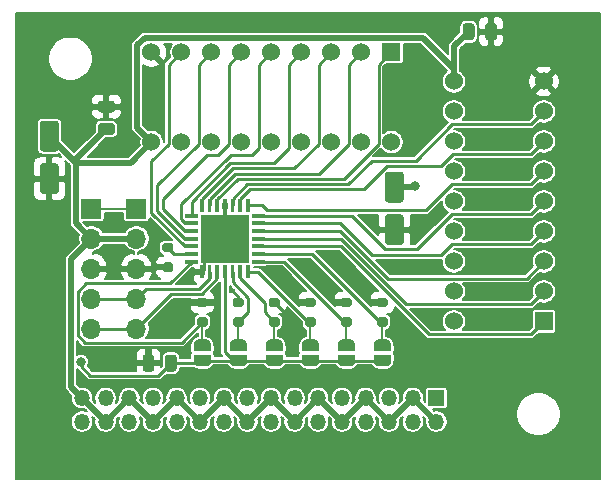
<source format=gbr>
%TF.GenerationSoftware,KiCad,Pcbnew,5.1.10-88a1d61d58~90~ubuntu20.04.1*%
%TF.CreationDate,2021-11-11T20:41:13-05:00*%
%TF.ProjectId,pcb-controller,7063622d-636f-46e7-9472-6f6c6c65722e,rev?*%
%TF.SameCoordinates,Original*%
%TF.FileFunction,Copper,L1,Top*%
%TF.FilePolarity,Positive*%
%FSLAX46Y46*%
G04 Gerber Fmt 4.6, Leading zero omitted, Abs format (unit mm)*
G04 Created by KiCad (PCBNEW 5.1.10-88a1d61d58~90~ubuntu20.04.1) date 2021-11-11 20:41:13*
%MOMM*%
%LPD*%
G01*
G04 APERTURE LIST*
%TA.AperFunction,ComponentPad*%
%ADD10C,1.524000*%
%TD*%
%TA.AperFunction,ComponentPad*%
%ADD11R,1.524000X1.524000*%
%TD*%
%TA.AperFunction,SMDPad,CuDef*%
%ADD12C,0.100000*%
%TD*%
%TA.AperFunction,ComponentPad*%
%ADD13O,1.350000X1.350000*%
%TD*%
%TA.AperFunction,ComponentPad*%
%ADD14R,1.350000X1.350000*%
%TD*%
%TA.AperFunction,SMDPad,CuDef*%
%ADD15R,4.100000X4.100000*%
%TD*%
%TA.AperFunction,ComponentPad*%
%ADD16O,1.700000X1.700000*%
%TD*%
%TA.AperFunction,ComponentPad*%
%ADD17R,1.700000X1.700000*%
%TD*%
%TA.AperFunction,ViaPad*%
%ADD18C,0.400000*%
%TD*%
%TA.AperFunction,ViaPad*%
%ADD19C,0.800000*%
%TD*%
%TA.AperFunction,Conductor*%
%ADD20C,0.250000*%
%TD*%
%TA.AperFunction,Conductor*%
%ADD21C,0.500000*%
%TD*%
%TA.AperFunction,Conductor*%
%ADD22C,0.127000*%
%TD*%
%TA.AperFunction,Conductor*%
%ADD23C,0.150000*%
%TD*%
%TA.AperFunction,Conductor*%
%ADD24C,0.100000*%
%TD*%
G04 APERTURE END LIST*
%TO.P,C5,2*%
%TO.N,GND*%
%TA.AperFunction,SMDPad,CuDef*%
G36*
G01*
X28415000Y-28694000D02*
X27465000Y-28694000D01*
G75*
G02*
X27215000Y-28444000I0J250000D01*
G01*
X27215000Y-27944000D01*
G75*
G02*
X27465000Y-27694000I250000J0D01*
G01*
X28415000Y-27694000D01*
G75*
G02*
X28665000Y-27944000I0J-250000D01*
G01*
X28665000Y-28444000D01*
G75*
G02*
X28415000Y-28694000I-250000J0D01*
G01*
G37*
%TD.AperFunction*%
%TO.P,C5,1*%
%TO.N,+12V*%
%TA.AperFunction,SMDPad,CuDef*%
G36*
G01*
X28415000Y-30594000D02*
X27465000Y-30594000D01*
G75*
G02*
X27215000Y-30344000I0J250000D01*
G01*
X27215000Y-29844000D01*
G75*
G02*
X27465000Y-29594000I250000J0D01*
G01*
X28415000Y-29594000D01*
G75*
G02*
X28665000Y-29844000I0J-250000D01*
G01*
X28665000Y-30344000D01*
G75*
G02*
X28415000Y-30594000I-250000J0D01*
G01*
G37*
%TD.AperFunction*%
%TD*%
%TO.P,C4,2*%
%TO.N,GND*%
%TA.AperFunction,SMDPad,CuDef*%
G36*
G01*
X60013000Y-22319000D02*
X60013000Y-21369000D01*
G75*
G02*
X60263000Y-21119000I250000J0D01*
G01*
X60763000Y-21119000D01*
G75*
G02*
X61013000Y-21369000I0J-250000D01*
G01*
X61013000Y-22319000D01*
G75*
G02*
X60763000Y-22569000I-250000J0D01*
G01*
X60263000Y-22569000D01*
G75*
G02*
X60013000Y-22319000I0J250000D01*
G01*
G37*
%TD.AperFunction*%
%TO.P,C4,1*%
%TO.N,+12V*%
%TA.AperFunction,SMDPad,CuDef*%
G36*
G01*
X58113000Y-22319000D02*
X58113000Y-21369000D01*
G75*
G02*
X58363000Y-21119000I250000J0D01*
G01*
X58863000Y-21119000D01*
G75*
G02*
X59113000Y-21369000I0J-250000D01*
G01*
X59113000Y-22319000D01*
G75*
G02*
X58863000Y-22569000I-250000J0D01*
G01*
X58363000Y-22569000D01*
G75*
G02*
X58113000Y-22319000I0J250000D01*
G01*
G37*
%TD.AperFunction*%
%TD*%
%TO.P,C3,2*%
%TO.N,GND*%
%TA.AperFunction,SMDPad,CuDef*%
G36*
G01*
X32001000Y-49436000D02*
X32001000Y-50386000D01*
G75*
G02*
X31751000Y-50636000I-250000J0D01*
G01*
X31251000Y-50636000D01*
G75*
G02*
X31001000Y-50386000I0J250000D01*
G01*
X31001000Y-49436000D01*
G75*
G02*
X31251000Y-49186000I250000J0D01*
G01*
X31751000Y-49186000D01*
G75*
G02*
X32001000Y-49436000I0J-250000D01*
G01*
G37*
%TD.AperFunction*%
%TO.P,C3,1*%
%TO.N,+3V3*%
%TA.AperFunction,SMDPad,CuDef*%
G36*
G01*
X33901000Y-49436000D02*
X33901000Y-50386000D01*
G75*
G02*
X33651000Y-50636000I-250000J0D01*
G01*
X33151000Y-50636000D01*
G75*
G02*
X32901000Y-50386000I0J250000D01*
G01*
X32901000Y-49436000D01*
G75*
G02*
X33151000Y-49186000I250000J0D01*
G01*
X33651000Y-49186000D01*
G75*
G02*
X33901000Y-49436000I0J-250000D01*
G01*
G37*
%TD.AperFunction*%
%TD*%
%TO.P,C2,2*%
%TO.N,GND*%
%TA.AperFunction,SMDPad,CuDef*%
G36*
G01*
X22564000Y-32990000D02*
X23664000Y-32990000D01*
G75*
G02*
X23914000Y-33240000I0J-250000D01*
G01*
X23914000Y-35340000D01*
G75*
G02*
X23664000Y-35590000I-250000J0D01*
G01*
X22564000Y-35590000D01*
G75*
G02*
X22314000Y-35340000I0J250000D01*
G01*
X22314000Y-33240000D01*
G75*
G02*
X22564000Y-32990000I250000J0D01*
G01*
G37*
%TD.AperFunction*%
%TO.P,C2,1*%
%TO.N,+12V*%
%TA.AperFunction,SMDPad,CuDef*%
G36*
G01*
X22564000Y-29390000D02*
X23664000Y-29390000D01*
G75*
G02*
X23914000Y-29640000I0J-250000D01*
G01*
X23914000Y-31740000D01*
G75*
G02*
X23664000Y-31990000I-250000J0D01*
G01*
X22564000Y-31990000D01*
G75*
G02*
X22314000Y-31740000I0J250000D01*
G01*
X22314000Y-29640000D01*
G75*
G02*
X22564000Y-29390000I250000J0D01*
G01*
G37*
%TD.AperFunction*%
%TD*%
%TO.P,C1,2*%
%TO.N,GND*%
%TA.AperFunction,SMDPad,CuDef*%
G36*
G01*
X51774000Y-37308000D02*
X52874000Y-37308000D01*
G75*
G02*
X53124000Y-37558000I0J-250000D01*
G01*
X53124000Y-39658000D01*
G75*
G02*
X52874000Y-39908000I-250000J0D01*
G01*
X51774000Y-39908000D01*
G75*
G02*
X51524000Y-39658000I0J250000D01*
G01*
X51524000Y-37558000D01*
G75*
G02*
X51774000Y-37308000I250000J0D01*
G01*
G37*
%TD.AperFunction*%
%TO.P,C1,1*%
%TO.N,+12V*%
%TA.AperFunction,SMDPad,CuDef*%
G36*
G01*
X51774000Y-33708000D02*
X52874000Y-33708000D01*
G75*
G02*
X53124000Y-33958000I0J-250000D01*
G01*
X53124000Y-36058000D01*
G75*
G02*
X52874000Y-36308000I-250000J0D01*
G01*
X51774000Y-36308000D01*
G75*
G02*
X51524000Y-36058000I0J250000D01*
G01*
X51524000Y-33958000D01*
G75*
G02*
X51774000Y-33708000I250000J0D01*
G01*
G37*
%TD.AperFunction*%
%TD*%
D10*
%TO.P,CR1,18*%
%TO.N,Net-(CR1-Pad18)*%
X57361057Y-46375540D03*
%TO.P,CR1,17*%
%TO.N,Net-(CR1-Pad17)*%
X57361057Y-43835540D03*
%TO.P,CR1,16*%
%TO.N,Net-(CR1-Pad16)*%
X57361057Y-41295540D03*
%TO.P,CR1,15*%
%TO.N,Net-(CR1-Pad15)*%
X57361057Y-38755540D03*
%TO.P,CR1,14*%
%TO.N,Net-(CR1-Pad14)*%
X57361057Y-36215540D03*
%TO.P,CR1,13*%
%TO.N,Net-(CR1-Pad13)*%
X57361057Y-33675540D03*
%TO.P,CR1,12*%
%TO.N,Net-(CR1-Pad12)*%
X57361057Y-31135540D03*
%TO.P,CR1,11*%
%TO.N,Net-(CR1-Pad11)*%
X57361057Y-28595540D03*
%TO.P,CR1,10*%
%TO.N,+12V*%
X57361057Y-26055540D03*
%TO.P,CR1,9*%
%TO.N,GND*%
X64981057Y-26055540D03*
%TO.P,CR1,8*%
%TO.N,Net-(CR1-Pad8)*%
X64981057Y-28595540D03*
%TO.P,CR1,7*%
%TO.N,Net-(CR1-Pad7)*%
X64981057Y-31135540D03*
%TO.P,CR1,6*%
%TO.N,Net-(CR1-Pad6)*%
X64981057Y-33675540D03*
%TO.P,CR1,5*%
%TO.N,Net-(CR1-Pad5)*%
X64981057Y-36215540D03*
%TO.P,CR1,4*%
%TO.N,Net-(CR1-Pad4)*%
X64981057Y-38755540D03*
%TO.P,CR1,3*%
%TO.N,Net-(CR1-Pad3)*%
X64981057Y-41295540D03*
%TO.P,CR1,2*%
%TO.N,Net-(CR1-Pad2)*%
X64981057Y-43835540D03*
D11*
%TO.P,CR1,1*%
%TO.N,Net-(CR1-Pad1)*%
X64981057Y-46375540D03*
%TD*%
D10*
%TO.P,CR2,18*%
%TO.N,Net-(CR2-Pad18)*%
X52070000Y-31200644D03*
%TO.P,CR2,17*%
%TO.N,Net-(CR2-Pad17)*%
X49530000Y-31200644D03*
%TO.P,CR2,16*%
%TO.N,Net-(CR2-Pad16)*%
X46990000Y-31200644D03*
%TO.P,CR2,15*%
%TO.N,Net-(CR2-Pad15)*%
X44450000Y-31200644D03*
%TO.P,CR2,14*%
%TO.N,Net-(CR2-Pad14)*%
X41910000Y-31200644D03*
%TO.P,CR2,13*%
%TO.N,Net-(CR2-Pad13)*%
X39370000Y-31200644D03*
%TO.P,CR2,12*%
%TO.N,Net-(CR2-Pad12)*%
X36830000Y-31200644D03*
%TO.P,CR2,11*%
%TO.N,Net-(CR2-Pad11)*%
X34290000Y-31200644D03*
%TO.P,CR2,10*%
%TO.N,+12V*%
X31750000Y-31200644D03*
%TO.P,CR2,9*%
%TO.N,GND*%
X31750000Y-23580644D03*
%TO.P,CR2,8*%
%TO.N,Net-(CR2-Pad8)*%
X34290000Y-23580644D03*
%TO.P,CR2,7*%
%TO.N,Net-(CR2-Pad7)*%
X36830000Y-23580644D03*
%TO.P,CR2,6*%
%TO.N,Net-(CR2-Pad6)*%
X39370000Y-23580644D03*
%TO.P,CR2,5*%
%TO.N,Net-(CR2-Pad5)*%
X41910000Y-23580644D03*
%TO.P,CR2,4*%
%TO.N,Net-(CR2-Pad4)*%
X44450000Y-23580644D03*
%TO.P,CR2,3*%
%TO.N,Net-(CR2-Pad3)*%
X46990000Y-23580644D03*
%TO.P,CR2,2*%
%TO.N,Net-(CR2-Pad2)*%
X49530000Y-23580644D03*
D11*
%TO.P,CR2,1*%
%TO.N,Net-(CR2-Pad1)*%
X52070000Y-23580644D03*
%TD*%
%TA.AperFunction,SMDPad,CuDef*%
D12*
%TO.P,A4,2*%
%TO.N,/A4*%
G36*
X50558602Y-48387000D02*
G01*
X50558602Y-48362466D01*
X50563412Y-48313635D01*
X50572984Y-48265510D01*
X50587228Y-48218555D01*
X50606005Y-48173222D01*
X50629136Y-48129949D01*
X50656396Y-48089150D01*
X50687524Y-48051221D01*
X50722221Y-48016524D01*
X50760150Y-47985396D01*
X50800949Y-47958136D01*
X50844222Y-47935005D01*
X50889555Y-47916228D01*
X50936510Y-47901984D01*
X50984635Y-47892412D01*
X51033466Y-47887602D01*
X51058000Y-47887602D01*
X51058000Y-47887000D01*
X51558000Y-47887000D01*
X51558000Y-47887602D01*
X51582534Y-47887602D01*
X51631365Y-47892412D01*
X51679490Y-47901984D01*
X51726445Y-47916228D01*
X51771778Y-47935005D01*
X51815051Y-47958136D01*
X51855850Y-47985396D01*
X51893779Y-48016524D01*
X51928476Y-48051221D01*
X51959604Y-48089150D01*
X51986864Y-48129949D01*
X52009995Y-48173222D01*
X52028772Y-48218555D01*
X52043016Y-48265510D01*
X52052588Y-48313635D01*
X52057398Y-48362466D01*
X52057398Y-48387000D01*
X52058000Y-48387000D01*
X52058000Y-48887000D01*
X50558000Y-48887000D01*
X50558000Y-48387000D01*
X50558602Y-48387000D01*
G37*
%TD.AperFunction*%
%TA.AperFunction,SMDPad,CuDef*%
%TO.P,A4,1*%
%TO.N,+3V3*%
G36*
X52058000Y-49187000D02*
G01*
X52058000Y-49687000D01*
X52057398Y-49687000D01*
X52057398Y-49711534D01*
X52052588Y-49760365D01*
X52043016Y-49808490D01*
X52028772Y-49855445D01*
X52009995Y-49900778D01*
X51986864Y-49944051D01*
X51959604Y-49984850D01*
X51928476Y-50022779D01*
X51893779Y-50057476D01*
X51855850Y-50088604D01*
X51815051Y-50115864D01*
X51771778Y-50138995D01*
X51726445Y-50157772D01*
X51679490Y-50172016D01*
X51631365Y-50181588D01*
X51582534Y-50186398D01*
X51558000Y-50186398D01*
X51558000Y-50187000D01*
X51058000Y-50187000D01*
X51058000Y-50186398D01*
X51033466Y-50186398D01*
X50984635Y-50181588D01*
X50936510Y-50172016D01*
X50889555Y-50157772D01*
X50844222Y-50138995D01*
X50800949Y-50115864D01*
X50760150Y-50088604D01*
X50722221Y-50057476D01*
X50687524Y-50022779D01*
X50656396Y-49984850D01*
X50629136Y-49944051D01*
X50606005Y-49900778D01*
X50587228Y-49855445D01*
X50572984Y-49808490D01*
X50563412Y-49760365D01*
X50558602Y-49711534D01*
X50558602Y-49687000D01*
X50558000Y-49687000D01*
X50558000Y-49187000D01*
X52058000Y-49187000D01*
G37*
%TD.AperFunction*%
%TD*%
D13*
%TO.P,J3,32*%
%TO.N,Net-(CR2-Pad11)*%
X25880000Y-54864000D03*
%TO.P,J3,31*%
%TO.N,+12V*%
X25880000Y-52864000D03*
%TO.P,J3,30*%
X27880000Y-54864000D03*
%TO.P,J3,29*%
%TO.N,Net-(CR2-Pad12)*%
X27880000Y-52864000D03*
%TO.P,J3,28*%
%TO.N,Net-(CR2-Pad13)*%
X29880000Y-54864000D03*
%TO.P,J3,27*%
%TO.N,+12V*%
X29880000Y-52864000D03*
%TO.P,J3,26*%
X31880000Y-54864000D03*
%TO.P,J3,25*%
%TO.N,Net-(CR2-Pad14)*%
X31880000Y-52864000D03*
%TO.P,J3,24*%
%TO.N,Net-(CR2-Pad15)*%
X33880000Y-54864000D03*
%TO.P,J3,23*%
%TO.N,+12V*%
X33880000Y-52864000D03*
%TO.P,J3,22*%
X35880000Y-54864000D03*
%TO.P,J3,21*%
%TO.N,Net-(CR2-Pad16)*%
X35880000Y-52864000D03*
%TO.P,J3,20*%
%TO.N,Net-(CR2-Pad17)*%
X37880000Y-54864000D03*
%TO.P,J3,19*%
%TO.N,+12V*%
X37880000Y-52864000D03*
%TO.P,J3,18*%
X39880000Y-54864000D03*
%TO.P,J3,17*%
%TO.N,Net-(CR2-Pad18)*%
X39880000Y-52864000D03*
%TO.P,J3,16*%
%TO.N,Net-(CR1-Pad11)*%
X41880000Y-54864000D03*
%TO.P,J3,15*%
%TO.N,+12V*%
X41880000Y-52864000D03*
%TO.P,J3,14*%
X43880000Y-54864000D03*
%TO.P,J3,13*%
%TO.N,Net-(CR1-Pad12)*%
X43880000Y-52864000D03*
%TO.P,J3,12*%
%TO.N,Net-(CR1-Pad13)*%
X45880000Y-54864000D03*
%TO.P,J3,11*%
%TO.N,+12V*%
X45880000Y-52864000D03*
%TO.P,J3,10*%
X47880000Y-54864000D03*
%TO.P,J3,9*%
%TO.N,Net-(CR1-Pad14)*%
X47880000Y-52864000D03*
%TO.P,J3,8*%
%TO.N,Net-(CR1-Pad15)*%
X49880000Y-54864000D03*
%TO.P,J3,7*%
%TO.N,+12V*%
X49880000Y-52864000D03*
%TO.P,J3,6*%
X51880000Y-54864000D03*
%TO.P,J3,5*%
%TO.N,Net-(CR1-Pad16)*%
X51880000Y-52864000D03*
%TO.P,J3,4*%
%TO.N,Net-(CR1-Pad17)*%
X53880000Y-54864000D03*
%TO.P,J3,3*%
%TO.N,+12V*%
X53880000Y-52864000D03*
%TO.P,J3,2*%
X55880000Y-54864000D03*
D14*
%TO.P,J3,1*%
%TO.N,Net-(CR1-Pad18)*%
X55880000Y-52864000D03*
%TD*%
D15*
%TO.P,U1,29*%
%TO.N,GND*%
X37973000Y-39370000D03*
%TO.P,U1,21*%
%TO.N,/A5*%
%TA.AperFunction,SMDPad,CuDef*%
G36*
G01*
X35708000Y-41172800D02*
X35708000Y-41467200D01*
G75*
G02*
X35695200Y-41480000I-12800J0D01*
G01*
X34620800Y-41480000D01*
G75*
G02*
X34608000Y-41467200I0J12800D01*
G01*
X34608000Y-41172800D01*
G75*
G02*
X34620800Y-41160000I12800J0D01*
G01*
X35695200Y-41160000D01*
G75*
G02*
X35708000Y-41172800I0J-12800D01*
G01*
G37*
%TD.AperFunction*%
%TO.P,U1,20*%
%TO.N,Net-(R7-Pad1)*%
%TA.AperFunction,SMDPad,CuDef*%
G36*
G01*
X35708000Y-40522800D02*
X35708000Y-40817200D01*
G75*
G02*
X35695200Y-40830000I-12800J0D01*
G01*
X34620800Y-40830000D01*
G75*
G02*
X34608000Y-40817200I0J12800D01*
G01*
X34608000Y-40522800D01*
G75*
G02*
X34620800Y-40510000I12800J0D01*
G01*
X35695200Y-40510000D01*
G75*
G02*
X35708000Y-40522800I0J-12800D01*
G01*
G37*
%TD.AperFunction*%
%TO.P,U1,19*%
%TO.N,Net-(CR2-Pad8)*%
%TA.AperFunction,SMDPad,CuDef*%
G36*
G01*
X35708000Y-39872800D02*
X35708000Y-40167200D01*
G75*
G02*
X35695200Y-40180000I-12800J0D01*
G01*
X34620800Y-40180000D01*
G75*
G02*
X34608000Y-40167200I0J12800D01*
G01*
X34608000Y-39872800D01*
G75*
G02*
X34620800Y-39860000I12800J0D01*
G01*
X35695200Y-39860000D01*
G75*
G02*
X35708000Y-39872800I0J-12800D01*
G01*
G37*
%TD.AperFunction*%
%TO.P,U1,18*%
%TO.N,Net-(CR2-Pad7)*%
%TA.AperFunction,SMDPad,CuDef*%
G36*
G01*
X35708000Y-39222800D02*
X35708000Y-39517200D01*
G75*
G02*
X35695200Y-39530000I-12800J0D01*
G01*
X34620800Y-39530000D01*
G75*
G02*
X34608000Y-39517200I0J12800D01*
G01*
X34608000Y-39222800D01*
G75*
G02*
X34620800Y-39210000I12800J0D01*
G01*
X35695200Y-39210000D01*
G75*
G02*
X35708000Y-39222800I0J-12800D01*
G01*
G37*
%TD.AperFunction*%
%TO.P,U1,17*%
%TO.N,Net-(CR2-Pad6)*%
%TA.AperFunction,SMDPad,CuDef*%
G36*
G01*
X35708000Y-38572800D02*
X35708000Y-38867200D01*
G75*
G02*
X35695200Y-38880000I-12800J0D01*
G01*
X34620800Y-38880000D01*
G75*
G02*
X34608000Y-38867200I0J12800D01*
G01*
X34608000Y-38572800D01*
G75*
G02*
X34620800Y-38560000I12800J0D01*
G01*
X35695200Y-38560000D01*
G75*
G02*
X35708000Y-38572800I0J-12800D01*
G01*
G37*
%TD.AperFunction*%
%TO.P,U1,16*%
%TO.N,Net-(CR2-Pad5)*%
%TA.AperFunction,SMDPad,CuDef*%
G36*
G01*
X35708000Y-37922800D02*
X35708000Y-38217200D01*
G75*
G02*
X35695200Y-38230000I-12800J0D01*
G01*
X34620800Y-38230000D01*
G75*
G02*
X34608000Y-38217200I0J12800D01*
G01*
X34608000Y-37922800D01*
G75*
G02*
X34620800Y-37910000I12800J0D01*
G01*
X35695200Y-37910000D01*
G75*
G02*
X35708000Y-37922800I0J-12800D01*
G01*
G37*
%TD.AperFunction*%
%TO.P,U1,15*%
%TO.N,Net-(CR2-Pad4)*%
%TA.AperFunction,SMDPad,CuDef*%
G36*
G01*
X35708000Y-37272800D02*
X35708000Y-37567200D01*
G75*
G02*
X35695200Y-37580000I-12800J0D01*
G01*
X34620800Y-37580000D01*
G75*
G02*
X34608000Y-37567200I0J12800D01*
G01*
X34608000Y-37272800D01*
G75*
G02*
X34620800Y-37260000I12800J0D01*
G01*
X35695200Y-37260000D01*
G75*
G02*
X35708000Y-37272800I0J-12800D01*
G01*
G37*
%TD.AperFunction*%
%TO.P,U1,7*%
%TO.N,Net-(CR1-Pad5)*%
%TA.AperFunction,SMDPad,CuDef*%
G36*
G01*
X41338000Y-37272800D02*
X41338000Y-37567200D01*
G75*
G02*
X41325200Y-37580000I-12800J0D01*
G01*
X40250800Y-37580000D01*
G75*
G02*
X40238000Y-37567200I0J12800D01*
G01*
X40238000Y-37272800D01*
G75*
G02*
X40250800Y-37260000I12800J0D01*
G01*
X41325200Y-37260000D01*
G75*
G02*
X41338000Y-37272800I0J-12800D01*
G01*
G37*
%TD.AperFunction*%
%TO.P,U1,6*%
%TO.N,Net-(CR1-Pad4)*%
%TA.AperFunction,SMDPad,CuDef*%
G36*
G01*
X41338000Y-37922800D02*
X41338000Y-38217200D01*
G75*
G02*
X41325200Y-38230000I-12800J0D01*
G01*
X40250800Y-38230000D01*
G75*
G02*
X40238000Y-38217200I0J12800D01*
G01*
X40238000Y-37922800D01*
G75*
G02*
X40250800Y-37910000I12800J0D01*
G01*
X41325200Y-37910000D01*
G75*
G02*
X41338000Y-37922800I0J-12800D01*
G01*
G37*
%TD.AperFunction*%
%TO.P,U1,5*%
%TO.N,Net-(CR1-Pad3)*%
%TA.AperFunction,SMDPad,CuDef*%
G36*
G01*
X41338000Y-38572800D02*
X41338000Y-38867200D01*
G75*
G02*
X41325200Y-38880000I-12800J0D01*
G01*
X40250800Y-38880000D01*
G75*
G02*
X40238000Y-38867200I0J12800D01*
G01*
X40238000Y-38572800D01*
G75*
G02*
X40250800Y-38560000I12800J0D01*
G01*
X41325200Y-38560000D01*
G75*
G02*
X41338000Y-38572800I0J-12800D01*
G01*
G37*
%TD.AperFunction*%
%TO.P,U1,4*%
%TO.N,Net-(CR1-Pad2)*%
%TA.AperFunction,SMDPad,CuDef*%
G36*
G01*
X41338000Y-39222800D02*
X41338000Y-39517200D01*
G75*
G02*
X41325200Y-39530000I-12800J0D01*
G01*
X40250800Y-39530000D01*
G75*
G02*
X40238000Y-39517200I0J12800D01*
G01*
X40238000Y-39222800D01*
G75*
G02*
X40250800Y-39210000I12800J0D01*
G01*
X41325200Y-39210000D01*
G75*
G02*
X41338000Y-39222800I0J-12800D01*
G01*
G37*
%TD.AperFunction*%
%TO.P,U1,3*%
%TO.N,Net-(CR1-Pad1)*%
%TA.AperFunction,SMDPad,CuDef*%
G36*
G01*
X41338000Y-39872800D02*
X41338000Y-40167200D01*
G75*
G02*
X41325200Y-40180000I-12800J0D01*
G01*
X40250800Y-40180000D01*
G75*
G02*
X40238000Y-40167200I0J12800D01*
G01*
X40238000Y-39872800D01*
G75*
G02*
X40250800Y-39860000I12800J0D01*
G01*
X41325200Y-39860000D01*
G75*
G02*
X41338000Y-39872800I0J-12800D01*
G01*
G37*
%TD.AperFunction*%
%TO.P,U1,2*%
%TO.N,/A4*%
%TA.AperFunction,SMDPad,CuDef*%
G36*
G01*
X41338000Y-40522800D02*
X41338000Y-40817200D01*
G75*
G02*
X41325200Y-40830000I-12800J0D01*
G01*
X40250800Y-40830000D01*
G75*
G02*
X40238000Y-40817200I0J12800D01*
G01*
X40238000Y-40522800D01*
G75*
G02*
X40250800Y-40510000I12800J0D01*
G01*
X41325200Y-40510000D01*
G75*
G02*
X41338000Y-40522800I0J-12800D01*
G01*
G37*
%TD.AperFunction*%
%TO.P,U1,1*%
%TO.N,/A3*%
%TA.AperFunction,SMDPad,CuDef*%
G36*
G01*
X41338000Y-41172800D02*
X41338000Y-41467200D01*
G75*
G02*
X41325200Y-41480000I-12800J0D01*
G01*
X40250800Y-41480000D01*
G75*
G02*
X40238000Y-41467200I0J12800D01*
G01*
X40238000Y-41172800D01*
G75*
G02*
X40250800Y-41160000I12800J0D01*
G01*
X41325200Y-41160000D01*
G75*
G02*
X41338000Y-41172800I0J-12800D01*
G01*
G37*
%TD.AperFunction*%
%TO.P,U1,28*%
%TO.N,/A2*%
%TA.AperFunction,SMDPad,CuDef*%
G36*
G01*
X40083000Y-41647800D02*
X40083000Y-42722200D01*
G75*
G02*
X40070200Y-42735000I-12800J0D01*
G01*
X39775800Y-42735000D01*
G75*
G02*
X39763000Y-42722200I0J12800D01*
G01*
X39763000Y-41647800D01*
G75*
G02*
X39775800Y-41635000I12800J0D01*
G01*
X40070200Y-41635000D01*
G75*
G02*
X40083000Y-41647800I0J-12800D01*
G01*
G37*
%TD.AperFunction*%
%TO.P,U1,27*%
%TO.N,/A1*%
%TA.AperFunction,SMDPad,CuDef*%
G36*
G01*
X39433000Y-41647800D02*
X39433000Y-42722200D01*
G75*
G02*
X39420200Y-42735000I-12800J0D01*
G01*
X39125800Y-42735000D01*
G75*
G02*
X39113000Y-42722200I0J12800D01*
G01*
X39113000Y-41647800D01*
G75*
G02*
X39125800Y-41635000I12800J0D01*
G01*
X39420200Y-41635000D01*
G75*
G02*
X39433000Y-41647800I0J-12800D01*
G01*
G37*
%TD.AperFunction*%
%TO.P,U1,26*%
%TO.N,/A0*%
%TA.AperFunction,SMDPad,CuDef*%
G36*
G01*
X38783000Y-41647800D02*
X38783000Y-42722200D01*
G75*
G02*
X38770200Y-42735000I-12800J0D01*
G01*
X38475800Y-42735000D01*
G75*
G02*
X38463000Y-42722200I0J12800D01*
G01*
X38463000Y-41647800D01*
G75*
G02*
X38475800Y-41635000I12800J0D01*
G01*
X38770200Y-41635000D01*
G75*
G02*
X38783000Y-41647800I0J-12800D01*
G01*
G37*
%TD.AperFunction*%
%TO.P,U1,25*%
%TO.N,+3V3*%
%TA.AperFunction,SMDPad,CuDef*%
G36*
G01*
X38133000Y-41647800D02*
X38133000Y-42722200D01*
G75*
G02*
X38120200Y-42735000I-12800J0D01*
G01*
X37825800Y-42735000D01*
G75*
G02*
X37813000Y-42722200I0J12800D01*
G01*
X37813000Y-41647800D01*
G75*
G02*
X37825800Y-41635000I12800J0D01*
G01*
X38120200Y-41635000D01*
G75*
G02*
X38133000Y-41647800I0J-12800D01*
G01*
G37*
%TD.AperFunction*%
%TO.P,U1,24*%
%TO.N,Net-(J1-Pad5)*%
%TA.AperFunction,SMDPad,CuDef*%
G36*
G01*
X37483000Y-41647800D02*
X37483000Y-42722200D01*
G75*
G02*
X37470200Y-42735000I-12800J0D01*
G01*
X37175800Y-42735000D01*
G75*
G02*
X37163000Y-42722200I0J12800D01*
G01*
X37163000Y-41647800D01*
G75*
G02*
X37175800Y-41635000I12800J0D01*
G01*
X37470200Y-41635000D01*
G75*
G02*
X37483000Y-41647800I0J-12800D01*
G01*
G37*
%TD.AperFunction*%
%TO.P,U1,23*%
%TO.N,Net-(J1-Pad4)*%
%TA.AperFunction,SMDPad,CuDef*%
G36*
G01*
X36833000Y-41647800D02*
X36833000Y-42722200D01*
G75*
G02*
X36820200Y-42735000I-12800J0D01*
G01*
X36525800Y-42735000D01*
G75*
G02*
X36513000Y-42722200I0J12800D01*
G01*
X36513000Y-41647800D01*
G75*
G02*
X36525800Y-41635000I12800J0D01*
G01*
X36820200Y-41635000D01*
G75*
G02*
X36833000Y-41647800I0J-12800D01*
G01*
G37*
%TD.AperFunction*%
%TO.P,U1,22*%
%TO.N,GND*%
%TA.AperFunction,SMDPad,CuDef*%
G36*
G01*
X36183000Y-41647800D02*
X36183000Y-42722200D01*
G75*
G02*
X36170200Y-42735000I-12800J0D01*
G01*
X35875800Y-42735000D01*
G75*
G02*
X35863000Y-42722200I0J12800D01*
G01*
X35863000Y-41647800D01*
G75*
G02*
X35875800Y-41635000I12800J0D01*
G01*
X36170200Y-41635000D01*
G75*
G02*
X36183000Y-41647800I0J-12800D01*
G01*
G37*
%TD.AperFunction*%
%TO.P,U1,14*%
%TO.N,Net-(CR2-Pad3)*%
%TA.AperFunction,SMDPad,CuDef*%
G36*
G01*
X36183000Y-36017800D02*
X36183000Y-37092200D01*
G75*
G02*
X36170200Y-37105000I-12800J0D01*
G01*
X35875800Y-37105000D01*
G75*
G02*
X35863000Y-37092200I0J12800D01*
G01*
X35863000Y-36017800D01*
G75*
G02*
X35875800Y-36005000I12800J0D01*
G01*
X36170200Y-36005000D01*
G75*
G02*
X36183000Y-36017800I0J-12800D01*
G01*
G37*
%TD.AperFunction*%
%TO.P,U1,13*%
%TO.N,Net-(CR2-Pad2)*%
%TA.AperFunction,SMDPad,CuDef*%
G36*
G01*
X36833000Y-36017800D02*
X36833000Y-37092200D01*
G75*
G02*
X36820200Y-37105000I-12800J0D01*
G01*
X36525800Y-37105000D01*
G75*
G02*
X36513000Y-37092200I0J12800D01*
G01*
X36513000Y-36017800D01*
G75*
G02*
X36525800Y-36005000I12800J0D01*
G01*
X36820200Y-36005000D01*
G75*
G02*
X36833000Y-36017800I0J-12800D01*
G01*
G37*
%TD.AperFunction*%
%TO.P,U1,12*%
%TO.N,Net-(CR2-Pad1)*%
%TA.AperFunction,SMDPad,CuDef*%
G36*
G01*
X37483000Y-36017800D02*
X37483000Y-37092200D01*
G75*
G02*
X37470200Y-37105000I-12800J0D01*
G01*
X37175800Y-37105000D01*
G75*
G02*
X37163000Y-37092200I0J12800D01*
G01*
X37163000Y-36017800D01*
G75*
G02*
X37175800Y-36005000I12800J0D01*
G01*
X37470200Y-36005000D01*
G75*
G02*
X37483000Y-36017800I0J-12800D01*
G01*
G37*
%TD.AperFunction*%
%TO.P,U1,11*%
%TO.N,GND*%
%TA.AperFunction,SMDPad,CuDef*%
G36*
G01*
X38133000Y-36017800D02*
X38133000Y-37092200D01*
G75*
G02*
X38120200Y-37105000I-12800J0D01*
G01*
X37825800Y-37105000D01*
G75*
G02*
X37813000Y-37092200I0J12800D01*
G01*
X37813000Y-36017800D01*
G75*
G02*
X37825800Y-36005000I12800J0D01*
G01*
X38120200Y-36005000D01*
G75*
G02*
X38133000Y-36017800I0J-12800D01*
G01*
G37*
%TD.AperFunction*%
%TO.P,U1,10*%
%TO.N,Net-(CR1-Pad8)*%
%TA.AperFunction,SMDPad,CuDef*%
G36*
G01*
X38783000Y-36017800D02*
X38783000Y-37092200D01*
G75*
G02*
X38770200Y-37105000I-12800J0D01*
G01*
X38475800Y-37105000D01*
G75*
G02*
X38463000Y-37092200I0J12800D01*
G01*
X38463000Y-36017800D01*
G75*
G02*
X38475800Y-36005000I12800J0D01*
G01*
X38770200Y-36005000D01*
G75*
G02*
X38783000Y-36017800I0J-12800D01*
G01*
G37*
%TD.AperFunction*%
%TO.P,U1,9*%
%TO.N,Net-(CR1-Pad7)*%
%TA.AperFunction,SMDPad,CuDef*%
G36*
G01*
X39433000Y-36017800D02*
X39433000Y-37092200D01*
G75*
G02*
X39420200Y-37105000I-12800J0D01*
G01*
X39125800Y-37105000D01*
G75*
G02*
X39113000Y-37092200I0J12800D01*
G01*
X39113000Y-36017800D01*
G75*
G02*
X39125800Y-36005000I12800J0D01*
G01*
X39420200Y-36005000D01*
G75*
G02*
X39433000Y-36017800I0J-12800D01*
G01*
G37*
%TD.AperFunction*%
%TO.P,U1,8*%
%TO.N,Net-(CR1-Pad6)*%
%TA.AperFunction,SMDPad,CuDef*%
G36*
G01*
X40083000Y-36017800D02*
X40083000Y-37092200D01*
G75*
G02*
X40070200Y-37105000I-12800J0D01*
G01*
X39775800Y-37105000D01*
G75*
G02*
X39763000Y-37092200I0J12800D01*
G01*
X39763000Y-36017800D01*
G75*
G02*
X39775800Y-36005000I12800J0D01*
G01*
X40070200Y-36005000D01*
G75*
G02*
X40083000Y-36017800I0J-12800D01*
G01*
G37*
%TD.AperFunction*%
%TD*%
%TO.P,R7,2*%
%TO.N,GND*%
%TA.AperFunction,SMDPad,CuDef*%
G36*
G01*
X32872000Y-41383000D02*
X33422000Y-41383000D01*
G75*
G02*
X33622000Y-41583000I0J-200000D01*
G01*
X33622000Y-41983000D01*
G75*
G02*
X33422000Y-42183000I-200000J0D01*
G01*
X32872000Y-42183000D01*
G75*
G02*
X32672000Y-41983000I0J200000D01*
G01*
X32672000Y-41583000D01*
G75*
G02*
X32872000Y-41383000I200000J0D01*
G01*
G37*
%TD.AperFunction*%
%TO.P,R7,1*%
%TO.N,Net-(R7-Pad1)*%
%TA.AperFunction,SMDPad,CuDef*%
G36*
G01*
X32872000Y-39733000D02*
X33422000Y-39733000D01*
G75*
G02*
X33622000Y-39933000I0J-200000D01*
G01*
X33622000Y-40333000D01*
G75*
G02*
X33422000Y-40533000I-200000J0D01*
G01*
X32872000Y-40533000D01*
G75*
G02*
X32672000Y-40333000I0J200000D01*
G01*
X32672000Y-39933000D01*
G75*
G02*
X32872000Y-39733000I200000J0D01*
G01*
G37*
%TD.AperFunction*%
%TD*%
%TO.P,R6,2*%
%TO.N,GND*%
%TA.AperFunction,SMDPad,CuDef*%
G36*
G01*
X39391000Y-45168500D02*
X38841000Y-45168500D01*
G75*
G02*
X38641000Y-44968500I0J200000D01*
G01*
X38641000Y-44568500D01*
G75*
G02*
X38841000Y-44368500I200000J0D01*
G01*
X39391000Y-44368500D01*
G75*
G02*
X39591000Y-44568500I0J-200000D01*
G01*
X39591000Y-44968500D01*
G75*
G02*
X39391000Y-45168500I-200000J0D01*
G01*
G37*
%TD.AperFunction*%
%TO.P,R6,1*%
%TO.N,/A0*%
%TA.AperFunction,SMDPad,CuDef*%
G36*
G01*
X39391000Y-46818500D02*
X38841000Y-46818500D01*
G75*
G02*
X38641000Y-46618500I0J200000D01*
G01*
X38641000Y-46218500D01*
G75*
G02*
X38841000Y-46018500I200000J0D01*
G01*
X39391000Y-46018500D01*
G75*
G02*
X39591000Y-46218500I0J-200000D01*
G01*
X39591000Y-46618500D01*
G75*
G02*
X39391000Y-46818500I-200000J0D01*
G01*
G37*
%TD.AperFunction*%
%TD*%
%TO.P,R5,2*%
%TO.N,GND*%
%TA.AperFunction,SMDPad,CuDef*%
G36*
G01*
X42439000Y-45168500D02*
X41889000Y-45168500D01*
G75*
G02*
X41689000Y-44968500I0J200000D01*
G01*
X41689000Y-44568500D01*
G75*
G02*
X41889000Y-44368500I200000J0D01*
G01*
X42439000Y-44368500D01*
G75*
G02*
X42639000Y-44568500I0J-200000D01*
G01*
X42639000Y-44968500D01*
G75*
G02*
X42439000Y-45168500I-200000J0D01*
G01*
G37*
%TD.AperFunction*%
%TO.P,R5,1*%
%TO.N,/A1*%
%TA.AperFunction,SMDPad,CuDef*%
G36*
G01*
X42439000Y-46818500D02*
X41889000Y-46818500D01*
G75*
G02*
X41689000Y-46618500I0J200000D01*
G01*
X41689000Y-46218500D01*
G75*
G02*
X41889000Y-46018500I200000J0D01*
G01*
X42439000Y-46018500D01*
G75*
G02*
X42639000Y-46218500I0J-200000D01*
G01*
X42639000Y-46618500D01*
G75*
G02*
X42439000Y-46818500I-200000J0D01*
G01*
G37*
%TD.AperFunction*%
%TD*%
%TO.P,R4,2*%
%TO.N,GND*%
%TA.AperFunction,SMDPad,CuDef*%
G36*
G01*
X45487000Y-45168500D02*
X44937000Y-45168500D01*
G75*
G02*
X44737000Y-44968500I0J200000D01*
G01*
X44737000Y-44568500D01*
G75*
G02*
X44937000Y-44368500I200000J0D01*
G01*
X45487000Y-44368500D01*
G75*
G02*
X45687000Y-44568500I0J-200000D01*
G01*
X45687000Y-44968500D01*
G75*
G02*
X45487000Y-45168500I-200000J0D01*
G01*
G37*
%TD.AperFunction*%
%TO.P,R4,1*%
%TO.N,/A2*%
%TA.AperFunction,SMDPad,CuDef*%
G36*
G01*
X45487000Y-46818500D02*
X44937000Y-46818500D01*
G75*
G02*
X44737000Y-46618500I0J200000D01*
G01*
X44737000Y-46218500D01*
G75*
G02*
X44937000Y-46018500I200000J0D01*
G01*
X45487000Y-46018500D01*
G75*
G02*
X45687000Y-46218500I0J-200000D01*
G01*
X45687000Y-46618500D01*
G75*
G02*
X45487000Y-46818500I-200000J0D01*
G01*
G37*
%TD.AperFunction*%
%TD*%
%TO.P,R3,2*%
%TO.N,GND*%
%TA.AperFunction,SMDPad,CuDef*%
G36*
G01*
X48535000Y-45168500D02*
X47985000Y-45168500D01*
G75*
G02*
X47785000Y-44968500I0J200000D01*
G01*
X47785000Y-44568500D01*
G75*
G02*
X47985000Y-44368500I200000J0D01*
G01*
X48535000Y-44368500D01*
G75*
G02*
X48735000Y-44568500I0J-200000D01*
G01*
X48735000Y-44968500D01*
G75*
G02*
X48535000Y-45168500I-200000J0D01*
G01*
G37*
%TD.AperFunction*%
%TO.P,R3,1*%
%TO.N,/A3*%
%TA.AperFunction,SMDPad,CuDef*%
G36*
G01*
X48535000Y-46818500D02*
X47985000Y-46818500D01*
G75*
G02*
X47785000Y-46618500I0J200000D01*
G01*
X47785000Y-46218500D01*
G75*
G02*
X47985000Y-46018500I200000J0D01*
G01*
X48535000Y-46018500D01*
G75*
G02*
X48735000Y-46218500I0J-200000D01*
G01*
X48735000Y-46618500D01*
G75*
G02*
X48535000Y-46818500I-200000J0D01*
G01*
G37*
%TD.AperFunction*%
%TD*%
%TO.P,R2,2*%
%TO.N,GND*%
%TA.AperFunction,SMDPad,CuDef*%
G36*
G01*
X51583000Y-45168500D02*
X51033000Y-45168500D01*
G75*
G02*
X50833000Y-44968500I0J200000D01*
G01*
X50833000Y-44568500D01*
G75*
G02*
X51033000Y-44368500I200000J0D01*
G01*
X51583000Y-44368500D01*
G75*
G02*
X51783000Y-44568500I0J-200000D01*
G01*
X51783000Y-44968500D01*
G75*
G02*
X51583000Y-45168500I-200000J0D01*
G01*
G37*
%TD.AperFunction*%
%TO.P,R2,1*%
%TO.N,/A4*%
%TA.AperFunction,SMDPad,CuDef*%
G36*
G01*
X51583000Y-46818500D02*
X51033000Y-46818500D01*
G75*
G02*
X50833000Y-46618500I0J200000D01*
G01*
X50833000Y-46218500D01*
G75*
G02*
X51033000Y-46018500I200000J0D01*
G01*
X51583000Y-46018500D01*
G75*
G02*
X51783000Y-46218500I0J-200000D01*
G01*
X51783000Y-46618500D01*
G75*
G02*
X51583000Y-46818500I-200000J0D01*
G01*
G37*
%TD.AperFunction*%
%TD*%
%TO.P,R1,2*%
%TO.N,GND*%
%TA.AperFunction,SMDPad,CuDef*%
G36*
G01*
X36343000Y-45168500D02*
X35793000Y-45168500D01*
G75*
G02*
X35593000Y-44968500I0J200000D01*
G01*
X35593000Y-44568500D01*
G75*
G02*
X35793000Y-44368500I200000J0D01*
G01*
X36343000Y-44368500D01*
G75*
G02*
X36543000Y-44568500I0J-200000D01*
G01*
X36543000Y-44968500D01*
G75*
G02*
X36343000Y-45168500I-200000J0D01*
G01*
G37*
%TD.AperFunction*%
%TO.P,R1,1*%
%TO.N,/A5*%
%TA.AperFunction,SMDPad,CuDef*%
G36*
G01*
X36343000Y-46818500D02*
X35793000Y-46818500D01*
G75*
G02*
X35593000Y-46618500I0J200000D01*
G01*
X35593000Y-46218500D01*
G75*
G02*
X35793000Y-46018500I200000J0D01*
G01*
X36343000Y-46018500D01*
G75*
G02*
X36543000Y-46218500I0J-200000D01*
G01*
X36543000Y-46618500D01*
G75*
G02*
X36343000Y-46818500I-200000J0D01*
G01*
G37*
%TD.AperFunction*%
%TD*%
%TA.AperFunction,SMDPad,CuDef*%
D12*
%TO.P,A5,2*%
%TO.N,/A5*%
G36*
X35318602Y-48387000D02*
G01*
X35318602Y-48362466D01*
X35323412Y-48313635D01*
X35332984Y-48265510D01*
X35347228Y-48218555D01*
X35366005Y-48173222D01*
X35389136Y-48129949D01*
X35416396Y-48089150D01*
X35447524Y-48051221D01*
X35482221Y-48016524D01*
X35520150Y-47985396D01*
X35560949Y-47958136D01*
X35604222Y-47935005D01*
X35649555Y-47916228D01*
X35696510Y-47901984D01*
X35744635Y-47892412D01*
X35793466Y-47887602D01*
X35818000Y-47887602D01*
X35818000Y-47887000D01*
X36318000Y-47887000D01*
X36318000Y-47887602D01*
X36342534Y-47887602D01*
X36391365Y-47892412D01*
X36439490Y-47901984D01*
X36486445Y-47916228D01*
X36531778Y-47935005D01*
X36575051Y-47958136D01*
X36615850Y-47985396D01*
X36653779Y-48016524D01*
X36688476Y-48051221D01*
X36719604Y-48089150D01*
X36746864Y-48129949D01*
X36769995Y-48173222D01*
X36788772Y-48218555D01*
X36803016Y-48265510D01*
X36812588Y-48313635D01*
X36817398Y-48362466D01*
X36817398Y-48387000D01*
X36818000Y-48387000D01*
X36818000Y-48887000D01*
X35318000Y-48887000D01*
X35318000Y-48387000D01*
X35318602Y-48387000D01*
G37*
%TD.AperFunction*%
%TA.AperFunction,SMDPad,CuDef*%
%TO.P,A5,1*%
%TO.N,+3V3*%
G36*
X36818000Y-49187000D02*
G01*
X36818000Y-49687000D01*
X36817398Y-49687000D01*
X36817398Y-49711534D01*
X36812588Y-49760365D01*
X36803016Y-49808490D01*
X36788772Y-49855445D01*
X36769995Y-49900778D01*
X36746864Y-49944051D01*
X36719604Y-49984850D01*
X36688476Y-50022779D01*
X36653779Y-50057476D01*
X36615850Y-50088604D01*
X36575051Y-50115864D01*
X36531778Y-50138995D01*
X36486445Y-50157772D01*
X36439490Y-50172016D01*
X36391365Y-50181588D01*
X36342534Y-50186398D01*
X36318000Y-50186398D01*
X36318000Y-50187000D01*
X35818000Y-50187000D01*
X35818000Y-50186398D01*
X35793466Y-50186398D01*
X35744635Y-50181588D01*
X35696510Y-50172016D01*
X35649555Y-50157772D01*
X35604222Y-50138995D01*
X35560949Y-50115864D01*
X35520150Y-50088604D01*
X35482221Y-50057476D01*
X35447524Y-50022779D01*
X35416396Y-49984850D01*
X35389136Y-49944051D01*
X35366005Y-49900778D01*
X35347228Y-49855445D01*
X35332984Y-49808490D01*
X35323412Y-49760365D01*
X35318602Y-49711534D01*
X35318602Y-49687000D01*
X35318000Y-49687000D01*
X35318000Y-49187000D01*
X36818000Y-49187000D01*
G37*
%TD.AperFunction*%
%TD*%
%TA.AperFunction,SMDPad,CuDef*%
%TO.P,A3,2*%
%TO.N,/A3*%
G36*
X47510602Y-48387000D02*
G01*
X47510602Y-48362466D01*
X47515412Y-48313635D01*
X47524984Y-48265510D01*
X47539228Y-48218555D01*
X47558005Y-48173222D01*
X47581136Y-48129949D01*
X47608396Y-48089150D01*
X47639524Y-48051221D01*
X47674221Y-48016524D01*
X47712150Y-47985396D01*
X47752949Y-47958136D01*
X47796222Y-47935005D01*
X47841555Y-47916228D01*
X47888510Y-47901984D01*
X47936635Y-47892412D01*
X47985466Y-47887602D01*
X48010000Y-47887602D01*
X48010000Y-47887000D01*
X48510000Y-47887000D01*
X48510000Y-47887602D01*
X48534534Y-47887602D01*
X48583365Y-47892412D01*
X48631490Y-47901984D01*
X48678445Y-47916228D01*
X48723778Y-47935005D01*
X48767051Y-47958136D01*
X48807850Y-47985396D01*
X48845779Y-48016524D01*
X48880476Y-48051221D01*
X48911604Y-48089150D01*
X48938864Y-48129949D01*
X48961995Y-48173222D01*
X48980772Y-48218555D01*
X48995016Y-48265510D01*
X49004588Y-48313635D01*
X49009398Y-48362466D01*
X49009398Y-48387000D01*
X49010000Y-48387000D01*
X49010000Y-48887000D01*
X47510000Y-48887000D01*
X47510000Y-48387000D01*
X47510602Y-48387000D01*
G37*
%TD.AperFunction*%
%TA.AperFunction,SMDPad,CuDef*%
%TO.P,A3,1*%
%TO.N,+3V3*%
G36*
X49010000Y-49187000D02*
G01*
X49010000Y-49687000D01*
X49009398Y-49687000D01*
X49009398Y-49711534D01*
X49004588Y-49760365D01*
X48995016Y-49808490D01*
X48980772Y-49855445D01*
X48961995Y-49900778D01*
X48938864Y-49944051D01*
X48911604Y-49984850D01*
X48880476Y-50022779D01*
X48845779Y-50057476D01*
X48807850Y-50088604D01*
X48767051Y-50115864D01*
X48723778Y-50138995D01*
X48678445Y-50157772D01*
X48631490Y-50172016D01*
X48583365Y-50181588D01*
X48534534Y-50186398D01*
X48510000Y-50186398D01*
X48510000Y-50187000D01*
X48010000Y-50187000D01*
X48010000Y-50186398D01*
X47985466Y-50186398D01*
X47936635Y-50181588D01*
X47888510Y-50172016D01*
X47841555Y-50157772D01*
X47796222Y-50138995D01*
X47752949Y-50115864D01*
X47712150Y-50088604D01*
X47674221Y-50057476D01*
X47639524Y-50022779D01*
X47608396Y-49984850D01*
X47581136Y-49944051D01*
X47558005Y-49900778D01*
X47539228Y-49855445D01*
X47524984Y-49808490D01*
X47515412Y-49760365D01*
X47510602Y-49711534D01*
X47510602Y-49687000D01*
X47510000Y-49687000D01*
X47510000Y-49187000D01*
X49010000Y-49187000D01*
G37*
%TD.AperFunction*%
%TD*%
%TA.AperFunction,SMDPad,CuDef*%
%TO.P,A2,2*%
%TO.N,/A2*%
G36*
X44462602Y-48387000D02*
G01*
X44462602Y-48362466D01*
X44467412Y-48313635D01*
X44476984Y-48265510D01*
X44491228Y-48218555D01*
X44510005Y-48173222D01*
X44533136Y-48129949D01*
X44560396Y-48089150D01*
X44591524Y-48051221D01*
X44626221Y-48016524D01*
X44664150Y-47985396D01*
X44704949Y-47958136D01*
X44748222Y-47935005D01*
X44793555Y-47916228D01*
X44840510Y-47901984D01*
X44888635Y-47892412D01*
X44937466Y-47887602D01*
X44962000Y-47887602D01*
X44962000Y-47887000D01*
X45462000Y-47887000D01*
X45462000Y-47887602D01*
X45486534Y-47887602D01*
X45535365Y-47892412D01*
X45583490Y-47901984D01*
X45630445Y-47916228D01*
X45675778Y-47935005D01*
X45719051Y-47958136D01*
X45759850Y-47985396D01*
X45797779Y-48016524D01*
X45832476Y-48051221D01*
X45863604Y-48089150D01*
X45890864Y-48129949D01*
X45913995Y-48173222D01*
X45932772Y-48218555D01*
X45947016Y-48265510D01*
X45956588Y-48313635D01*
X45961398Y-48362466D01*
X45961398Y-48387000D01*
X45962000Y-48387000D01*
X45962000Y-48887000D01*
X44462000Y-48887000D01*
X44462000Y-48387000D01*
X44462602Y-48387000D01*
G37*
%TD.AperFunction*%
%TA.AperFunction,SMDPad,CuDef*%
%TO.P,A2,1*%
%TO.N,+3V3*%
G36*
X45962000Y-49187000D02*
G01*
X45962000Y-49687000D01*
X45961398Y-49687000D01*
X45961398Y-49711534D01*
X45956588Y-49760365D01*
X45947016Y-49808490D01*
X45932772Y-49855445D01*
X45913995Y-49900778D01*
X45890864Y-49944051D01*
X45863604Y-49984850D01*
X45832476Y-50022779D01*
X45797779Y-50057476D01*
X45759850Y-50088604D01*
X45719051Y-50115864D01*
X45675778Y-50138995D01*
X45630445Y-50157772D01*
X45583490Y-50172016D01*
X45535365Y-50181588D01*
X45486534Y-50186398D01*
X45462000Y-50186398D01*
X45462000Y-50187000D01*
X44962000Y-50187000D01*
X44962000Y-50186398D01*
X44937466Y-50186398D01*
X44888635Y-50181588D01*
X44840510Y-50172016D01*
X44793555Y-50157772D01*
X44748222Y-50138995D01*
X44704949Y-50115864D01*
X44664150Y-50088604D01*
X44626221Y-50057476D01*
X44591524Y-50022779D01*
X44560396Y-49984850D01*
X44533136Y-49944051D01*
X44510005Y-49900778D01*
X44491228Y-49855445D01*
X44476984Y-49808490D01*
X44467412Y-49760365D01*
X44462602Y-49711534D01*
X44462602Y-49687000D01*
X44462000Y-49687000D01*
X44462000Y-49187000D01*
X45962000Y-49187000D01*
G37*
%TD.AperFunction*%
%TD*%
%TA.AperFunction,SMDPad,CuDef*%
%TO.P,A1,2*%
%TO.N,/A1*%
G36*
X41414602Y-48387000D02*
G01*
X41414602Y-48362466D01*
X41419412Y-48313635D01*
X41428984Y-48265510D01*
X41443228Y-48218555D01*
X41462005Y-48173222D01*
X41485136Y-48129949D01*
X41512396Y-48089150D01*
X41543524Y-48051221D01*
X41578221Y-48016524D01*
X41616150Y-47985396D01*
X41656949Y-47958136D01*
X41700222Y-47935005D01*
X41745555Y-47916228D01*
X41792510Y-47901984D01*
X41840635Y-47892412D01*
X41889466Y-47887602D01*
X41914000Y-47887602D01*
X41914000Y-47887000D01*
X42414000Y-47887000D01*
X42414000Y-47887602D01*
X42438534Y-47887602D01*
X42487365Y-47892412D01*
X42535490Y-47901984D01*
X42582445Y-47916228D01*
X42627778Y-47935005D01*
X42671051Y-47958136D01*
X42711850Y-47985396D01*
X42749779Y-48016524D01*
X42784476Y-48051221D01*
X42815604Y-48089150D01*
X42842864Y-48129949D01*
X42865995Y-48173222D01*
X42884772Y-48218555D01*
X42899016Y-48265510D01*
X42908588Y-48313635D01*
X42913398Y-48362466D01*
X42913398Y-48387000D01*
X42914000Y-48387000D01*
X42914000Y-48887000D01*
X41414000Y-48887000D01*
X41414000Y-48387000D01*
X41414602Y-48387000D01*
G37*
%TD.AperFunction*%
%TA.AperFunction,SMDPad,CuDef*%
%TO.P,A1,1*%
%TO.N,+3V3*%
G36*
X42914000Y-49187000D02*
G01*
X42914000Y-49687000D01*
X42913398Y-49687000D01*
X42913398Y-49711534D01*
X42908588Y-49760365D01*
X42899016Y-49808490D01*
X42884772Y-49855445D01*
X42865995Y-49900778D01*
X42842864Y-49944051D01*
X42815604Y-49984850D01*
X42784476Y-50022779D01*
X42749779Y-50057476D01*
X42711850Y-50088604D01*
X42671051Y-50115864D01*
X42627778Y-50138995D01*
X42582445Y-50157772D01*
X42535490Y-50172016D01*
X42487365Y-50181588D01*
X42438534Y-50186398D01*
X42414000Y-50186398D01*
X42414000Y-50187000D01*
X41914000Y-50187000D01*
X41914000Y-50186398D01*
X41889466Y-50186398D01*
X41840635Y-50181588D01*
X41792510Y-50172016D01*
X41745555Y-50157772D01*
X41700222Y-50138995D01*
X41656949Y-50115864D01*
X41616150Y-50088604D01*
X41578221Y-50057476D01*
X41543524Y-50022779D01*
X41512396Y-49984850D01*
X41485136Y-49944051D01*
X41462005Y-49900778D01*
X41443228Y-49855445D01*
X41428984Y-49808490D01*
X41419412Y-49760365D01*
X41414602Y-49711534D01*
X41414602Y-49687000D01*
X41414000Y-49687000D01*
X41414000Y-49187000D01*
X42914000Y-49187000D01*
G37*
%TD.AperFunction*%
%TD*%
%TA.AperFunction,SMDPad,CuDef*%
%TO.P,A0,2*%
%TO.N,/A0*%
G36*
X38366602Y-48387000D02*
G01*
X38366602Y-48362466D01*
X38371412Y-48313635D01*
X38380984Y-48265510D01*
X38395228Y-48218555D01*
X38414005Y-48173222D01*
X38437136Y-48129949D01*
X38464396Y-48089150D01*
X38495524Y-48051221D01*
X38530221Y-48016524D01*
X38568150Y-47985396D01*
X38608949Y-47958136D01*
X38652222Y-47935005D01*
X38697555Y-47916228D01*
X38744510Y-47901984D01*
X38792635Y-47892412D01*
X38841466Y-47887602D01*
X38866000Y-47887602D01*
X38866000Y-47887000D01*
X39366000Y-47887000D01*
X39366000Y-47887602D01*
X39390534Y-47887602D01*
X39439365Y-47892412D01*
X39487490Y-47901984D01*
X39534445Y-47916228D01*
X39579778Y-47935005D01*
X39623051Y-47958136D01*
X39663850Y-47985396D01*
X39701779Y-48016524D01*
X39736476Y-48051221D01*
X39767604Y-48089150D01*
X39794864Y-48129949D01*
X39817995Y-48173222D01*
X39836772Y-48218555D01*
X39851016Y-48265510D01*
X39860588Y-48313635D01*
X39865398Y-48362466D01*
X39865398Y-48387000D01*
X39866000Y-48387000D01*
X39866000Y-48887000D01*
X38366000Y-48887000D01*
X38366000Y-48387000D01*
X38366602Y-48387000D01*
G37*
%TD.AperFunction*%
%TA.AperFunction,SMDPad,CuDef*%
%TO.P,A0,1*%
%TO.N,+3V3*%
G36*
X39866000Y-49187000D02*
G01*
X39866000Y-49687000D01*
X39865398Y-49687000D01*
X39865398Y-49711534D01*
X39860588Y-49760365D01*
X39851016Y-49808490D01*
X39836772Y-49855445D01*
X39817995Y-49900778D01*
X39794864Y-49944051D01*
X39767604Y-49984850D01*
X39736476Y-50022779D01*
X39701779Y-50057476D01*
X39663850Y-50088604D01*
X39623051Y-50115864D01*
X39579778Y-50138995D01*
X39534445Y-50157772D01*
X39487490Y-50172016D01*
X39439365Y-50181588D01*
X39390534Y-50186398D01*
X39366000Y-50186398D01*
X39366000Y-50187000D01*
X38866000Y-50187000D01*
X38866000Y-50186398D01*
X38841466Y-50186398D01*
X38792635Y-50181588D01*
X38744510Y-50172016D01*
X38697555Y-50157772D01*
X38652222Y-50138995D01*
X38608949Y-50115864D01*
X38568150Y-50088604D01*
X38530221Y-50057476D01*
X38495524Y-50022779D01*
X38464396Y-49984850D01*
X38437136Y-49944051D01*
X38414005Y-49900778D01*
X38395228Y-49855445D01*
X38380984Y-49808490D01*
X38371412Y-49760365D01*
X38366602Y-49711534D01*
X38366602Y-49687000D01*
X38366000Y-49687000D01*
X38366000Y-49187000D01*
X39866000Y-49187000D01*
G37*
%TD.AperFunction*%
%TD*%
D16*
%TO.P,J2,5*%
%TO.N,Net-(J1-Pad5)*%
X30480000Y-46990000D03*
%TO.P,J2,4*%
%TO.N,Net-(J1-Pad4)*%
X30480000Y-44450000D03*
%TO.P,J2,3*%
%TO.N,GND*%
X30480000Y-41910000D03*
%TO.P,J2,2*%
%TO.N,+12V*%
X30480000Y-39370000D03*
D17*
%TO.P,J2,1*%
%TO.N,+3V3*%
X30480000Y-36830000D03*
%TD*%
D16*
%TO.P,J1,5*%
%TO.N,Net-(J1-Pad5)*%
X26670000Y-46990000D03*
%TO.P,J1,4*%
%TO.N,Net-(J1-Pad4)*%
X26670000Y-44450000D03*
%TO.P,J1,3*%
%TO.N,GND*%
X26670000Y-41910000D03*
%TO.P,J1,2*%
%TO.N,+12V*%
X26670000Y-39370000D03*
D17*
%TO.P,J1,1*%
%TO.N,+3V3*%
X26670000Y-36830000D03*
%TD*%
D18*
%TO.N,GND*%
X34925000Y-42545000D03*
X34290000Y-45085000D03*
X36830000Y-45720000D03*
X43815000Y-46355000D03*
X43815000Y-43180000D03*
X46990000Y-43815000D03*
X50165000Y-43815000D03*
X38640273Y-43817759D03*
D19*
%TO.N,+12V*%
X54102000Y-34925000D03*
%TO.N,+3V3*%
X25781000Y-49784000D03*
%TD*%
D20*
%TO.N,GND*%
X36183000Y-42025000D02*
X36023000Y-42185000D01*
X36183000Y-41160000D02*
X36183000Y-42025000D01*
X37973000Y-39370000D02*
X36183000Y-41160000D01*
X43750500Y-46355000D02*
X42164000Y-44768500D01*
X43815000Y-46355000D02*
X43750500Y-46355000D01*
X39116000Y-44293486D02*
X38640273Y-43817759D01*
X39116000Y-44768500D02*
X39116000Y-44293486D01*
D21*
%TO.N,+12V*%
X25880000Y-52864000D02*
X27880000Y-54864000D01*
X29880000Y-52864000D02*
X27880000Y-54864000D01*
X29880000Y-52864000D02*
X31880000Y-54864000D01*
X31880000Y-54864000D02*
X33880000Y-52864000D01*
X33880000Y-52864000D02*
X35880000Y-54864000D01*
X35880000Y-54864000D02*
X37880000Y-52864000D01*
X37880000Y-52864000D02*
X39880000Y-54864000D01*
X39880000Y-54864000D02*
X41880000Y-52864000D01*
X41880000Y-52864000D02*
X43880000Y-54864000D01*
X43880000Y-54864000D02*
X45880000Y-52864000D01*
X45880000Y-52864000D02*
X47880000Y-54864000D01*
X47880000Y-54864000D02*
X49880000Y-52864000D01*
X51880000Y-54864000D02*
X49880000Y-52864000D01*
X51880000Y-54864000D02*
X53880000Y-52864000D01*
X53880000Y-52864000D02*
X55880000Y-54864000D01*
X57361057Y-24977910D02*
X57361057Y-26055540D01*
X54751790Y-22368643D02*
X57361057Y-24977910D01*
X31168239Y-22368643D02*
X54751790Y-22368643D01*
X30537999Y-22998883D02*
X31168239Y-22368643D01*
X30537999Y-29988643D02*
X30537999Y-22998883D01*
X31750000Y-31200644D02*
X30537999Y-29988643D01*
X24919989Y-51903989D02*
X25880000Y-52864000D01*
X24919989Y-41120011D02*
X24919989Y-51903989D01*
X26670000Y-39370000D02*
X24919989Y-41120011D01*
X26670000Y-39370000D02*
X30480000Y-39370000D01*
X25369999Y-32945999D02*
X23114000Y-30690000D01*
X25369999Y-38069999D02*
X25369999Y-32945999D01*
X26670000Y-39370000D02*
X25369999Y-38069999D01*
X25369999Y-32664001D02*
X27940000Y-30094000D01*
X25369999Y-32945999D02*
X25369999Y-32664001D01*
X30004645Y-32945999D02*
X31750000Y-31200644D01*
X25369999Y-32945999D02*
X30004645Y-32945999D01*
X57361057Y-23095943D02*
X58613000Y-21844000D01*
X57361057Y-26055540D02*
X57361057Y-23095943D01*
X54019000Y-35008000D02*
X54102000Y-34925000D01*
X52324000Y-35008000D02*
X54019000Y-35008000D01*
D20*
%TO.N,Net-(J1-Pad5)*%
X30480000Y-46990000D02*
X26670000Y-46990000D01*
X33426510Y-44043490D02*
X30480000Y-46990000D01*
X36014510Y-44043490D02*
X33426510Y-44043490D01*
X37323000Y-42735000D02*
X36014510Y-44043490D01*
X37323000Y-42185000D02*
X37323000Y-42735000D01*
%TO.N,Net-(J1-Pad4)*%
X30480000Y-44450000D02*
X26670000Y-44450000D01*
X31336520Y-43593480D02*
X30480000Y-44450000D01*
X35814520Y-43593480D02*
X31336520Y-43593480D01*
X36673000Y-42735000D02*
X35814520Y-43593480D01*
X36673000Y-42185000D02*
X36673000Y-42735000D01*
D22*
%TO.N,+3V3*%
X26670000Y-36830000D02*
X30480000Y-36830000D01*
D20*
X38706364Y-49687000D02*
X39116000Y-49687000D01*
X37973000Y-48953636D02*
X38706364Y-49687000D01*
X37973000Y-42185000D02*
X37973000Y-48953636D01*
X48260000Y-49687000D02*
X51308000Y-49687000D01*
X45212000Y-49687000D02*
X48260000Y-49687000D01*
X42164000Y-49687000D02*
X45212000Y-49687000D01*
X36068000Y-49687000D02*
X39116000Y-49687000D01*
X42164000Y-49687000D02*
X39116000Y-49687000D01*
X35844000Y-49911000D02*
X36068000Y-49687000D01*
X33909000Y-49911000D02*
X35844000Y-49911000D01*
X32350990Y-50961010D02*
X26577010Y-50961010D01*
X33401000Y-49911000D02*
X32350990Y-50961010D01*
X25781000Y-50165000D02*
X25781000Y-49784000D01*
X26577010Y-50961010D02*
X25781000Y-50165000D01*
%TO.N,Net-(R7-Pad1)*%
X33684000Y-40670000D02*
X35158000Y-40670000D01*
X33147000Y-40133000D02*
X33684000Y-40670000D01*
%TO.N,Net-(CR2-Pad8)*%
X34608000Y-40020000D02*
X31750000Y-37162000D01*
X35158000Y-40020000D02*
X34608000Y-40020000D01*
X33202999Y-24667645D02*
X34290000Y-23580644D01*
X33202999Y-31356407D02*
X33202999Y-24667645D01*
X31750000Y-32809406D02*
X33202999Y-31356407D01*
X31750000Y-37162000D02*
X31750000Y-32809406D01*
%TO.N,Net-(CR2-Pad7)*%
X34608000Y-39370000D02*
X32258000Y-37020000D01*
X35158000Y-39370000D02*
X34608000Y-39370000D01*
X35742999Y-24667645D02*
X36830000Y-23580644D01*
X35742999Y-31356407D02*
X35742999Y-24667645D01*
X32258000Y-34841406D02*
X35742999Y-31356407D01*
X32258000Y-37020000D02*
X32258000Y-34841406D01*
%TO.N,Net-(CR2-Pad6)*%
X38282999Y-24667645D02*
X39370000Y-23580644D01*
X37351761Y-32287645D02*
X38282999Y-31356407D01*
X36419355Y-32287645D02*
X37351761Y-32287645D01*
X32708010Y-35998990D02*
X36419355Y-32287645D01*
X32708010Y-36833600D02*
X32708010Y-35998990D01*
X34101410Y-38227000D02*
X32708010Y-36833600D01*
X34115000Y-38227000D02*
X34101410Y-38227000D01*
X34608000Y-38720000D02*
X34115000Y-38227000D01*
X38282999Y-31356407D02*
X38282999Y-24667645D01*
X35158000Y-38720000D02*
X34608000Y-38720000D01*
%TO.N,Net-(CR2-Pad5)*%
X40822999Y-24667645D02*
X41910000Y-23580644D01*
X40822999Y-31722405D02*
X40822999Y-24667645D01*
X34282990Y-37744990D02*
X34282990Y-36472190D01*
X40257759Y-32287645D02*
X40822999Y-31722405D01*
X34608000Y-38070000D02*
X34282990Y-37744990D01*
X38467535Y-32287645D02*
X40257759Y-32287645D01*
X34282990Y-36472190D02*
X38467535Y-32287645D01*
X35158000Y-38070000D02*
X34608000Y-38070000D01*
%TO.N,Net-(CR2-Pad4)*%
X35158000Y-36233590D02*
X38440600Y-32950990D01*
X35158000Y-37420000D02*
X35158000Y-36233590D01*
X43362999Y-24667645D02*
X44450000Y-23580644D01*
X43362999Y-31722405D02*
X43362999Y-24667645D01*
X42134414Y-32950990D02*
X43362999Y-31722405D01*
X38440600Y-32950990D02*
X42134414Y-32950990D01*
%TO.N,Net-(CR2-Pad3)*%
X36023000Y-36005000D02*
X38627000Y-33401000D01*
X36023000Y-36555000D02*
X36023000Y-36005000D01*
X45902999Y-24667645D02*
X46990000Y-23580644D01*
X43858406Y-33401000D02*
X45902999Y-31356407D01*
X45902999Y-31356407D02*
X45902999Y-24667645D01*
X38627000Y-33401000D02*
X43858406Y-33401000D01*
%TO.N,Net-(CR2-Pad2)*%
X36673000Y-36042862D02*
X38864852Y-33851010D01*
X36673000Y-36555000D02*
X36673000Y-36042862D01*
X48442999Y-24667645D02*
X49530000Y-23580644D01*
X48442999Y-31356407D02*
X48442999Y-24667645D01*
X45948396Y-33851010D02*
X48442999Y-31356407D01*
X38864852Y-33851010D02*
X45948396Y-33851010D01*
%TO.N,Net-(CR2-Pad1)*%
X50982999Y-24667645D02*
X52070000Y-23580644D01*
X50982999Y-31356407D02*
X50982999Y-24667645D01*
X48038386Y-34301020D02*
X50982999Y-31356407D01*
X39064842Y-34301020D02*
X48038386Y-34301020D01*
X37323000Y-36042862D02*
X39064842Y-34301020D01*
X37323000Y-36555000D02*
X37323000Y-36042862D01*
%TO.N,Net-(CR1-Pad8)*%
X39876970Y-34751030D02*
X48433970Y-34751030D01*
X38623000Y-36005000D02*
X39876970Y-34751030D01*
X38623000Y-36555000D02*
X38623000Y-36005000D01*
X48433970Y-34751030D02*
X50419000Y-32766000D01*
X63894056Y-29682541D02*
X64981057Y-28595540D01*
X57205294Y-29682541D02*
X63894056Y-29682541D01*
X54121835Y-32766000D02*
X57205294Y-29682541D01*
X50419000Y-32766000D02*
X54121835Y-32766000D01*
%TO.N,Net-(CR1-Pad7)*%
X63894056Y-32222541D02*
X64981057Y-31135540D01*
X57267525Y-32222541D02*
X63894056Y-32222541D01*
X56274056Y-33216010D02*
X57267525Y-32222541D01*
X51702800Y-33216010D02*
X56274056Y-33216010D01*
X49717770Y-35201040D02*
X51702800Y-33216010D01*
X40076960Y-35201040D02*
X49717770Y-35201040D01*
X39273000Y-36005000D02*
X40076960Y-35201040D01*
X39273000Y-36555000D02*
X39273000Y-36005000D01*
%TO.N,Net-(CR1-Pad6)*%
X39923000Y-36555000D02*
X41085138Y-36555000D01*
X54997845Y-36969990D02*
X57205294Y-34762541D01*
X63894056Y-34762541D02*
X64981057Y-33675540D01*
X57205294Y-34762541D02*
X63894056Y-34762541D01*
X41500128Y-36969990D02*
X54997845Y-36969990D01*
X41085138Y-36555000D02*
X41500128Y-36969990D01*
%TO.N,Net-(CR1-Pad5)*%
X63894056Y-37302541D02*
X64981057Y-36215540D01*
X57205294Y-37302541D02*
X63894056Y-37302541D01*
X51561810Y-40259000D02*
X54248835Y-40259000D01*
X48722810Y-37420000D02*
X51561810Y-40259000D01*
X54248835Y-40259000D02*
X57205294Y-37302541D01*
X40788000Y-37420000D02*
X48722810Y-37420000D01*
%TO.N,Net-(CR1-Pad4)*%
X40788000Y-38070000D02*
X47736208Y-38070000D01*
X63894056Y-39842541D02*
X64981057Y-38755540D01*
X57205294Y-39842541D02*
X63894056Y-39842541D01*
X56280835Y-40767000D02*
X57205294Y-39842541D01*
X50433208Y-40767000D02*
X56280835Y-40767000D01*
X47736208Y-38070000D02*
X50433208Y-40767000D01*
%TO.N,Net-(CR1-Pad3)*%
X40788000Y-38720000D02*
X47749798Y-38720000D01*
X63528058Y-42748539D02*
X64981057Y-41295540D01*
X51778337Y-42748539D02*
X63528058Y-42748539D01*
X47749798Y-38720000D02*
X51778337Y-42748539D01*
%TO.N,Net-(CR1-Pad2)*%
X63894056Y-44922541D02*
X64981057Y-43835540D01*
X53315929Y-44922541D02*
X63894056Y-44922541D01*
X47763388Y-39370000D02*
X53315929Y-44922541D01*
X40788000Y-39370000D02*
X47763388Y-39370000D01*
%TO.N,Net-(CR1-Pad1)*%
X63894056Y-47462541D02*
X64981057Y-46375540D01*
X55219519Y-47462541D02*
X63894056Y-47462541D01*
X47776978Y-40020000D02*
X55219519Y-47462541D01*
X40788000Y-40020000D02*
X47776978Y-40020000D01*
D22*
%TO.N,/A0*%
X39116000Y-48387000D02*
X39116000Y-46418500D01*
D20*
X39916010Y-44351032D02*
X39916010Y-45618490D01*
X38623000Y-42185000D02*
X38623000Y-43058022D01*
X39916010Y-45618490D02*
X39116000Y-46418500D01*
X38623000Y-43058022D02*
X39916010Y-44351032D01*
D22*
%TO.N,/A1*%
X42164000Y-48387000D02*
X42164000Y-46418500D01*
D20*
X41363990Y-45618490D02*
X42164000Y-46418500D01*
X41363990Y-44825990D02*
X41363990Y-45618490D01*
X39273000Y-42735000D02*
X41363990Y-44825990D01*
X39273000Y-42185000D02*
X39273000Y-42735000D01*
D22*
%TO.N,/A2*%
X45212000Y-48387000D02*
X45212000Y-46418500D01*
D20*
X45031478Y-46418500D02*
X45212000Y-46418500D01*
X40797978Y-42185000D02*
X45031478Y-46418500D01*
X39923000Y-42185000D02*
X40797978Y-42185000D01*
D22*
%TO.N,/A3*%
X48260000Y-46418500D02*
X48260000Y-48387000D01*
D20*
X48079478Y-46418500D02*
X48260000Y-46418500D01*
X42980978Y-41320000D02*
X48079478Y-46418500D01*
X40788000Y-41320000D02*
X42980978Y-41320000D01*
D22*
%TO.N,/A4*%
X51308000Y-46418500D02*
X51308000Y-48387000D01*
D20*
X45378978Y-40670000D02*
X51127478Y-46418500D01*
X51127478Y-46418500D02*
X51308000Y-46418500D01*
X40788000Y-40670000D02*
X45378978Y-40670000D01*
D22*
%TO.N,/A5*%
X36068000Y-48387000D02*
X36068000Y-46418500D01*
D20*
X26105999Y-48165001D02*
X34321499Y-48165001D01*
X25494999Y-47554001D02*
X26105999Y-48165001D01*
X25494999Y-43885999D02*
X25494999Y-47554001D01*
X26237524Y-43143474D02*
X25494999Y-43885999D01*
X34321499Y-48165001D02*
X36068000Y-46418500D01*
X33334530Y-43143470D02*
X26237524Y-43143474D01*
X35158000Y-41320000D02*
X33334530Y-43143470D01*
%TD*%
D23*
%TO.N,GND*%
X69750001Y-59750000D02*
X20250000Y-59750000D01*
X20250000Y-35590000D01*
X21728179Y-35590000D01*
X21739435Y-35704288D01*
X21772772Y-35814184D01*
X21826908Y-35915465D01*
X21899762Y-36004238D01*
X21988535Y-36077092D01*
X22089816Y-36131228D01*
X22199712Y-36164565D01*
X22314000Y-36175821D01*
X22789250Y-36173000D01*
X22935000Y-36027250D01*
X22935000Y-34469000D01*
X23293000Y-34469000D01*
X23293000Y-36027250D01*
X23438750Y-36173000D01*
X23914000Y-36175821D01*
X24028288Y-36164565D01*
X24138184Y-36131228D01*
X24239465Y-36077092D01*
X24328238Y-36004238D01*
X24401092Y-35915465D01*
X24455228Y-35814184D01*
X24488565Y-35704288D01*
X24499821Y-35590000D01*
X24497000Y-34614750D01*
X24351250Y-34469000D01*
X23293000Y-34469000D01*
X22935000Y-34469000D01*
X21876750Y-34469000D01*
X21731000Y-34614750D01*
X21728179Y-35590000D01*
X20250000Y-35590000D01*
X20250000Y-32990000D01*
X21728179Y-32990000D01*
X21731000Y-33965250D01*
X21876750Y-34111000D01*
X22935000Y-34111000D01*
X22935000Y-32552750D01*
X22789250Y-32407000D01*
X22314000Y-32404179D01*
X22199712Y-32415435D01*
X22089816Y-32448772D01*
X21988535Y-32502908D01*
X21899762Y-32575762D01*
X21826908Y-32664535D01*
X21772772Y-32765816D01*
X21739435Y-32875712D01*
X21728179Y-32990000D01*
X20250000Y-32990000D01*
X20250000Y-29640000D01*
X22037670Y-29640000D01*
X22037670Y-31740000D01*
X22047783Y-31842682D01*
X22077734Y-31941418D01*
X22126373Y-32032413D01*
X22191828Y-32112172D01*
X22271587Y-32177627D01*
X22362582Y-32226266D01*
X22461318Y-32256217D01*
X22564000Y-32266330D01*
X23664000Y-32266330D01*
X23766682Y-32256217D01*
X23865418Y-32226266D01*
X23893040Y-32211501D01*
X24126882Y-32445343D01*
X24028288Y-32415435D01*
X23914000Y-32404179D01*
X23438750Y-32407000D01*
X23293000Y-32552750D01*
X23293000Y-34111000D01*
X24351250Y-34111000D01*
X24497000Y-33965250D01*
X24499821Y-32990000D01*
X24488565Y-32875712D01*
X24458657Y-32777118D01*
X24845000Y-33163462D01*
X24844999Y-38044219D01*
X24842460Y-38069999D01*
X24844999Y-38095779D01*
X24844999Y-38095786D01*
X24852596Y-38172916D01*
X24882616Y-38271879D01*
X24931366Y-38363085D01*
X24996972Y-38443026D01*
X25017009Y-38459470D01*
X25591500Y-39033962D01*
X25588233Y-39041850D01*
X25545000Y-39259197D01*
X25545000Y-39480803D01*
X25588233Y-39698150D01*
X25591500Y-39706038D01*
X24566999Y-40730540D01*
X24546962Y-40746984D01*
X24481356Y-40826925D01*
X24432606Y-40918131D01*
X24402586Y-41017094D01*
X24394989Y-41094224D01*
X24394989Y-41094231D01*
X24392450Y-41120011D01*
X24394989Y-41145791D01*
X24394990Y-51878199D01*
X24392450Y-51903989D01*
X24402586Y-52006906D01*
X24432606Y-52105869D01*
X24481356Y-52197074D01*
X24481357Y-52197075D01*
X24546963Y-52277016D01*
X24566994Y-52293455D01*
X24948909Y-52675371D01*
X24930000Y-52770433D01*
X24930000Y-52957567D01*
X24966508Y-53141105D01*
X25038121Y-53313994D01*
X25142087Y-53469590D01*
X25274410Y-53601913D01*
X25430006Y-53705879D01*
X25602895Y-53777492D01*
X25786433Y-53814000D01*
X25973567Y-53814000D01*
X26068630Y-53795091D01*
X26271382Y-53997843D01*
X26157105Y-53950508D01*
X25973567Y-53914000D01*
X25786433Y-53914000D01*
X25602895Y-53950508D01*
X25430006Y-54022121D01*
X25274410Y-54126087D01*
X25142087Y-54258410D01*
X25038121Y-54414006D01*
X24966508Y-54586895D01*
X24930000Y-54770433D01*
X24930000Y-54957567D01*
X24966508Y-55141105D01*
X25038121Y-55313994D01*
X25142087Y-55469590D01*
X25274410Y-55601913D01*
X25430006Y-55705879D01*
X25602895Y-55777492D01*
X25786433Y-55814000D01*
X25973567Y-55814000D01*
X26157105Y-55777492D01*
X26329994Y-55705879D01*
X26485590Y-55601913D01*
X26617913Y-55469590D01*
X26721879Y-55313994D01*
X26793492Y-55141105D01*
X26830000Y-54957567D01*
X26830000Y-54770433D01*
X26793492Y-54586895D01*
X26746157Y-54472619D01*
X26948909Y-54675371D01*
X26930000Y-54770433D01*
X26930000Y-54957567D01*
X26966508Y-55141105D01*
X27038121Y-55313994D01*
X27142087Y-55469590D01*
X27274410Y-55601913D01*
X27430006Y-55705879D01*
X27602895Y-55777492D01*
X27786433Y-55814000D01*
X27973567Y-55814000D01*
X28157105Y-55777492D01*
X28329994Y-55705879D01*
X28485590Y-55601913D01*
X28617913Y-55469590D01*
X28721879Y-55313994D01*
X28793492Y-55141105D01*
X28830000Y-54957567D01*
X28830000Y-54770433D01*
X28811091Y-54675370D01*
X29013843Y-54472618D01*
X28966508Y-54586895D01*
X28930000Y-54770433D01*
X28930000Y-54957567D01*
X28966508Y-55141105D01*
X29038121Y-55313994D01*
X29142087Y-55469590D01*
X29274410Y-55601913D01*
X29430006Y-55705879D01*
X29602895Y-55777492D01*
X29786433Y-55814000D01*
X29973567Y-55814000D01*
X30157105Y-55777492D01*
X30329994Y-55705879D01*
X30485590Y-55601913D01*
X30617913Y-55469590D01*
X30721879Y-55313994D01*
X30793492Y-55141105D01*
X30830000Y-54957567D01*
X30830000Y-54770433D01*
X30793492Y-54586895D01*
X30746157Y-54472619D01*
X30948909Y-54675371D01*
X30930000Y-54770433D01*
X30930000Y-54957567D01*
X30966508Y-55141105D01*
X31038121Y-55313994D01*
X31142087Y-55469590D01*
X31274410Y-55601913D01*
X31430006Y-55705879D01*
X31602895Y-55777492D01*
X31786433Y-55814000D01*
X31973567Y-55814000D01*
X32157105Y-55777492D01*
X32329994Y-55705879D01*
X32485590Y-55601913D01*
X32617913Y-55469590D01*
X32721879Y-55313994D01*
X32793492Y-55141105D01*
X32830000Y-54957567D01*
X32830000Y-54770433D01*
X32811091Y-54675370D01*
X33013843Y-54472618D01*
X32966508Y-54586895D01*
X32930000Y-54770433D01*
X32930000Y-54957567D01*
X32966508Y-55141105D01*
X33038121Y-55313994D01*
X33142087Y-55469590D01*
X33274410Y-55601913D01*
X33430006Y-55705879D01*
X33602895Y-55777492D01*
X33786433Y-55814000D01*
X33973567Y-55814000D01*
X34157105Y-55777492D01*
X34329994Y-55705879D01*
X34485590Y-55601913D01*
X34617913Y-55469590D01*
X34721879Y-55313994D01*
X34793492Y-55141105D01*
X34830000Y-54957567D01*
X34830000Y-54770433D01*
X34793492Y-54586895D01*
X34746157Y-54472619D01*
X34948909Y-54675371D01*
X34930000Y-54770433D01*
X34930000Y-54957567D01*
X34966508Y-55141105D01*
X35038121Y-55313994D01*
X35142087Y-55469590D01*
X35274410Y-55601913D01*
X35430006Y-55705879D01*
X35602895Y-55777492D01*
X35786433Y-55814000D01*
X35973567Y-55814000D01*
X36157105Y-55777492D01*
X36329994Y-55705879D01*
X36485590Y-55601913D01*
X36617913Y-55469590D01*
X36721879Y-55313994D01*
X36793492Y-55141105D01*
X36830000Y-54957567D01*
X36830000Y-54770433D01*
X36811091Y-54675370D01*
X37013843Y-54472618D01*
X36966508Y-54586895D01*
X36930000Y-54770433D01*
X36930000Y-54957567D01*
X36966508Y-55141105D01*
X37038121Y-55313994D01*
X37142087Y-55469590D01*
X37274410Y-55601913D01*
X37430006Y-55705879D01*
X37602895Y-55777492D01*
X37786433Y-55814000D01*
X37973567Y-55814000D01*
X38157105Y-55777492D01*
X38329994Y-55705879D01*
X38485590Y-55601913D01*
X38617913Y-55469590D01*
X38721879Y-55313994D01*
X38793492Y-55141105D01*
X38830000Y-54957567D01*
X38830000Y-54770433D01*
X38793492Y-54586895D01*
X38746157Y-54472619D01*
X38948909Y-54675371D01*
X38930000Y-54770433D01*
X38930000Y-54957567D01*
X38966508Y-55141105D01*
X39038121Y-55313994D01*
X39142087Y-55469590D01*
X39274410Y-55601913D01*
X39430006Y-55705879D01*
X39602895Y-55777492D01*
X39786433Y-55814000D01*
X39973567Y-55814000D01*
X40157105Y-55777492D01*
X40329994Y-55705879D01*
X40485590Y-55601913D01*
X40617913Y-55469590D01*
X40721879Y-55313994D01*
X40793492Y-55141105D01*
X40830000Y-54957567D01*
X40830000Y-54770433D01*
X40811091Y-54675370D01*
X41013843Y-54472618D01*
X40966508Y-54586895D01*
X40930000Y-54770433D01*
X40930000Y-54957567D01*
X40966508Y-55141105D01*
X41038121Y-55313994D01*
X41142087Y-55469590D01*
X41274410Y-55601913D01*
X41430006Y-55705879D01*
X41602895Y-55777492D01*
X41786433Y-55814000D01*
X41973567Y-55814000D01*
X42157105Y-55777492D01*
X42329994Y-55705879D01*
X42485590Y-55601913D01*
X42617913Y-55469590D01*
X42721879Y-55313994D01*
X42793492Y-55141105D01*
X42830000Y-54957567D01*
X42830000Y-54770433D01*
X42793492Y-54586895D01*
X42746157Y-54472619D01*
X42948909Y-54675371D01*
X42930000Y-54770433D01*
X42930000Y-54957567D01*
X42966508Y-55141105D01*
X43038121Y-55313994D01*
X43142087Y-55469590D01*
X43274410Y-55601913D01*
X43430006Y-55705879D01*
X43602895Y-55777492D01*
X43786433Y-55814000D01*
X43973567Y-55814000D01*
X44157105Y-55777492D01*
X44329994Y-55705879D01*
X44485590Y-55601913D01*
X44617913Y-55469590D01*
X44721879Y-55313994D01*
X44793492Y-55141105D01*
X44830000Y-54957567D01*
X44830000Y-54770433D01*
X44811091Y-54675370D01*
X45013843Y-54472618D01*
X44966508Y-54586895D01*
X44930000Y-54770433D01*
X44930000Y-54957567D01*
X44966508Y-55141105D01*
X45038121Y-55313994D01*
X45142087Y-55469590D01*
X45274410Y-55601913D01*
X45430006Y-55705879D01*
X45602895Y-55777492D01*
X45786433Y-55814000D01*
X45973567Y-55814000D01*
X46157105Y-55777492D01*
X46329994Y-55705879D01*
X46485590Y-55601913D01*
X46617913Y-55469590D01*
X46721879Y-55313994D01*
X46793492Y-55141105D01*
X46830000Y-54957567D01*
X46830000Y-54770433D01*
X46793492Y-54586895D01*
X46746157Y-54472619D01*
X46948909Y-54675371D01*
X46930000Y-54770433D01*
X46930000Y-54957567D01*
X46966508Y-55141105D01*
X47038121Y-55313994D01*
X47142087Y-55469590D01*
X47274410Y-55601913D01*
X47430006Y-55705879D01*
X47602895Y-55777492D01*
X47786433Y-55814000D01*
X47973567Y-55814000D01*
X48157105Y-55777492D01*
X48329994Y-55705879D01*
X48485590Y-55601913D01*
X48617913Y-55469590D01*
X48721879Y-55313994D01*
X48793492Y-55141105D01*
X48830000Y-54957567D01*
X48830000Y-54770433D01*
X48811091Y-54675370D01*
X49013843Y-54472618D01*
X48966508Y-54586895D01*
X48930000Y-54770433D01*
X48930000Y-54957567D01*
X48966508Y-55141105D01*
X49038121Y-55313994D01*
X49142087Y-55469590D01*
X49274410Y-55601913D01*
X49430006Y-55705879D01*
X49602895Y-55777492D01*
X49786433Y-55814000D01*
X49973567Y-55814000D01*
X50157105Y-55777492D01*
X50329994Y-55705879D01*
X50485590Y-55601913D01*
X50617913Y-55469590D01*
X50721879Y-55313994D01*
X50793492Y-55141105D01*
X50830000Y-54957567D01*
X50830000Y-54770433D01*
X50793492Y-54586895D01*
X50746157Y-54472619D01*
X50948909Y-54675371D01*
X50930000Y-54770433D01*
X50930000Y-54957567D01*
X50966508Y-55141105D01*
X51038121Y-55313994D01*
X51142087Y-55469590D01*
X51274410Y-55601913D01*
X51430006Y-55705879D01*
X51602895Y-55777492D01*
X51786433Y-55814000D01*
X51973567Y-55814000D01*
X52157105Y-55777492D01*
X52329994Y-55705879D01*
X52485590Y-55601913D01*
X52617913Y-55469590D01*
X52721879Y-55313994D01*
X52793492Y-55141105D01*
X52830000Y-54957567D01*
X52830000Y-54770433D01*
X52811091Y-54675370D01*
X53013843Y-54472618D01*
X52966508Y-54586895D01*
X52930000Y-54770433D01*
X52930000Y-54957567D01*
X52966508Y-55141105D01*
X53038121Y-55313994D01*
X53142087Y-55469590D01*
X53274410Y-55601913D01*
X53430006Y-55705879D01*
X53602895Y-55777492D01*
X53786433Y-55814000D01*
X53973567Y-55814000D01*
X54157105Y-55777492D01*
X54329994Y-55705879D01*
X54485590Y-55601913D01*
X54617913Y-55469590D01*
X54721879Y-55313994D01*
X54793492Y-55141105D01*
X54830000Y-54957567D01*
X54830000Y-54770433D01*
X54793492Y-54586895D01*
X54746157Y-54472619D01*
X54948909Y-54675371D01*
X54930000Y-54770433D01*
X54930000Y-54957567D01*
X54966508Y-55141105D01*
X55038121Y-55313994D01*
X55142087Y-55469590D01*
X55274410Y-55601913D01*
X55430006Y-55705879D01*
X55602895Y-55777492D01*
X55786433Y-55814000D01*
X55973567Y-55814000D01*
X56157105Y-55777492D01*
X56329994Y-55705879D01*
X56485590Y-55601913D01*
X56617913Y-55469590D01*
X56721879Y-55313994D01*
X56793492Y-55141105D01*
X56830000Y-54957567D01*
X56830000Y-54770433D01*
X56793492Y-54586895D01*
X56721879Y-54414006D01*
X56617913Y-54258410D01*
X56485590Y-54126087D01*
X56363231Y-54044329D01*
X62641000Y-54044329D01*
X62641000Y-54413671D01*
X62713056Y-54775917D01*
X62854397Y-55117145D01*
X63059593Y-55424243D01*
X63320757Y-55685407D01*
X63627855Y-55890603D01*
X63969083Y-56031944D01*
X64331329Y-56104000D01*
X64700671Y-56104000D01*
X65062917Y-56031944D01*
X65404145Y-55890603D01*
X65711243Y-55685407D01*
X65972407Y-55424243D01*
X66177603Y-55117145D01*
X66318944Y-54775917D01*
X66391000Y-54413671D01*
X66391000Y-54044329D01*
X66318944Y-53682083D01*
X66177603Y-53340855D01*
X65972407Y-53033757D01*
X65711243Y-52772593D01*
X65404145Y-52567397D01*
X65062917Y-52426056D01*
X64700671Y-52354000D01*
X64331329Y-52354000D01*
X63969083Y-52426056D01*
X63627855Y-52567397D01*
X63320757Y-52772593D01*
X63059593Y-53033757D01*
X62854397Y-53340855D01*
X62713056Y-53682083D01*
X62641000Y-54044329D01*
X56363231Y-54044329D01*
X56329994Y-54022121D01*
X56157105Y-53950508D01*
X55973567Y-53914000D01*
X55786433Y-53914000D01*
X55691371Y-53932909D01*
X55573792Y-53815330D01*
X56555000Y-53815330D01*
X56608909Y-53810020D01*
X56660747Y-53794296D01*
X56708521Y-53768760D01*
X56750395Y-53734395D01*
X56784760Y-53692521D01*
X56810296Y-53644747D01*
X56826020Y-53592909D01*
X56831330Y-53539000D01*
X56831330Y-52189000D01*
X56826020Y-52135091D01*
X56810296Y-52083253D01*
X56784760Y-52035479D01*
X56750395Y-51993605D01*
X56708521Y-51959240D01*
X56660747Y-51933704D01*
X56608909Y-51917980D01*
X56555000Y-51912670D01*
X55205000Y-51912670D01*
X55151091Y-51917980D01*
X55099253Y-51933704D01*
X55051479Y-51959240D01*
X55009605Y-51993605D01*
X54975240Y-52035479D01*
X54949704Y-52083253D01*
X54933980Y-52135091D01*
X54928670Y-52189000D01*
X54928670Y-53170209D01*
X54811091Y-53052630D01*
X54830000Y-52957567D01*
X54830000Y-52770433D01*
X54793492Y-52586895D01*
X54721879Y-52414006D01*
X54617913Y-52258410D01*
X54485590Y-52126087D01*
X54329994Y-52022121D01*
X54157105Y-51950508D01*
X53973567Y-51914000D01*
X53786433Y-51914000D01*
X53602895Y-51950508D01*
X53430006Y-52022121D01*
X53274410Y-52126087D01*
X53142087Y-52258410D01*
X53038121Y-52414006D01*
X52966508Y-52586895D01*
X52930000Y-52770433D01*
X52930000Y-52957567D01*
X52948909Y-53052629D01*
X52746157Y-53255381D01*
X52793492Y-53141105D01*
X52830000Y-52957567D01*
X52830000Y-52770433D01*
X52793492Y-52586895D01*
X52721879Y-52414006D01*
X52617913Y-52258410D01*
X52485590Y-52126087D01*
X52329994Y-52022121D01*
X52157105Y-51950508D01*
X51973567Y-51914000D01*
X51786433Y-51914000D01*
X51602895Y-51950508D01*
X51430006Y-52022121D01*
X51274410Y-52126087D01*
X51142087Y-52258410D01*
X51038121Y-52414006D01*
X50966508Y-52586895D01*
X50930000Y-52770433D01*
X50930000Y-52957567D01*
X50966508Y-53141105D01*
X51013843Y-53255382D01*
X50811091Y-53052630D01*
X50830000Y-52957567D01*
X50830000Y-52770433D01*
X50793492Y-52586895D01*
X50721879Y-52414006D01*
X50617913Y-52258410D01*
X50485590Y-52126087D01*
X50329994Y-52022121D01*
X50157105Y-51950508D01*
X49973567Y-51914000D01*
X49786433Y-51914000D01*
X49602895Y-51950508D01*
X49430006Y-52022121D01*
X49274410Y-52126087D01*
X49142087Y-52258410D01*
X49038121Y-52414006D01*
X48966508Y-52586895D01*
X48930000Y-52770433D01*
X48930000Y-52957567D01*
X48948909Y-53052629D01*
X48746157Y-53255381D01*
X48793492Y-53141105D01*
X48830000Y-52957567D01*
X48830000Y-52770433D01*
X48793492Y-52586895D01*
X48721879Y-52414006D01*
X48617913Y-52258410D01*
X48485590Y-52126087D01*
X48329994Y-52022121D01*
X48157105Y-51950508D01*
X47973567Y-51914000D01*
X47786433Y-51914000D01*
X47602895Y-51950508D01*
X47430006Y-52022121D01*
X47274410Y-52126087D01*
X47142087Y-52258410D01*
X47038121Y-52414006D01*
X46966508Y-52586895D01*
X46930000Y-52770433D01*
X46930000Y-52957567D01*
X46966508Y-53141105D01*
X47013843Y-53255382D01*
X46811091Y-53052630D01*
X46830000Y-52957567D01*
X46830000Y-52770433D01*
X46793492Y-52586895D01*
X46721879Y-52414006D01*
X46617913Y-52258410D01*
X46485590Y-52126087D01*
X46329994Y-52022121D01*
X46157105Y-51950508D01*
X45973567Y-51914000D01*
X45786433Y-51914000D01*
X45602895Y-51950508D01*
X45430006Y-52022121D01*
X45274410Y-52126087D01*
X45142087Y-52258410D01*
X45038121Y-52414006D01*
X44966508Y-52586895D01*
X44930000Y-52770433D01*
X44930000Y-52957567D01*
X44948909Y-53052629D01*
X44746157Y-53255381D01*
X44793492Y-53141105D01*
X44830000Y-52957567D01*
X44830000Y-52770433D01*
X44793492Y-52586895D01*
X44721879Y-52414006D01*
X44617913Y-52258410D01*
X44485590Y-52126087D01*
X44329994Y-52022121D01*
X44157105Y-51950508D01*
X43973567Y-51914000D01*
X43786433Y-51914000D01*
X43602895Y-51950508D01*
X43430006Y-52022121D01*
X43274410Y-52126087D01*
X43142087Y-52258410D01*
X43038121Y-52414006D01*
X42966508Y-52586895D01*
X42930000Y-52770433D01*
X42930000Y-52957567D01*
X42966508Y-53141105D01*
X43013843Y-53255382D01*
X42811091Y-53052630D01*
X42830000Y-52957567D01*
X42830000Y-52770433D01*
X42793492Y-52586895D01*
X42721879Y-52414006D01*
X42617913Y-52258410D01*
X42485590Y-52126087D01*
X42329994Y-52022121D01*
X42157105Y-51950508D01*
X41973567Y-51914000D01*
X41786433Y-51914000D01*
X41602895Y-51950508D01*
X41430006Y-52022121D01*
X41274410Y-52126087D01*
X41142087Y-52258410D01*
X41038121Y-52414006D01*
X40966508Y-52586895D01*
X40930000Y-52770433D01*
X40930000Y-52957567D01*
X40948909Y-53052629D01*
X40746157Y-53255381D01*
X40793492Y-53141105D01*
X40830000Y-52957567D01*
X40830000Y-52770433D01*
X40793492Y-52586895D01*
X40721879Y-52414006D01*
X40617913Y-52258410D01*
X40485590Y-52126087D01*
X40329994Y-52022121D01*
X40157105Y-51950508D01*
X39973567Y-51914000D01*
X39786433Y-51914000D01*
X39602895Y-51950508D01*
X39430006Y-52022121D01*
X39274410Y-52126087D01*
X39142087Y-52258410D01*
X39038121Y-52414006D01*
X38966508Y-52586895D01*
X38930000Y-52770433D01*
X38930000Y-52957567D01*
X38966508Y-53141105D01*
X39013843Y-53255382D01*
X38811091Y-53052630D01*
X38830000Y-52957567D01*
X38830000Y-52770433D01*
X38793492Y-52586895D01*
X38721879Y-52414006D01*
X38617913Y-52258410D01*
X38485590Y-52126087D01*
X38329994Y-52022121D01*
X38157105Y-51950508D01*
X37973567Y-51914000D01*
X37786433Y-51914000D01*
X37602895Y-51950508D01*
X37430006Y-52022121D01*
X37274410Y-52126087D01*
X37142087Y-52258410D01*
X37038121Y-52414006D01*
X36966508Y-52586895D01*
X36930000Y-52770433D01*
X36930000Y-52957567D01*
X36948909Y-53052629D01*
X36746157Y-53255381D01*
X36793492Y-53141105D01*
X36830000Y-52957567D01*
X36830000Y-52770433D01*
X36793492Y-52586895D01*
X36721879Y-52414006D01*
X36617913Y-52258410D01*
X36485590Y-52126087D01*
X36329994Y-52022121D01*
X36157105Y-51950508D01*
X35973567Y-51914000D01*
X35786433Y-51914000D01*
X35602895Y-51950508D01*
X35430006Y-52022121D01*
X35274410Y-52126087D01*
X35142087Y-52258410D01*
X35038121Y-52414006D01*
X34966508Y-52586895D01*
X34930000Y-52770433D01*
X34930000Y-52957567D01*
X34966508Y-53141105D01*
X35013843Y-53255382D01*
X34811091Y-53052630D01*
X34830000Y-52957567D01*
X34830000Y-52770433D01*
X34793492Y-52586895D01*
X34721879Y-52414006D01*
X34617913Y-52258410D01*
X34485590Y-52126087D01*
X34329994Y-52022121D01*
X34157105Y-51950508D01*
X33973567Y-51914000D01*
X33786433Y-51914000D01*
X33602895Y-51950508D01*
X33430006Y-52022121D01*
X33274410Y-52126087D01*
X33142087Y-52258410D01*
X33038121Y-52414006D01*
X32966508Y-52586895D01*
X32930000Y-52770433D01*
X32930000Y-52957567D01*
X32948909Y-53052629D01*
X32746157Y-53255381D01*
X32793492Y-53141105D01*
X32830000Y-52957567D01*
X32830000Y-52770433D01*
X32793492Y-52586895D01*
X32721879Y-52414006D01*
X32617913Y-52258410D01*
X32485590Y-52126087D01*
X32329994Y-52022121D01*
X32157105Y-51950508D01*
X31973567Y-51914000D01*
X31786433Y-51914000D01*
X31602895Y-51950508D01*
X31430006Y-52022121D01*
X31274410Y-52126087D01*
X31142087Y-52258410D01*
X31038121Y-52414006D01*
X30966508Y-52586895D01*
X30930000Y-52770433D01*
X30930000Y-52957567D01*
X30966508Y-53141105D01*
X31013843Y-53255382D01*
X30811091Y-53052630D01*
X30830000Y-52957567D01*
X30830000Y-52770433D01*
X30793492Y-52586895D01*
X30721879Y-52414006D01*
X30617913Y-52258410D01*
X30485590Y-52126087D01*
X30329994Y-52022121D01*
X30157105Y-51950508D01*
X29973567Y-51914000D01*
X29786433Y-51914000D01*
X29602895Y-51950508D01*
X29430006Y-52022121D01*
X29274410Y-52126087D01*
X29142087Y-52258410D01*
X29038121Y-52414006D01*
X28966508Y-52586895D01*
X28930000Y-52770433D01*
X28930000Y-52957567D01*
X28948909Y-53052629D01*
X28746157Y-53255381D01*
X28793492Y-53141105D01*
X28830000Y-52957567D01*
X28830000Y-52770433D01*
X28793492Y-52586895D01*
X28721879Y-52414006D01*
X28617913Y-52258410D01*
X28485590Y-52126087D01*
X28329994Y-52022121D01*
X28157105Y-51950508D01*
X27973567Y-51914000D01*
X27786433Y-51914000D01*
X27602895Y-51950508D01*
X27430006Y-52022121D01*
X27274410Y-52126087D01*
X27142087Y-52258410D01*
X27038121Y-52414006D01*
X26966508Y-52586895D01*
X26930000Y-52770433D01*
X26930000Y-52957567D01*
X26966508Y-53141105D01*
X27013843Y-53255382D01*
X26811091Y-53052630D01*
X26830000Y-52957567D01*
X26830000Y-52770433D01*
X26793492Y-52586895D01*
X26721879Y-52414006D01*
X26617913Y-52258410D01*
X26485590Y-52126087D01*
X26329994Y-52022121D01*
X26157105Y-51950508D01*
X25973567Y-51914000D01*
X25786433Y-51914000D01*
X25691371Y-51932909D01*
X25444989Y-51686528D01*
X25444989Y-50384908D01*
X25446803Y-50388302D01*
X25496789Y-50449211D01*
X25512052Y-50461737D01*
X26280277Y-51229963D01*
X26292799Y-51245221D01*
X26308057Y-51257743D01*
X26308059Y-51257745D01*
X26339992Y-51283951D01*
X26353707Y-51295207D01*
X26423196Y-51332350D01*
X26498596Y-51355222D01*
X26557363Y-51361010D01*
X26557373Y-51361010D01*
X26577009Y-51362944D01*
X26596645Y-51361010D01*
X32331344Y-51361010D01*
X32350990Y-51362945D01*
X32370636Y-51361010D01*
X32370637Y-51361010D01*
X32429404Y-51355222D01*
X32504804Y-51332350D01*
X32574293Y-51295207D01*
X32635201Y-51245221D01*
X32647727Y-51229958D01*
X32992423Y-50885262D01*
X33048318Y-50902217D01*
X33151000Y-50912330D01*
X33651000Y-50912330D01*
X33753682Y-50902217D01*
X33852418Y-50872266D01*
X33943413Y-50823627D01*
X34023172Y-50758172D01*
X34088627Y-50678413D01*
X34137266Y-50587418D01*
X34167217Y-50488682D01*
X34177330Y-50386000D01*
X34177330Y-50311000D01*
X35358857Y-50311000D01*
X35428781Y-50357722D01*
X35476556Y-50383258D01*
X35567112Y-50420767D01*
X35618949Y-50436491D01*
X35715082Y-50455613D01*
X35768991Y-50460923D01*
X35793553Y-50460923D01*
X35818000Y-50463331D01*
X36318000Y-50463331D01*
X36342447Y-50460923D01*
X36367009Y-50460923D01*
X36420918Y-50455613D01*
X36517051Y-50436491D01*
X36568888Y-50420767D01*
X36659444Y-50383258D01*
X36707219Y-50357722D01*
X36788718Y-50303266D01*
X36830593Y-50268901D01*
X36899901Y-50199593D01*
X36934266Y-50157718D01*
X36981518Y-50087000D01*
X38202482Y-50087000D01*
X38249734Y-50157718D01*
X38284099Y-50199593D01*
X38353407Y-50268901D01*
X38395282Y-50303266D01*
X38476781Y-50357722D01*
X38524556Y-50383258D01*
X38615112Y-50420767D01*
X38666949Y-50436491D01*
X38763082Y-50455613D01*
X38816991Y-50460923D01*
X38841553Y-50460923D01*
X38866000Y-50463331D01*
X39366000Y-50463331D01*
X39390447Y-50460923D01*
X39415009Y-50460923D01*
X39468918Y-50455613D01*
X39565051Y-50436491D01*
X39616888Y-50420767D01*
X39707444Y-50383258D01*
X39755219Y-50357722D01*
X39836718Y-50303266D01*
X39878593Y-50268901D01*
X39947901Y-50199593D01*
X39982266Y-50157718D01*
X40029518Y-50087000D01*
X41250482Y-50087000D01*
X41297734Y-50157718D01*
X41332099Y-50199593D01*
X41401407Y-50268901D01*
X41443282Y-50303266D01*
X41524781Y-50357722D01*
X41572556Y-50383258D01*
X41663112Y-50420767D01*
X41714949Y-50436491D01*
X41811082Y-50455613D01*
X41864991Y-50460923D01*
X41889553Y-50460923D01*
X41914000Y-50463331D01*
X42414000Y-50463331D01*
X42438447Y-50460923D01*
X42463009Y-50460923D01*
X42516918Y-50455613D01*
X42613051Y-50436491D01*
X42664888Y-50420767D01*
X42755444Y-50383258D01*
X42803219Y-50357722D01*
X42884718Y-50303266D01*
X42926593Y-50268901D01*
X42995901Y-50199593D01*
X43030266Y-50157718D01*
X43077518Y-50087000D01*
X44298482Y-50087000D01*
X44345734Y-50157718D01*
X44380099Y-50199593D01*
X44449407Y-50268901D01*
X44491282Y-50303266D01*
X44572781Y-50357722D01*
X44620556Y-50383258D01*
X44711112Y-50420767D01*
X44762949Y-50436491D01*
X44859082Y-50455613D01*
X44912991Y-50460923D01*
X44937553Y-50460923D01*
X44962000Y-50463331D01*
X45462000Y-50463331D01*
X45486447Y-50460923D01*
X45511009Y-50460923D01*
X45564918Y-50455613D01*
X45661051Y-50436491D01*
X45712888Y-50420767D01*
X45803444Y-50383258D01*
X45851219Y-50357722D01*
X45932718Y-50303266D01*
X45974593Y-50268901D01*
X46043901Y-50199593D01*
X46078266Y-50157718D01*
X46125518Y-50087000D01*
X47346482Y-50087000D01*
X47393734Y-50157718D01*
X47428099Y-50199593D01*
X47497407Y-50268901D01*
X47539282Y-50303266D01*
X47620781Y-50357722D01*
X47668556Y-50383258D01*
X47759112Y-50420767D01*
X47810949Y-50436491D01*
X47907082Y-50455613D01*
X47960991Y-50460923D01*
X47985553Y-50460923D01*
X48010000Y-50463331D01*
X48510000Y-50463331D01*
X48534447Y-50460923D01*
X48559009Y-50460923D01*
X48612918Y-50455613D01*
X48709051Y-50436491D01*
X48760888Y-50420767D01*
X48851444Y-50383258D01*
X48899219Y-50357722D01*
X48980718Y-50303266D01*
X49022593Y-50268901D01*
X49091901Y-50199593D01*
X49126266Y-50157718D01*
X49173518Y-50087000D01*
X50394482Y-50087000D01*
X50441734Y-50157718D01*
X50476099Y-50199593D01*
X50545407Y-50268901D01*
X50587282Y-50303266D01*
X50668781Y-50357722D01*
X50716556Y-50383258D01*
X50807112Y-50420767D01*
X50858949Y-50436491D01*
X50955082Y-50455613D01*
X51008991Y-50460923D01*
X51033553Y-50460923D01*
X51058000Y-50463331D01*
X51558000Y-50463331D01*
X51582447Y-50460923D01*
X51607009Y-50460923D01*
X51660918Y-50455613D01*
X51757051Y-50436491D01*
X51808888Y-50420767D01*
X51899444Y-50383258D01*
X51947219Y-50357722D01*
X52028718Y-50303266D01*
X52070593Y-50268901D01*
X52139901Y-50199593D01*
X52174266Y-50157718D01*
X52228722Y-50076219D01*
X52254258Y-50028444D01*
X52291767Y-49937888D01*
X52307491Y-49886051D01*
X52326613Y-49789918D01*
X52331923Y-49736009D01*
X52331923Y-49711447D01*
X52334331Y-49687000D01*
X52334331Y-49187000D01*
X52329021Y-49133090D01*
X52313297Y-49081253D01*
X52289643Y-49037000D01*
X52313297Y-48992747D01*
X52329021Y-48940910D01*
X52334331Y-48887000D01*
X52334331Y-48387000D01*
X52331923Y-48362553D01*
X52331923Y-48337991D01*
X52326613Y-48284082D01*
X52307491Y-48187949D01*
X52291767Y-48136112D01*
X52254258Y-48045556D01*
X52228722Y-47997781D01*
X52174266Y-47916282D01*
X52139901Y-47874407D01*
X52070593Y-47805099D01*
X52028718Y-47770734D01*
X51947219Y-47716278D01*
X51899444Y-47690742D01*
X51808888Y-47653233D01*
X51757051Y-47637509D01*
X51660918Y-47618387D01*
X51646500Y-47616967D01*
X51646500Y-47088575D01*
X51675927Y-47085677D01*
X51765284Y-47058572D01*
X51847635Y-47014554D01*
X51919816Y-46955316D01*
X51979054Y-46883135D01*
X52023072Y-46800784D01*
X52050177Y-46711427D01*
X52059330Y-46618500D01*
X52059330Y-46218500D01*
X52050177Y-46125573D01*
X52023072Y-46036216D01*
X51979054Y-45953865D01*
X51919816Y-45881684D01*
X51847635Y-45822446D01*
X51765284Y-45778428D01*
X51679398Y-45752376D01*
X51783000Y-45754321D01*
X51897288Y-45743065D01*
X52007184Y-45709728D01*
X52108465Y-45655592D01*
X52197238Y-45582738D01*
X52270092Y-45493965D01*
X52324228Y-45392684D01*
X52357565Y-45282788D01*
X52368012Y-45176719D01*
X54922782Y-47731489D01*
X54935308Y-47746752D01*
X54996216Y-47796738D01*
X55065705Y-47833881D01*
X55141105Y-47856753D01*
X55199872Y-47862541D01*
X55199882Y-47862541D01*
X55219518Y-47864475D01*
X55239154Y-47862541D01*
X63874410Y-47862541D01*
X63894056Y-47864476D01*
X63913702Y-47862541D01*
X63913703Y-47862541D01*
X63972470Y-47856753D01*
X64047870Y-47833881D01*
X64117359Y-47796738D01*
X64178267Y-47746752D01*
X64190793Y-47731489D01*
X64508412Y-47413870D01*
X65743057Y-47413870D01*
X65796966Y-47408560D01*
X65848804Y-47392836D01*
X65896578Y-47367300D01*
X65938452Y-47332935D01*
X65972817Y-47291061D01*
X65998353Y-47243287D01*
X66014077Y-47191449D01*
X66019387Y-47137540D01*
X66019387Y-45613540D01*
X66014077Y-45559631D01*
X65998353Y-45507793D01*
X65972817Y-45460019D01*
X65938452Y-45418145D01*
X65896578Y-45383780D01*
X65848804Y-45358244D01*
X65796966Y-45342520D01*
X65743057Y-45337210D01*
X64219057Y-45337210D01*
X64165148Y-45342520D01*
X64113310Y-45358244D01*
X64065536Y-45383780D01*
X64023662Y-45418145D01*
X63989297Y-45460019D01*
X63963761Y-45507793D01*
X63948037Y-45559631D01*
X63942727Y-45613540D01*
X63942727Y-46848185D01*
X63728371Y-47062541D01*
X58140596Y-47062541D01*
X58166548Y-47036589D01*
X58280035Y-46866744D01*
X58358206Y-46678022D01*
X58398057Y-46477676D01*
X58398057Y-46273404D01*
X58358206Y-46073058D01*
X58280035Y-45884336D01*
X58166548Y-45714491D01*
X58022106Y-45570049D01*
X57852261Y-45456562D01*
X57663539Y-45378391D01*
X57463193Y-45338540D01*
X57258921Y-45338540D01*
X57058575Y-45378391D01*
X56869853Y-45456562D01*
X56700008Y-45570049D01*
X56555566Y-45714491D01*
X56442079Y-45884336D01*
X56363908Y-46073058D01*
X56324057Y-46273404D01*
X56324057Y-46477676D01*
X56363908Y-46678022D01*
X56442079Y-46866744D01*
X56555566Y-47036589D01*
X56581518Y-47062541D01*
X55385204Y-47062541D01*
X53645204Y-45322541D01*
X63874410Y-45322541D01*
X63894056Y-45324476D01*
X63913702Y-45322541D01*
X63913703Y-45322541D01*
X63972470Y-45316753D01*
X64047870Y-45293881D01*
X64117359Y-45256738D01*
X64178267Y-45206752D01*
X64190793Y-45191489D01*
X64587371Y-44794911D01*
X64678575Y-44832689D01*
X64878921Y-44872540D01*
X65083193Y-44872540D01*
X65283539Y-44832689D01*
X65472261Y-44754518D01*
X65642106Y-44641031D01*
X65786548Y-44496589D01*
X65900035Y-44326744D01*
X65978206Y-44138022D01*
X66018057Y-43937676D01*
X66018057Y-43733404D01*
X65978206Y-43533058D01*
X65900035Y-43344336D01*
X65786548Y-43174491D01*
X65642106Y-43030049D01*
X65472261Y-42916562D01*
X65283539Y-42838391D01*
X65083193Y-42798540D01*
X64878921Y-42798540D01*
X64678575Y-42838391D01*
X64489853Y-42916562D01*
X64320008Y-43030049D01*
X64175566Y-43174491D01*
X64062079Y-43344336D01*
X63983908Y-43533058D01*
X63944057Y-43733404D01*
X63944057Y-43937676D01*
X63983908Y-44138022D01*
X64021686Y-44229226D01*
X63728371Y-44522541D01*
X58140596Y-44522541D01*
X58166548Y-44496589D01*
X58280035Y-44326744D01*
X58358206Y-44138022D01*
X58398057Y-43937676D01*
X58398057Y-43733404D01*
X58358206Y-43533058D01*
X58280035Y-43344336D01*
X58166548Y-43174491D01*
X58140596Y-43148539D01*
X63508412Y-43148539D01*
X63528058Y-43150474D01*
X63547704Y-43148539D01*
X63547705Y-43148539D01*
X63606472Y-43142751D01*
X63681872Y-43119879D01*
X63751361Y-43082736D01*
X63812269Y-43032750D01*
X63824795Y-43017487D01*
X64587371Y-42254911D01*
X64678575Y-42292689D01*
X64878921Y-42332540D01*
X65083193Y-42332540D01*
X65283539Y-42292689D01*
X65472261Y-42214518D01*
X65642106Y-42101031D01*
X65786548Y-41956589D01*
X65900035Y-41786744D01*
X65978206Y-41598022D01*
X66018057Y-41397676D01*
X66018057Y-41193404D01*
X65978206Y-40993058D01*
X65900035Y-40804336D01*
X65786548Y-40634491D01*
X65642106Y-40490049D01*
X65472261Y-40376562D01*
X65283539Y-40298391D01*
X65083193Y-40258540D01*
X64878921Y-40258540D01*
X64678575Y-40298391D01*
X64489853Y-40376562D01*
X64320008Y-40490049D01*
X64175566Y-40634491D01*
X64062079Y-40804336D01*
X63983908Y-40993058D01*
X63944057Y-41193404D01*
X63944057Y-41397676D01*
X63983908Y-41598022D01*
X64021686Y-41689226D01*
X63362373Y-42348539D01*
X51944022Y-42348539D01*
X50762483Y-41167000D01*
X56261189Y-41167000D01*
X56280835Y-41168935D01*
X56300481Y-41167000D01*
X56300482Y-41167000D01*
X56329885Y-41164104D01*
X56324057Y-41193404D01*
X56324057Y-41397676D01*
X56363908Y-41598022D01*
X56442079Y-41786744D01*
X56555566Y-41956589D01*
X56700008Y-42101031D01*
X56869853Y-42214518D01*
X57058575Y-42292689D01*
X57258921Y-42332540D01*
X57463193Y-42332540D01*
X57663539Y-42292689D01*
X57852261Y-42214518D01*
X58022106Y-42101031D01*
X58166548Y-41956589D01*
X58280035Y-41786744D01*
X58358206Y-41598022D01*
X58398057Y-41397676D01*
X58398057Y-41193404D01*
X58358206Y-40993058D01*
X58280035Y-40804336D01*
X58166548Y-40634491D01*
X58022106Y-40490049D01*
X57852261Y-40376562D01*
X57663539Y-40298391D01*
X57463193Y-40258540D01*
X57354980Y-40258540D01*
X57370979Y-40242541D01*
X63874410Y-40242541D01*
X63894056Y-40244476D01*
X63913702Y-40242541D01*
X63913703Y-40242541D01*
X63972470Y-40236753D01*
X64047870Y-40213881D01*
X64117359Y-40176738D01*
X64178267Y-40126752D01*
X64190793Y-40111489D01*
X64587371Y-39714911D01*
X64678575Y-39752689D01*
X64878921Y-39792540D01*
X65083193Y-39792540D01*
X65283539Y-39752689D01*
X65472261Y-39674518D01*
X65642106Y-39561031D01*
X65786548Y-39416589D01*
X65900035Y-39246744D01*
X65978206Y-39058022D01*
X66018057Y-38857676D01*
X66018057Y-38653404D01*
X65978206Y-38453058D01*
X65900035Y-38264336D01*
X65786548Y-38094491D01*
X65642106Y-37950049D01*
X65472261Y-37836562D01*
X65283539Y-37758391D01*
X65083193Y-37718540D01*
X64878921Y-37718540D01*
X64678575Y-37758391D01*
X64489853Y-37836562D01*
X64320008Y-37950049D01*
X64175566Y-38094491D01*
X64062079Y-38264336D01*
X63983908Y-38453058D01*
X63944057Y-38653404D01*
X63944057Y-38857676D01*
X63983908Y-39058022D01*
X64021686Y-39149226D01*
X63728371Y-39442541D01*
X58140596Y-39442541D01*
X58166548Y-39416589D01*
X58280035Y-39246744D01*
X58358206Y-39058022D01*
X58398057Y-38857676D01*
X58398057Y-38653404D01*
X58358206Y-38453058D01*
X58280035Y-38264336D01*
X58166548Y-38094491D01*
X58022106Y-37950049D01*
X57852261Y-37836562D01*
X57663539Y-37758391D01*
X57463193Y-37718540D01*
X57354980Y-37718540D01*
X57370979Y-37702541D01*
X63874410Y-37702541D01*
X63894056Y-37704476D01*
X63913702Y-37702541D01*
X63913703Y-37702541D01*
X63972470Y-37696753D01*
X64047870Y-37673881D01*
X64117359Y-37636738D01*
X64178267Y-37586752D01*
X64190793Y-37571489D01*
X64587371Y-37174911D01*
X64678575Y-37212689D01*
X64878921Y-37252540D01*
X65083193Y-37252540D01*
X65283539Y-37212689D01*
X65472261Y-37134518D01*
X65642106Y-37021031D01*
X65786548Y-36876589D01*
X65900035Y-36706744D01*
X65978206Y-36518022D01*
X66018057Y-36317676D01*
X66018057Y-36113404D01*
X65978206Y-35913058D01*
X65900035Y-35724336D01*
X65786548Y-35554491D01*
X65642106Y-35410049D01*
X65472261Y-35296562D01*
X65283539Y-35218391D01*
X65083193Y-35178540D01*
X64878921Y-35178540D01*
X64678575Y-35218391D01*
X64489853Y-35296562D01*
X64320008Y-35410049D01*
X64175566Y-35554491D01*
X64062079Y-35724336D01*
X63983908Y-35913058D01*
X63944057Y-36113404D01*
X63944057Y-36317676D01*
X63983908Y-36518022D01*
X64021686Y-36609226D01*
X63728371Y-36902541D01*
X58140596Y-36902541D01*
X58166548Y-36876589D01*
X58280035Y-36706744D01*
X58358206Y-36518022D01*
X58398057Y-36317676D01*
X58398057Y-36113404D01*
X58358206Y-35913058D01*
X58280035Y-35724336D01*
X58166548Y-35554491D01*
X58022106Y-35410049D01*
X57852261Y-35296562D01*
X57663539Y-35218391D01*
X57463193Y-35178540D01*
X57354981Y-35178540D01*
X57370980Y-35162541D01*
X63874410Y-35162541D01*
X63894056Y-35164476D01*
X63913702Y-35162541D01*
X63913703Y-35162541D01*
X63972470Y-35156753D01*
X64047870Y-35133881D01*
X64117359Y-35096738D01*
X64178267Y-35046752D01*
X64190793Y-35031489D01*
X64587371Y-34634911D01*
X64678575Y-34672689D01*
X64878921Y-34712540D01*
X65083193Y-34712540D01*
X65283539Y-34672689D01*
X65472261Y-34594518D01*
X65642106Y-34481031D01*
X65786548Y-34336589D01*
X65900035Y-34166744D01*
X65978206Y-33978022D01*
X66018057Y-33777676D01*
X66018057Y-33573404D01*
X65978206Y-33373058D01*
X65900035Y-33184336D01*
X65786548Y-33014491D01*
X65642106Y-32870049D01*
X65472261Y-32756562D01*
X65283539Y-32678391D01*
X65083193Y-32638540D01*
X64878921Y-32638540D01*
X64678575Y-32678391D01*
X64489853Y-32756562D01*
X64320008Y-32870049D01*
X64175566Y-33014491D01*
X64062079Y-33184336D01*
X63983908Y-33373058D01*
X63944057Y-33573404D01*
X63944057Y-33777676D01*
X63983908Y-33978022D01*
X64021686Y-34069226D01*
X63728371Y-34362541D01*
X58140596Y-34362541D01*
X58166548Y-34336589D01*
X58280035Y-34166744D01*
X58358206Y-33978022D01*
X58398057Y-33777676D01*
X58398057Y-33573404D01*
X58358206Y-33373058D01*
X58280035Y-33184336D01*
X58166548Y-33014491D01*
X58022106Y-32870049D01*
X57852261Y-32756562D01*
X57663539Y-32678391D01*
X57463193Y-32638540D01*
X57417212Y-32638540D01*
X57433211Y-32622541D01*
X63874410Y-32622541D01*
X63894056Y-32624476D01*
X63913702Y-32622541D01*
X63913703Y-32622541D01*
X63972470Y-32616753D01*
X64047870Y-32593881D01*
X64117359Y-32556738D01*
X64178267Y-32506752D01*
X64190793Y-32491489D01*
X64587371Y-32094911D01*
X64678575Y-32132689D01*
X64878921Y-32172540D01*
X65083193Y-32172540D01*
X65283539Y-32132689D01*
X65472261Y-32054518D01*
X65642106Y-31941031D01*
X65786548Y-31796589D01*
X65900035Y-31626744D01*
X65978206Y-31438022D01*
X66018057Y-31237676D01*
X66018057Y-31033404D01*
X65978206Y-30833058D01*
X65900035Y-30644336D01*
X65786548Y-30474491D01*
X65642106Y-30330049D01*
X65472261Y-30216562D01*
X65283539Y-30138391D01*
X65083193Y-30098540D01*
X64878921Y-30098540D01*
X64678575Y-30138391D01*
X64489853Y-30216562D01*
X64320008Y-30330049D01*
X64175566Y-30474491D01*
X64062079Y-30644336D01*
X63983908Y-30833058D01*
X63944057Y-31033404D01*
X63944057Y-31237676D01*
X63983908Y-31438022D01*
X64021686Y-31529226D01*
X63728371Y-31822541D01*
X58140596Y-31822541D01*
X58166548Y-31796589D01*
X58280035Y-31626744D01*
X58358206Y-31438022D01*
X58398057Y-31237676D01*
X58398057Y-31033404D01*
X58358206Y-30833058D01*
X58280035Y-30644336D01*
X58166548Y-30474491D01*
X58022106Y-30330049D01*
X57852261Y-30216562D01*
X57663539Y-30138391D01*
X57463193Y-30098540D01*
X57354980Y-30098540D01*
X57370979Y-30082541D01*
X63874410Y-30082541D01*
X63894056Y-30084476D01*
X63913702Y-30082541D01*
X63913703Y-30082541D01*
X63972470Y-30076753D01*
X64047870Y-30053881D01*
X64117359Y-30016738D01*
X64178267Y-29966752D01*
X64190793Y-29951489D01*
X64587371Y-29554911D01*
X64678575Y-29592689D01*
X64878921Y-29632540D01*
X65083193Y-29632540D01*
X65283539Y-29592689D01*
X65472261Y-29514518D01*
X65642106Y-29401031D01*
X65786548Y-29256589D01*
X65900035Y-29086744D01*
X65978206Y-28898022D01*
X66018057Y-28697676D01*
X66018057Y-28493404D01*
X65978206Y-28293058D01*
X65900035Y-28104336D01*
X65786548Y-27934491D01*
X65642106Y-27790049D01*
X65472261Y-27676562D01*
X65283539Y-27598391D01*
X65083193Y-27558540D01*
X64878921Y-27558540D01*
X64678575Y-27598391D01*
X64489853Y-27676562D01*
X64320008Y-27790049D01*
X64175566Y-27934491D01*
X64062079Y-28104336D01*
X63983908Y-28293058D01*
X63944057Y-28493404D01*
X63944057Y-28697676D01*
X63983908Y-28898022D01*
X64021686Y-28989226D01*
X63728371Y-29282541D01*
X58140596Y-29282541D01*
X58166548Y-29256589D01*
X58280035Y-29086744D01*
X58358206Y-28898022D01*
X58398057Y-28697676D01*
X58398057Y-28493404D01*
X58358206Y-28293058D01*
X58280035Y-28104336D01*
X58166548Y-27934491D01*
X58022106Y-27790049D01*
X57852261Y-27676562D01*
X57663539Y-27598391D01*
X57463193Y-27558540D01*
X57258921Y-27558540D01*
X57058575Y-27598391D01*
X56869853Y-27676562D01*
X56700008Y-27790049D01*
X56555566Y-27934491D01*
X56442079Y-28104336D01*
X56363908Y-28293058D01*
X56324057Y-28493404D01*
X56324057Y-28697676D01*
X56363908Y-28898022D01*
X56442079Y-29086744D01*
X56555566Y-29256589D01*
X56700008Y-29401031D01*
X56832554Y-29489596D01*
X53956150Y-32366000D01*
X50539091Y-32366000D01*
X51175944Y-31729147D01*
X51264509Y-31861693D01*
X51408951Y-32006135D01*
X51578796Y-32119622D01*
X51767518Y-32197793D01*
X51967864Y-32237644D01*
X52172136Y-32237644D01*
X52372482Y-32197793D01*
X52561204Y-32119622D01*
X52731049Y-32006135D01*
X52875491Y-31861693D01*
X52988978Y-31691848D01*
X53067149Y-31503126D01*
X53107000Y-31302780D01*
X53107000Y-31098508D01*
X53067149Y-30898162D01*
X52988978Y-30709440D01*
X52875491Y-30539595D01*
X52731049Y-30395153D01*
X52561204Y-30281666D01*
X52372482Y-30203495D01*
X52172136Y-30163644D01*
X51967864Y-30163644D01*
X51767518Y-30203495D01*
X51578796Y-30281666D01*
X51408951Y-30395153D01*
X51382999Y-30421105D01*
X51382999Y-24833330D01*
X51597355Y-24618974D01*
X52832000Y-24618974D01*
X52885909Y-24613664D01*
X52937747Y-24597940D01*
X52985521Y-24572404D01*
X53027395Y-24538039D01*
X53061760Y-24496165D01*
X53087296Y-24448391D01*
X53103020Y-24396553D01*
X53108330Y-24342644D01*
X53108330Y-22893643D01*
X54534329Y-22893643D01*
X56814339Y-25173655D01*
X56700008Y-25250049D01*
X56555566Y-25394491D01*
X56442079Y-25564336D01*
X56363908Y-25753058D01*
X56324057Y-25953404D01*
X56324057Y-26157676D01*
X56363908Y-26358022D01*
X56442079Y-26546744D01*
X56555566Y-26716589D01*
X56700008Y-26861031D01*
X56869853Y-26974518D01*
X57058575Y-27052689D01*
X57258921Y-27092540D01*
X57463193Y-27092540D01*
X57663539Y-27052689D01*
X57729748Y-27025264D01*
X64264477Y-27025264D01*
X64338472Y-27244515D01*
X64582776Y-27347031D01*
X64842387Y-27399916D01*
X65107326Y-27401137D01*
X65367413Y-27350648D01*
X65612653Y-27250389D01*
X65623642Y-27244515D01*
X65697637Y-27025264D01*
X64981057Y-26308684D01*
X64264477Y-27025264D01*
X57729748Y-27025264D01*
X57852261Y-26974518D01*
X58022106Y-26861031D01*
X58166548Y-26716589D01*
X58280035Y-26546744D01*
X58358206Y-26358022D01*
X58393256Y-26181809D01*
X63635460Y-26181809D01*
X63685949Y-26441896D01*
X63786208Y-26687136D01*
X63792082Y-26698125D01*
X64011333Y-26772120D01*
X64727913Y-26055540D01*
X65234201Y-26055540D01*
X65950781Y-26772120D01*
X66170032Y-26698125D01*
X66272548Y-26453821D01*
X66325433Y-26194210D01*
X66326654Y-25929271D01*
X66276165Y-25669184D01*
X66175906Y-25423944D01*
X66170032Y-25412955D01*
X65950781Y-25338960D01*
X65234201Y-26055540D01*
X64727913Y-26055540D01*
X64011333Y-25338960D01*
X63792082Y-25412955D01*
X63689566Y-25657259D01*
X63636681Y-25916870D01*
X63635460Y-26181809D01*
X58393256Y-26181809D01*
X58398057Y-26157676D01*
X58398057Y-25953404D01*
X58358206Y-25753058D01*
X58280035Y-25564336D01*
X58166548Y-25394491D01*
X58022106Y-25250049D01*
X57886057Y-25159144D01*
X57886057Y-25085816D01*
X64264477Y-25085816D01*
X64981057Y-25802396D01*
X65697637Y-25085816D01*
X65623642Y-24866565D01*
X65379338Y-24764049D01*
X65119727Y-24711164D01*
X64854788Y-24709943D01*
X64594701Y-24760432D01*
X64349461Y-24860691D01*
X64338472Y-24866565D01*
X64264477Y-25085816D01*
X57886057Y-25085816D01*
X57886057Y-25003690D01*
X57888596Y-24977910D01*
X57886057Y-24952130D01*
X57886057Y-23313404D01*
X58354927Y-22844535D01*
X58363000Y-22845330D01*
X58863000Y-22845330D01*
X58965682Y-22835217D01*
X59064418Y-22805266D01*
X59155413Y-22756627D01*
X59235172Y-22691172D01*
X59300627Y-22611413D01*
X59323297Y-22569000D01*
X59427179Y-22569000D01*
X59438435Y-22683288D01*
X59471772Y-22793184D01*
X59525908Y-22894465D01*
X59598762Y-22983238D01*
X59687535Y-23056092D01*
X59788816Y-23110228D01*
X59898712Y-23143565D01*
X60013000Y-23154821D01*
X60188250Y-23152000D01*
X60334000Y-23006250D01*
X60334000Y-22023000D01*
X60692000Y-22023000D01*
X60692000Y-23006250D01*
X60837750Y-23152000D01*
X61013000Y-23154821D01*
X61127288Y-23143565D01*
X61237184Y-23110228D01*
X61338465Y-23056092D01*
X61427238Y-22983238D01*
X61500092Y-22894465D01*
X61554228Y-22793184D01*
X61587565Y-22683288D01*
X61598821Y-22569000D01*
X61596000Y-22168750D01*
X61450250Y-22023000D01*
X60692000Y-22023000D01*
X60334000Y-22023000D01*
X59575750Y-22023000D01*
X59430000Y-22168750D01*
X59427179Y-22569000D01*
X59323297Y-22569000D01*
X59349266Y-22520418D01*
X59379217Y-22421682D01*
X59389330Y-22319000D01*
X59389330Y-21369000D01*
X59379217Y-21266318D01*
X59349266Y-21167582D01*
X59323298Y-21119000D01*
X59427179Y-21119000D01*
X59430000Y-21519250D01*
X59575750Y-21665000D01*
X60334000Y-21665000D01*
X60334000Y-20681750D01*
X60692000Y-20681750D01*
X60692000Y-21665000D01*
X61450250Y-21665000D01*
X61596000Y-21519250D01*
X61598821Y-21119000D01*
X61587565Y-21004712D01*
X61554228Y-20894816D01*
X61500092Y-20793535D01*
X61427238Y-20704762D01*
X61338465Y-20631908D01*
X61237184Y-20577772D01*
X61127288Y-20544435D01*
X61013000Y-20533179D01*
X60837750Y-20536000D01*
X60692000Y-20681750D01*
X60334000Y-20681750D01*
X60188250Y-20536000D01*
X60013000Y-20533179D01*
X59898712Y-20544435D01*
X59788816Y-20577772D01*
X59687535Y-20631908D01*
X59598762Y-20704762D01*
X59525908Y-20793535D01*
X59471772Y-20894816D01*
X59438435Y-21004712D01*
X59427179Y-21119000D01*
X59323298Y-21119000D01*
X59300627Y-21076587D01*
X59235172Y-20996828D01*
X59155413Y-20931373D01*
X59064418Y-20882734D01*
X58965682Y-20852783D01*
X58863000Y-20842670D01*
X58363000Y-20842670D01*
X58260318Y-20852783D01*
X58161582Y-20882734D01*
X58070587Y-20931373D01*
X57990828Y-20996828D01*
X57925373Y-21076587D01*
X57876734Y-21167582D01*
X57846783Y-21266318D01*
X57836670Y-21369000D01*
X57836670Y-21877868D01*
X57008062Y-22706477D01*
X56988031Y-22722916D01*
X56971592Y-22742947D01*
X56922424Y-22802858D01*
X56873674Y-22894063D01*
X56843654Y-22993026D01*
X56833518Y-23095943D01*
X56836058Y-23121733D01*
X56836058Y-23710448D01*
X55141261Y-22015653D01*
X55124817Y-21995616D01*
X55044876Y-21930010D01*
X54953671Y-21881260D01*
X54854708Y-21851240D01*
X54777578Y-21843643D01*
X54777570Y-21843643D01*
X54751790Y-21841104D01*
X54726010Y-21843643D01*
X31194019Y-21843643D01*
X31168239Y-21841104D01*
X31142459Y-21843643D01*
X31142451Y-21843643D01*
X31065321Y-21851240D01*
X30966358Y-21881260D01*
X30875153Y-21930010D01*
X30795212Y-21995616D01*
X30778772Y-22015648D01*
X30185004Y-22609417D01*
X30164973Y-22625856D01*
X30148534Y-22645887D01*
X30099366Y-22705798D01*
X30050616Y-22797003D01*
X30020596Y-22895966D01*
X30010460Y-22998883D01*
X30013000Y-23024673D01*
X30012999Y-29962863D01*
X30010460Y-29988643D01*
X30012999Y-30014423D01*
X30012999Y-30014430D01*
X30020596Y-30091560D01*
X30050616Y-30190523D01*
X30099366Y-30281729D01*
X30164972Y-30361670D01*
X30185009Y-30378114D01*
X30744921Y-30938027D01*
X30713000Y-31098508D01*
X30713000Y-31302780D01*
X30744921Y-31463261D01*
X29787184Y-32420999D01*
X26355462Y-32420999D01*
X27906132Y-30870330D01*
X28415000Y-30870330D01*
X28517682Y-30860217D01*
X28616418Y-30830266D01*
X28707413Y-30781627D01*
X28787172Y-30716172D01*
X28852627Y-30636413D01*
X28901266Y-30545418D01*
X28931217Y-30446682D01*
X28941330Y-30344000D01*
X28941330Y-29844000D01*
X28931217Y-29741318D01*
X28901266Y-29642582D01*
X28852627Y-29551587D01*
X28787172Y-29471828D01*
X28707413Y-29406373D01*
X28616418Y-29357734D01*
X28517682Y-29327783D01*
X28415000Y-29317670D01*
X27465000Y-29317670D01*
X27362318Y-29327783D01*
X27263582Y-29357734D01*
X27172587Y-29406373D01*
X27092828Y-29471828D01*
X27027373Y-29551587D01*
X26978734Y-29642582D01*
X26948783Y-29741318D01*
X26938670Y-29844000D01*
X26938670Y-30344000D01*
X26939465Y-30352073D01*
X25229000Y-32062539D01*
X24190330Y-31023869D01*
X24190330Y-29640000D01*
X24180217Y-29537318D01*
X24150266Y-29438582D01*
X24101627Y-29347587D01*
X24036172Y-29267828D01*
X23956413Y-29202373D01*
X23865418Y-29153734D01*
X23766682Y-29123783D01*
X23664000Y-29113670D01*
X22564000Y-29113670D01*
X22461318Y-29123783D01*
X22362582Y-29153734D01*
X22271587Y-29202373D01*
X22191828Y-29267828D01*
X22126373Y-29347587D01*
X22077734Y-29438582D01*
X22047783Y-29537318D01*
X22037670Y-29640000D01*
X20250000Y-29640000D01*
X20250000Y-28694000D01*
X26629179Y-28694000D01*
X26640435Y-28808288D01*
X26673772Y-28918184D01*
X26727908Y-29019465D01*
X26800762Y-29108238D01*
X26889535Y-29181092D01*
X26990816Y-29235228D01*
X27100712Y-29268565D01*
X27215000Y-29279821D01*
X27615250Y-29277000D01*
X27761000Y-29131250D01*
X27761000Y-28373000D01*
X28119000Y-28373000D01*
X28119000Y-29131250D01*
X28264750Y-29277000D01*
X28665000Y-29279821D01*
X28779288Y-29268565D01*
X28889184Y-29235228D01*
X28990465Y-29181092D01*
X29079238Y-29108238D01*
X29152092Y-29019465D01*
X29206228Y-28918184D01*
X29239565Y-28808288D01*
X29250821Y-28694000D01*
X29248000Y-28518750D01*
X29102250Y-28373000D01*
X28119000Y-28373000D01*
X27761000Y-28373000D01*
X26777750Y-28373000D01*
X26632000Y-28518750D01*
X26629179Y-28694000D01*
X20250000Y-28694000D01*
X20250000Y-27694000D01*
X26629179Y-27694000D01*
X26632000Y-27869250D01*
X26777750Y-28015000D01*
X27761000Y-28015000D01*
X27761000Y-27256750D01*
X28119000Y-27256750D01*
X28119000Y-28015000D01*
X29102250Y-28015000D01*
X29248000Y-27869250D01*
X29250821Y-27694000D01*
X29239565Y-27579712D01*
X29206228Y-27469816D01*
X29152092Y-27368535D01*
X29079238Y-27279762D01*
X28990465Y-27206908D01*
X28889184Y-27152772D01*
X28779288Y-27119435D01*
X28665000Y-27108179D01*
X28264750Y-27111000D01*
X28119000Y-27256750D01*
X27761000Y-27256750D01*
X27615250Y-27111000D01*
X27215000Y-27108179D01*
X27100712Y-27119435D01*
X26990816Y-27152772D01*
X26889535Y-27206908D01*
X26800762Y-27279762D01*
X26727908Y-27368535D01*
X26673772Y-27469816D01*
X26640435Y-27579712D01*
X26629179Y-27694000D01*
X20250000Y-27694000D01*
X20250000Y-23945329D01*
X23017000Y-23945329D01*
X23017000Y-24314671D01*
X23089056Y-24676917D01*
X23230397Y-25018145D01*
X23435593Y-25325243D01*
X23696757Y-25586407D01*
X24003855Y-25791603D01*
X24345083Y-25932944D01*
X24707329Y-26005000D01*
X25076671Y-26005000D01*
X25438917Y-25932944D01*
X25780145Y-25791603D01*
X26087243Y-25586407D01*
X26348407Y-25325243D01*
X26553603Y-25018145D01*
X26694944Y-24676917D01*
X26767000Y-24314671D01*
X26767000Y-23945329D01*
X26694944Y-23583083D01*
X26553603Y-23241855D01*
X26348407Y-22934757D01*
X26087243Y-22673593D01*
X25780145Y-22468397D01*
X25438917Y-22327056D01*
X25076671Y-22255000D01*
X24707329Y-22255000D01*
X24345083Y-22327056D01*
X24003855Y-22468397D01*
X23696757Y-22673593D01*
X23435593Y-22934757D01*
X23230397Y-23241855D01*
X23089056Y-23583083D01*
X23017000Y-23945329D01*
X20250000Y-23945329D01*
X20250000Y-20250000D01*
X69750000Y-20250000D01*
X69750001Y-59750000D01*
%TA.AperFunction,Conductor*%
D24*
G36*
X69750001Y-59750000D02*
G01*
X20250000Y-59750000D01*
X20250000Y-35590000D01*
X21728179Y-35590000D01*
X21739435Y-35704288D01*
X21772772Y-35814184D01*
X21826908Y-35915465D01*
X21899762Y-36004238D01*
X21988535Y-36077092D01*
X22089816Y-36131228D01*
X22199712Y-36164565D01*
X22314000Y-36175821D01*
X22789250Y-36173000D01*
X22935000Y-36027250D01*
X22935000Y-34469000D01*
X23293000Y-34469000D01*
X23293000Y-36027250D01*
X23438750Y-36173000D01*
X23914000Y-36175821D01*
X24028288Y-36164565D01*
X24138184Y-36131228D01*
X24239465Y-36077092D01*
X24328238Y-36004238D01*
X24401092Y-35915465D01*
X24455228Y-35814184D01*
X24488565Y-35704288D01*
X24499821Y-35590000D01*
X24497000Y-34614750D01*
X24351250Y-34469000D01*
X23293000Y-34469000D01*
X22935000Y-34469000D01*
X21876750Y-34469000D01*
X21731000Y-34614750D01*
X21728179Y-35590000D01*
X20250000Y-35590000D01*
X20250000Y-32990000D01*
X21728179Y-32990000D01*
X21731000Y-33965250D01*
X21876750Y-34111000D01*
X22935000Y-34111000D01*
X22935000Y-32552750D01*
X22789250Y-32407000D01*
X22314000Y-32404179D01*
X22199712Y-32415435D01*
X22089816Y-32448772D01*
X21988535Y-32502908D01*
X21899762Y-32575762D01*
X21826908Y-32664535D01*
X21772772Y-32765816D01*
X21739435Y-32875712D01*
X21728179Y-32990000D01*
X20250000Y-32990000D01*
X20250000Y-29640000D01*
X22037670Y-29640000D01*
X22037670Y-31740000D01*
X22047783Y-31842682D01*
X22077734Y-31941418D01*
X22126373Y-32032413D01*
X22191828Y-32112172D01*
X22271587Y-32177627D01*
X22362582Y-32226266D01*
X22461318Y-32256217D01*
X22564000Y-32266330D01*
X23664000Y-32266330D01*
X23766682Y-32256217D01*
X23865418Y-32226266D01*
X23893040Y-32211501D01*
X24126882Y-32445343D01*
X24028288Y-32415435D01*
X23914000Y-32404179D01*
X23438750Y-32407000D01*
X23293000Y-32552750D01*
X23293000Y-34111000D01*
X24351250Y-34111000D01*
X24497000Y-33965250D01*
X24499821Y-32990000D01*
X24488565Y-32875712D01*
X24458657Y-32777118D01*
X24845000Y-33163462D01*
X24844999Y-38044219D01*
X24842460Y-38069999D01*
X24844999Y-38095779D01*
X24844999Y-38095786D01*
X24852596Y-38172916D01*
X24882616Y-38271879D01*
X24931366Y-38363085D01*
X24996972Y-38443026D01*
X25017009Y-38459470D01*
X25591500Y-39033962D01*
X25588233Y-39041850D01*
X25545000Y-39259197D01*
X25545000Y-39480803D01*
X25588233Y-39698150D01*
X25591500Y-39706038D01*
X24566999Y-40730540D01*
X24546962Y-40746984D01*
X24481356Y-40826925D01*
X24432606Y-40918131D01*
X24402586Y-41017094D01*
X24394989Y-41094224D01*
X24394989Y-41094231D01*
X24392450Y-41120011D01*
X24394989Y-41145791D01*
X24394990Y-51878199D01*
X24392450Y-51903989D01*
X24402586Y-52006906D01*
X24432606Y-52105869D01*
X24481356Y-52197074D01*
X24481357Y-52197075D01*
X24546963Y-52277016D01*
X24566994Y-52293455D01*
X24948909Y-52675371D01*
X24930000Y-52770433D01*
X24930000Y-52957567D01*
X24966508Y-53141105D01*
X25038121Y-53313994D01*
X25142087Y-53469590D01*
X25274410Y-53601913D01*
X25430006Y-53705879D01*
X25602895Y-53777492D01*
X25786433Y-53814000D01*
X25973567Y-53814000D01*
X26068630Y-53795091D01*
X26271382Y-53997843D01*
X26157105Y-53950508D01*
X25973567Y-53914000D01*
X25786433Y-53914000D01*
X25602895Y-53950508D01*
X25430006Y-54022121D01*
X25274410Y-54126087D01*
X25142087Y-54258410D01*
X25038121Y-54414006D01*
X24966508Y-54586895D01*
X24930000Y-54770433D01*
X24930000Y-54957567D01*
X24966508Y-55141105D01*
X25038121Y-55313994D01*
X25142087Y-55469590D01*
X25274410Y-55601913D01*
X25430006Y-55705879D01*
X25602895Y-55777492D01*
X25786433Y-55814000D01*
X25973567Y-55814000D01*
X26157105Y-55777492D01*
X26329994Y-55705879D01*
X26485590Y-55601913D01*
X26617913Y-55469590D01*
X26721879Y-55313994D01*
X26793492Y-55141105D01*
X26830000Y-54957567D01*
X26830000Y-54770433D01*
X26793492Y-54586895D01*
X26746157Y-54472619D01*
X26948909Y-54675371D01*
X26930000Y-54770433D01*
X26930000Y-54957567D01*
X26966508Y-55141105D01*
X27038121Y-55313994D01*
X27142087Y-55469590D01*
X27274410Y-55601913D01*
X27430006Y-55705879D01*
X27602895Y-55777492D01*
X27786433Y-55814000D01*
X27973567Y-55814000D01*
X28157105Y-55777492D01*
X28329994Y-55705879D01*
X28485590Y-55601913D01*
X28617913Y-55469590D01*
X28721879Y-55313994D01*
X28793492Y-55141105D01*
X28830000Y-54957567D01*
X28830000Y-54770433D01*
X28811091Y-54675370D01*
X29013843Y-54472618D01*
X28966508Y-54586895D01*
X28930000Y-54770433D01*
X28930000Y-54957567D01*
X28966508Y-55141105D01*
X29038121Y-55313994D01*
X29142087Y-55469590D01*
X29274410Y-55601913D01*
X29430006Y-55705879D01*
X29602895Y-55777492D01*
X29786433Y-55814000D01*
X29973567Y-55814000D01*
X30157105Y-55777492D01*
X30329994Y-55705879D01*
X30485590Y-55601913D01*
X30617913Y-55469590D01*
X30721879Y-55313994D01*
X30793492Y-55141105D01*
X30830000Y-54957567D01*
X30830000Y-54770433D01*
X30793492Y-54586895D01*
X30746157Y-54472619D01*
X30948909Y-54675371D01*
X30930000Y-54770433D01*
X30930000Y-54957567D01*
X30966508Y-55141105D01*
X31038121Y-55313994D01*
X31142087Y-55469590D01*
X31274410Y-55601913D01*
X31430006Y-55705879D01*
X31602895Y-55777492D01*
X31786433Y-55814000D01*
X31973567Y-55814000D01*
X32157105Y-55777492D01*
X32329994Y-55705879D01*
X32485590Y-55601913D01*
X32617913Y-55469590D01*
X32721879Y-55313994D01*
X32793492Y-55141105D01*
X32830000Y-54957567D01*
X32830000Y-54770433D01*
X32811091Y-54675370D01*
X33013843Y-54472618D01*
X32966508Y-54586895D01*
X32930000Y-54770433D01*
X32930000Y-54957567D01*
X32966508Y-55141105D01*
X33038121Y-55313994D01*
X33142087Y-55469590D01*
X33274410Y-55601913D01*
X33430006Y-55705879D01*
X33602895Y-55777492D01*
X33786433Y-55814000D01*
X33973567Y-55814000D01*
X34157105Y-55777492D01*
X34329994Y-55705879D01*
X34485590Y-55601913D01*
X34617913Y-55469590D01*
X34721879Y-55313994D01*
X34793492Y-55141105D01*
X34830000Y-54957567D01*
X34830000Y-54770433D01*
X34793492Y-54586895D01*
X34746157Y-54472619D01*
X34948909Y-54675371D01*
X34930000Y-54770433D01*
X34930000Y-54957567D01*
X34966508Y-55141105D01*
X35038121Y-55313994D01*
X35142087Y-55469590D01*
X35274410Y-55601913D01*
X35430006Y-55705879D01*
X35602895Y-55777492D01*
X35786433Y-55814000D01*
X35973567Y-55814000D01*
X36157105Y-55777492D01*
X36329994Y-55705879D01*
X36485590Y-55601913D01*
X36617913Y-55469590D01*
X36721879Y-55313994D01*
X36793492Y-55141105D01*
X36830000Y-54957567D01*
X36830000Y-54770433D01*
X36811091Y-54675370D01*
X37013843Y-54472618D01*
X36966508Y-54586895D01*
X36930000Y-54770433D01*
X36930000Y-54957567D01*
X36966508Y-55141105D01*
X37038121Y-55313994D01*
X37142087Y-55469590D01*
X37274410Y-55601913D01*
X37430006Y-55705879D01*
X37602895Y-55777492D01*
X37786433Y-55814000D01*
X37973567Y-55814000D01*
X38157105Y-55777492D01*
X38329994Y-55705879D01*
X38485590Y-55601913D01*
X38617913Y-55469590D01*
X38721879Y-55313994D01*
X38793492Y-55141105D01*
X38830000Y-54957567D01*
X38830000Y-54770433D01*
X38793492Y-54586895D01*
X38746157Y-54472619D01*
X38948909Y-54675371D01*
X38930000Y-54770433D01*
X38930000Y-54957567D01*
X38966508Y-55141105D01*
X39038121Y-55313994D01*
X39142087Y-55469590D01*
X39274410Y-55601913D01*
X39430006Y-55705879D01*
X39602895Y-55777492D01*
X39786433Y-55814000D01*
X39973567Y-55814000D01*
X40157105Y-55777492D01*
X40329994Y-55705879D01*
X40485590Y-55601913D01*
X40617913Y-55469590D01*
X40721879Y-55313994D01*
X40793492Y-55141105D01*
X40830000Y-54957567D01*
X40830000Y-54770433D01*
X40811091Y-54675370D01*
X41013843Y-54472618D01*
X40966508Y-54586895D01*
X40930000Y-54770433D01*
X40930000Y-54957567D01*
X40966508Y-55141105D01*
X41038121Y-55313994D01*
X41142087Y-55469590D01*
X41274410Y-55601913D01*
X41430006Y-55705879D01*
X41602895Y-55777492D01*
X41786433Y-55814000D01*
X41973567Y-55814000D01*
X42157105Y-55777492D01*
X42329994Y-55705879D01*
X42485590Y-55601913D01*
X42617913Y-55469590D01*
X42721879Y-55313994D01*
X42793492Y-55141105D01*
X42830000Y-54957567D01*
X42830000Y-54770433D01*
X42793492Y-54586895D01*
X42746157Y-54472619D01*
X42948909Y-54675371D01*
X42930000Y-54770433D01*
X42930000Y-54957567D01*
X42966508Y-55141105D01*
X43038121Y-55313994D01*
X43142087Y-55469590D01*
X43274410Y-55601913D01*
X43430006Y-55705879D01*
X43602895Y-55777492D01*
X43786433Y-55814000D01*
X43973567Y-55814000D01*
X44157105Y-55777492D01*
X44329994Y-55705879D01*
X44485590Y-55601913D01*
X44617913Y-55469590D01*
X44721879Y-55313994D01*
X44793492Y-55141105D01*
X44830000Y-54957567D01*
X44830000Y-54770433D01*
X44811091Y-54675370D01*
X45013843Y-54472618D01*
X44966508Y-54586895D01*
X44930000Y-54770433D01*
X44930000Y-54957567D01*
X44966508Y-55141105D01*
X45038121Y-55313994D01*
X45142087Y-55469590D01*
X45274410Y-55601913D01*
X45430006Y-55705879D01*
X45602895Y-55777492D01*
X45786433Y-55814000D01*
X45973567Y-55814000D01*
X46157105Y-55777492D01*
X46329994Y-55705879D01*
X46485590Y-55601913D01*
X46617913Y-55469590D01*
X46721879Y-55313994D01*
X46793492Y-55141105D01*
X46830000Y-54957567D01*
X46830000Y-54770433D01*
X46793492Y-54586895D01*
X46746157Y-54472619D01*
X46948909Y-54675371D01*
X46930000Y-54770433D01*
X46930000Y-54957567D01*
X46966508Y-55141105D01*
X47038121Y-55313994D01*
X47142087Y-55469590D01*
X47274410Y-55601913D01*
X47430006Y-55705879D01*
X47602895Y-55777492D01*
X47786433Y-55814000D01*
X47973567Y-55814000D01*
X48157105Y-55777492D01*
X48329994Y-55705879D01*
X48485590Y-55601913D01*
X48617913Y-55469590D01*
X48721879Y-55313994D01*
X48793492Y-55141105D01*
X48830000Y-54957567D01*
X48830000Y-54770433D01*
X48811091Y-54675370D01*
X49013843Y-54472618D01*
X48966508Y-54586895D01*
X48930000Y-54770433D01*
X48930000Y-54957567D01*
X48966508Y-55141105D01*
X49038121Y-55313994D01*
X49142087Y-55469590D01*
X49274410Y-55601913D01*
X49430006Y-55705879D01*
X49602895Y-55777492D01*
X49786433Y-55814000D01*
X49973567Y-55814000D01*
X50157105Y-55777492D01*
X50329994Y-55705879D01*
X50485590Y-55601913D01*
X50617913Y-55469590D01*
X50721879Y-55313994D01*
X50793492Y-55141105D01*
X50830000Y-54957567D01*
X50830000Y-54770433D01*
X50793492Y-54586895D01*
X50746157Y-54472619D01*
X50948909Y-54675371D01*
X50930000Y-54770433D01*
X50930000Y-54957567D01*
X50966508Y-55141105D01*
X51038121Y-55313994D01*
X51142087Y-55469590D01*
X51274410Y-55601913D01*
X51430006Y-55705879D01*
X51602895Y-55777492D01*
X51786433Y-55814000D01*
X51973567Y-55814000D01*
X52157105Y-55777492D01*
X52329994Y-55705879D01*
X52485590Y-55601913D01*
X52617913Y-55469590D01*
X52721879Y-55313994D01*
X52793492Y-55141105D01*
X52830000Y-54957567D01*
X52830000Y-54770433D01*
X52811091Y-54675370D01*
X53013843Y-54472618D01*
X52966508Y-54586895D01*
X52930000Y-54770433D01*
X52930000Y-54957567D01*
X52966508Y-55141105D01*
X53038121Y-55313994D01*
X53142087Y-55469590D01*
X53274410Y-55601913D01*
X53430006Y-55705879D01*
X53602895Y-55777492D01*
X53786433Y-55814000D01*
X53973567Y-55814000D01*
X54157105Y-55777492D01*
X54329994Y-55705879D01*
X54485590Y-55601913D01*
X54617913Y-55469590D01*
X54721879Y-55313994D01*
X54793492Y-55141105D01*
X54830000Y-54957567D01*
X54830000Y-54770433D01*
X54793492Y-54586895D01*
X54746157Y-54472619D01*
X54948909Y-54675371D01*
X54930000Y-54770433D01*
X54930000Y-54957567D01*
X54966508Y-55141105D01*
X55038121Y-55313994D01*
X55142087Y-55469590D01*
X55274410Y-55601913D01*
X55430006Y-55705879D01*
X55602895Y-55777492D01*
X55786433Y-55814000D01*
X55973567Y-55814000D01*
X56157105Y-55777492D01*
X56329994Y-55705879D01*
X56485590Y-55601913D01*
X56617913Y-55469590D01*
X56721879Y-55313994D01*
X56793492Y-55141105D01*
X56830000Y-54957567D01*
X56830000Y-54770433D01*
X56793492Y-54586895D01*
X56721879Y-54414006D01*
X56617913Y-54258410D01*
X56485590Y-54126087D01*
X56363231Y-54044329D01*
X62641000Y-54044329D01*
X62641000Y-54413671D01*
X62713056Y-54775917D01*
X62854397Y-55117145D01*
X63059593Y-55424243D01*
X63320757Y-55685407D01*
X63627855Y-55890603D01*
X63969083Y-56031944D01*
X64331329Y-56104000D01*
X64700671Y-56104000D01*
X65062917Y-56031944D01*
X65404145Y-55890603D01*
X65711243Y-55685407D01*
X65972407Y-55424243D01*
X66177603Y-55117145D01*
X66318944Y-54775917D01*
X66391000Y-54413671D01*
X66391000Y-54044329D01*
X66318944Y-53682083D01*
X66177603Y-53340855D01*
X65972407Y-53033757D01*
X65711243Y-52772593D01*
X65404145Y-52567397D01*
X65062917Y-52426056D01*
X64700671Y-52354000D01*
X64331329Y-52354000D01*
X63969083Y-52426056D01*
X63627855Y-52567397D01*
X63320757Y-52772593D01*
X63059593Y-53033757D01*
X62854397Y-53340855D01*
X62713056Y-53682083D01*
X62641000Y-54044329D01*
X56363231Y-54044329D01*
X56329994Y-54022121D01*
X56157105Y-53950508D01*
X55973567Y-53914000D01*
X55786433Y-53914000D01*
X55691371Y-53932909D01*
X55573792Y-53815330D01*
X56555000Y-53815330D01*
X56608909Y-53810020D01*
X56660747Y-53794296D01*
X56708521Y-53768760D01*
X56750395Y-53734395D01*
X56784760Y-53692521D01*
X56810296Y-53644747D01*
X56826020Y-53592909D01*
X56831330Y-53539000D01*
X56831330Y-52189000D01*
X56826020Y-52135091D01*
X56810296Y-52083253D01*
X56784760Y-52035479D01*
X56750395Y-51993605D01*
X56708521Y-51959240D01*
X56660747Y-51933704D01*
X56608909Y-51917980D01*
X56555000Y-51912670D01*
X55205000Y-51912670D01*
X55151091Y-51917980D01*
X55099253Y-51933704D01*
X55051479Y-51959240D01*
X55009605Y-51993605D01*
X54975240Y-52035479D01*
X54949704Y-52083253D01*
X54933980Y-52135091D01*
X54928670Y-52189000D01*
X54928670Y-53170209D01*
X54811091Y-53052630D01*
X54830000Y-52957567D01*
X54830000Y-52770433D01*
X54793492Y-52586895D01*
X54721879Y-52414006D01*
X54617913Y-52258410D01*
X54485590Y-52126087D01*
X54329994Y-52022121D01*
X54157105Y-51950508D01*
X53973567Y-51914000D01*
X53786433Y-51914000D01*
X53602895Y-51950508D01*
X53430006Y-52022121D01*
X53274410Y-52126087D01*
X53142087Y-52258410D01*
X53038121Y-52414006D01*
X52966508Y-52586895D01*
X52930000Y-52770433D01*
X52930000Y-52957567D01*
X52948909Y-53052629D01*
X52746157Y-53255381D01*
X52793492Y-53141105D01*
X52830000Y-52957567D01*
X52830000Y-52770433D01*
X52793492Y-52586895D01*
X52721879Y-52414006D01*
X52617913Y-52258410D01*
X52485590Y-52126087D01*
X52329994Y-52022121D01*
X52157105Y-51950508D01*
X51973567Y-51914000D01*
X51786433Y-51914000D01*
X51602895Y-51950508D01*
X51430006Y-52022121D01*
X51274410Y-52126087D01*
X51142087Y-52258410D01*
X51038121Y-52414006D01*
X50966508Y-52586895D01*
X50930000Y-52770433D01*
X50930000Y-52957567D01*
X50966508Y-53141105D01*
X51013843Y-53255382D01*
X50811091Y-53052630D01*
X50830000Y-52957567D01*
X50830000Y-52770433D01*
X50793492Y-52586895D01*
X50721879Y-52414006D01*
X50617913Y-52258410D01*
X50485590Y-52126087D01*
X50329994Y-52022121D01*
X50157105Y-51950508D01*
X49973567Y-51914000D01*
X49786433Y-51914000D01*
X49602895Y-51950508D01*
X49430006Y-52022121D01*
X49274410Y-52126087D01*
X49142087Y-52258410D01*
X49038121Y-52414006D01*
X48966508Y-52586895D01*
X48930000Y-52770433D01*
X48930000Y-52957567D01*
X48948909Y-53052629D01*
X48746157Y-53255381D01*
X48793492Y-53141105D01*
X48830000Y-52957567D01*
X48830000Y-52770433D01*
X48793492Y-52586895D01*
X48721879Y-52414006D01*
X48617913Y-52258410D01*
X48485590Y-52126087D01*
X48329994Y-52022121D01*
X48157105Y-51950508D01*
X47973567Y-51914000D01*
X47786433Y-51914000D01*
X47602895Y-51950508D01*
X47430006Y-52022121D01*
X47274410Y-52126087D01*
X47142087Y-52258410D01*
X47038121Y-52414006D01*
X46966508Y-52586895D01*
X46930000Y-52770433D01*
X46930000Y-52957567D01*
X46966508Y-53141105D01*
X47013843Y-53255382D01*
X46811091Y-53052630D01*
X46830000Y-52957567D01*
X46830000Y-52770433D01*
X46793492Y-52586895D01*
X46721879Y-52414006D01*
X46617913Y-52258410D01*
X46485590Y-52126087D01*
X46329994Y-52022121D01*
X46157105Y-51950508D01*
X45973567Y-51914000D01*
X45786433Y-51914000D01*
X45602895Y-51950508D01*
X45430006Y-52022121D01*
X45274410Y-52126087D01*
X45142087Y-52258410D01*
X45038121Y-52414006D01*
X44966508Y-52586895D01*
X44930000Y-52770433D01*
X44930000Y-52957567D01*
X44948909Y-53052629D01*
X44746157Y-53255381D01*
X44793492Y-53141105D01*
X44830000Y-52957567D01*
X44830000Y-52770433D01*
X44793492Y-52586895D01*
X44721879Y-52414006D01*
X44617913Y-52258410D01*
X44485590Y-52126087D01*
X44329994Y-52022121D01*
X44157105Y-51950508D01*
X43973567Y-51914000D01*
X43786433Y-51914000D01*
X43602895Y-51950508D01*
X43430006Y-52022121D01*
X43274410Y-52126087D01*
X43142087Y-52258410D01*
X43038121Y-52414006D01*
X42966508Y-52586895D01*
X42930000Y-52770433D01*
X42930000Y-52957567D01*
X42966508Y-53141105D01*
X43013843Y-53255382D01*
X42811091Y-53052630D01*
X42830000Y-52957567D01*
X42830000Y-52770433D01*
X42793492Y-52586895D01*
X42721879Y-52414006D01*
X42617913Y-52258410D01*
X42485590Y-52126087D01*
X42329994Y-52022121D01*
X42157105Y-51950508D01*
X41973567Y-51914000D01*
X41786433Y-51914000D01*
X41602895Y-51950508D01*
X41430006Y-52022121D01*
X41274410Y-52126087D01*
X41142087Y-52258410D01*
X41038121Y-52414006D01*
X40966508Y-52586895D01*
X40930000Y-52770433D01*
X40930000Y-52957567D01*
X40948909Y-53052629D01*
X40746157Y-53255381D01*
X40793492Y-53141105D01*
X40830000Y-52957567D01*
X40830000Y-52770433D01*
X40793492Y-52586895D01*
X40721879Y-52414006D01*
X40617913Y-52258410D01*
X40485590Y-52126087D01*
X40329994Y-52022121D01*
X40157105Y-51950508D01*
X39973567Y-51914000D01*
X39786433Y-51914000D01*
X39602895Y-51950508D01*
X39430006Y-52022121D01*
X39274410Y-52126087D01*
X39142087Y-52258410D01*
X39038121Y-52414006D01*
X38966508Y-52586895D01*
X38930000Y-52770433D01*
X38930000Y-52957567D01*
X38966508Y-53141105D01*
X39013843Y-53255382D01*
X38811091Y-53052630D01*
X38830000Y-52957567D01*
X38830000Y-52770433D01*
X38793492Y-52586895D01*
X38721879Y-52414006D01*
X38617913Y-52258410D01*
X38485590Y-52126087D01*
X38329994Y-52022121D01*
X38157105Y-51950508D01*
X37973567Y-51914000D01*
X37786433Y-51914000D01*
X37602895Y-51950508D01*
X37430006Y-52022121D01*
X37274410Y-52126087D01*
X37142087Y-52258410D01*
X37038121Y-52414006D01*
X36966508Y-52586895D01*
X36930000Y-52770433D01*
X36930000Y-52957567D01*
X36948909Y-53052629D01*
X36746157Y-53255381D01*
X36793492Y-53141105D01*
X36830000Y-52957567D01*
X36830000Y-52770433D01*
X36793492Y-52586895D01*
X36721879Y-52414006D01*
X36617913Y-52258410D01*
X36485590Y-52126087D01*
X36329994Y-52022121D01*
X36157105Y-51950508D01*
X35973567Y-51914000D01*
X35786433Y-51914000D01*
X35602895Y-51950508D01*
X35430006Y-52022121D01*
X35274410Y-52126087D01*
X35142087Y-52258410D01*
X35038121Y-52414006D01*
X34966508Y-52586895D01*
X34930000Y-52770433D01*
X34930000Y-52957567D01*
X34966508Y-53141105D01*
X35013843Y-53255382D01*
X34811091Y-53052630D01*
X34830000Y-52957567D01*
X34830000Y-52770433D01*
X34793492Y-52586895D01*
X34721879Y-52414006D01*
X34617913Y-52258410D01*
X34485590Y-52126087D01*
X34329994Y-52022121D01*
X34157105Y-51950508D01*
X33973567Y-51914000D01*
X33786433Y-51914000D01*
X33602895Y-51950508D01*
X33430006Y-52022121D01*
X33274410Y-52126087D01*
X33142087Y-52258410D01*
X33038121Y-52414006D01*
X32966508Y-52586895D01*
X32930000Y-52770433D01*
X32930000Y-52957567D01*
X32948909Y-53052629D01*
X32746157Y-53255381D01*
X32793492Y-53141105D01*
X32830000Y-52957567D01*
X32830000Y-52770433D01*
X32793492Y-52586895D01*
X32721879Y-52414006D01*
X32617913Y-52258410D01*
X32485590Y-52126087D01*
X32329994Y-52022121D01*
X32157105Y-51950508D01*
X31973567Y-51914000D01*
X31786433Y-51914000D01*
X31602895Y-51950508D01*
X31430006Y-52022121D01*
X31274410Y-52126087D01*
X31142087Y-52258410D01*
X31038121Y-52414006D01*
X30966508Y-52586895D01*
X30930000Y-52770433D01*
X30930000Y-52957567D01*
X30966508Y-53141105D01*
X31013843Y-53255382D01*
X30811091Y-53052630D01*
X30830000Y-52957567D01*
X30830000Y-52770433D01*
X30793492Y-52586895D01*
X30721879Y-52414006D01*
X30617913Y-52258410D01*
X30485590Y-52126087D01*
X30329994Y-52022121D01*
X30157105Y-51950508D01*
X29973567Y-51914000D01*
X29786433Y-51914000D01*
X29602895Y-51950508D01*
X29430006Y-52022121D01*
X29274410Y-52126087D01*
X29142087Y-52258410D01*
X29038121Y-52414006D01*
X28966508Y-52586895D01*
X28930000Y-52770433D01*
X28930000Y-52957567D01*
X28948909Y-53052629D01*
X28746157Y-53255381D01*
X28793492Y-53141105D01*
X28830000Y-52957567D01*
X28830000Y-52770433D01*
X28793492Y-52586895D01*
X28721879Y-52414006D01*
X28617913Y-52258410D01*
X28485590Y-52126087D01*
X28329994Y-52022121D01*
X28157105Y-51950508D01*
X27973567Y-51914000D01*
X27786433Y-51914000D01*
X27602895Y-51950508D01*
X27430006Y-52022121D01*
X27274410Y-52126087D01*
X27142087Y-52258410D01*
X27038121Y-52414006D01*
X26966508Y-52586895D01*
X26930000Y-52770433D01*
X26930000Y-52957567D01*
X26966508Y-53141105D01*
X27013843Y-53255382D01*
X26811091Y-53052630D01*
X26830000Y-52957567D01*
X26830000Y-52770433D01*
X26793492Y-52586895D01*
X26721879Y-52414006D01*
X26617913Y-52258410D01*
X26485590Y-52126087D01*
X26329994Y-52022121D01*
X26157105Y-51950508D01*
X25973567Y-51914000D01*
X25786433Y-51914000D01*
X25691371Y-51932909D01*
X25444989Y-51686528D01*
X25444989Y-50384908D01*
X25446803Y-50388302D01*
X25496789Y-50449211D01*
X25512052Y-50461737D01*
X26280277Y-51229963D01*
X26292799Y-51245221D01*
X26308057Y-51257743D01*
X26308059Y-51257745D01*
X26339992Y-51283951D01*
X26353707Y-51295207D01*
X26423196Y-51332350D01*
X26498596Y-51355222D01*
X26557363Y-51361010D01*
X26557373Y-51361010D01*
X26577009Y-51362944D01*
X26596645Y-51361010D01*
X32331344Y-51361010D01*
X32350990Y-51362945D01*
X32370636Y-51361010D01*
X32370637Y-51361010D01*
X32429404Y-51355222D01*
X32504804Y-51332350D01*
X32574293Y-51295207D01*
X32635201Y-51245221D01*
X32647727Y-51229958D01*
X32992423Y-50885262D01*
X33048318Y-50902217D01*
X33151000Y-50912330D01*
X33651000Y-50912330D01*
X33753682Y-50902217D01*
X33852418Y-50872266D01*
X33943413Y-50823627D01*
X34023172Y-50758172D01*
X34088627Y-50678413D01*
X34137266Y-50587418D01*
X34167217Y-50488682D01*
X34177330Y-50386000D01*
X34177330Y-50311000D01*
X35358857Y-50311000D01*
X35428781Y-50357722D01*
X35476556Y-50383258D01*
X35567112Y-50420767D01*
X35618949Y-50436491D01*
X35715082Y-50455613D01*
X35768991Y-50460923D01*
X35793553Y-50460923D01*
X35818000Y-50463331D01*
X36318000Y-50463331D01*
X36342447Y-50460923D01*
X36367009Y-50460923D01*
X36420918Y-50455613D01*
X36517051Y-50436491D01*
X36568888Y-50420767D01*
X36659444Y-50383258D01*
X36707219Y-50357722D01*
X36788718Y-50303266D01*
X36830593Y-50268901D01*
X36899901Y-50199593D01*
X36934266Y-50157718D01*
X36981518Y-50087000D01*
X38202482Y-50087000D01*
X38249734Y-50157718D01*
X38284099Y-50199593D01*
X38353407Y-50268901D01*
X38395282Y-50303266D01*
X38476781Y-50357722D01*
X38524556Y-50383258D01*
X38615112Y-50420767D01*
X38666949Y-50436491D01*
X38763082Y-50455613D01*
X38816991Y-50460923D01*
X38841553Y-50460923D01*
X38866000Y-50463331D01*
X39366000Y-50463331D01*
X39390447Y-50460923D01*
X39415009Y-50460923D01*
X39468918Y-50455613D01*
X39565051Y-50436491D01*
X39616888Y-50420767D01*
X39707444Y-50383258D01*
X39755219Y-50357722D01*
X39836718Y-50303266D01*
X39878593Y-50268901D01*
X39947901Y-50199593D01*
X39982266Y-50157718D01*
X40029518Y-50087000D01*
X41250482Y-50087000D01*
X41297734Y-50157718D01*
X41332099Y-50199593D01*
X41401407Y-50268901D01*
X41443282Y-50303266D01*
X41524781Y-50357722D01*
X41572556Y-50383258D01*
X41663112Y-50420767D01*
X41714949Y-50436491D01*
X41811082Y-50455613D01*
X41864991Y-50460923D01*
X41889553Y-50460923D01*
X41914000Y-50463331D01*
X42414000Y-50463331D01*
X42438447Y-50460923D01*
X42463009Y-50460923D01*
X42516918Y-50455613D01*
X42613051Y-50436491D01*
X42664888Y-50420767D01*
X42755444Y-50383258D01*
X42803219Y-50357722D01*
X42884718Y-50303266D01*
X42926593Y-50268901D01*
X42995901Y-50199593D01*
X43030266Y-50157718D01*
X43077518Y-50087000D01*
X44298482Y-50087000D01*
X44345734Y-50157718D01*
X44380099Y-50199593D01*
X44449407Y-50268901D01*
X44491282Y-50303266D01*
X44572781Y-50357722D01*
X44620556Y-50383258D01*
X44711112Y-50420767D01*
X44762949Y-50436491D01*
X44859082Y-50455613D01*
X44912991Y-50460923D01*
X44937553Y-50460923D01*
X44962000Y-50463331D01*
X45462000Y-50463331D01*
X45486447Y-50460923D01*
X45511009Y-50460923D01*
X45564918Y-50455613D01*
X45661051Y-50436491D01*
X45712888Y-50420767D01*
X45803444Y-50383258D01*
X45851219Y-50357722D01*
X45932718Y-50303266D01*
X45974593Y-50268901D01*
X46043901Y-50199593D01*
X46078266Y-50157718D01*
X46125518Y-50087000D01*
X47346482Y-50087000D01*
X47393734Y-50157718D01*
X47428099Y-50199593D01*
X47497407Y-50268901D01*
X47539282Y-50303266D01*
X47620781Y-50357722D01*
X47668556Y-50383258D01*
X47759112Y-50420767D01*
X47810949Y-50436491D01*
X47907082Y-50455613D01*
X47960991Y-50460923D01*
X47985553Y-50460923D01*
X48010000Y-50463331D01*
X48510000Y-50463331D01*
X48534447Y-50460923D01*
X48559009Y-50460923D01*
X48612918Y-50455613D01*
X48709051Y-50436491D01*
X48760888Y-50420767D01*
X48851444Y-50383258D01*
X48899219Y-50357722D01*
X48980718Y-50303266D01*
X49022593Y-50268901D01*
X49091901Y-50199593D01*
X49126266Y-50157718D01*
X49173518Y-50087000D01*
X50394482Y-50087000D01*
X50441734Y-50157718D01*
X50476099Y-50199593D01*
X50545407Y-50268901D01*
X50587282Y-50303266D01*
X50668781Y-50357722D01*
X50716556Y-50383258D01*
X50807112Y-50420767D01*
X50858949Y-50436491D01*
X50955082Y-50455613D01*
X51008991Y-50460923D01*
X51033553Y-50460923D01*
X51058000Y-50463331D01*
X51558000Y-50463331D01*
X51582447Y-50460923D01*
X51607009Y-50460923D01*
X51660918Y-50455613D01*
X51757051Y-50436491D01*
X51808888Y-50420767D01*
X51899444Y-50383258D01*
X51947219Y-50357722D01*
X52028718Y-50303266D01*
X52070593Y-50268901D01*
X52139901Y-50199593D01*
X52174266Y-50157718D01*
X52228722Y-50076219D01*
X52254258Y-50028444D01*
X52291767Y-49937888D01*
X52307491Y-49886051D01*
X52326613Y-49789918D01*
X52331923Y-49736009D01*
X52331923Y-49711447D01*
X52334331Y-49687000D01*
X52334331Y-49187000D01*
X52329021Y-49133090D01*
X52313297Y-49081253D01*
X52289643Y-49037000D01*
X52313297Y-48992747D01*
X52329021Y-48940910D01*
X52334331Y-48887000D01*
X52334331Y-48387000D01*
X52331923Y-48362553D01*
X52331923Y-48337991D01*
X52326613Y-48284082D01*
X52307491Y-48187949D01*
X52291767Y-48136112D01*
X52254258Y-48045556D01*
X52228722Y-47997781D01*
X52174266Y-47916282D01*
X52139901Y-47874407D01*
X52070593Y-47805099D01*
X52028718Y-47770734D01*
X51947219Y-47716278D01*
X51899444Y-47690742D01*
X51808888Y-47653233D01*
X51757051Y-47637509D01*
X51660918Y-47618387D01*
X51646500Y-47616967D01*
X51646500Y-47088575D01*
X51675927Y-47085677D01*
X51765284Y-47058572D01*
X51847635Y-47014554D01*
X51919816Y-46955316D01*
X51979054Y-46883135D01*
X52023072Y-46800784D01*
X52050177Y-46711427D01*
X52059330Y-46618500D01*
X52059330Y-46218500D01*
X52050177Y-46125573D01*
X52023072Y-46036216D01*
X51979054Y-45953865D01*
X51919816Y-45881684D01*
X51847635Y-45822446D01*
X51765284Y-45778428D01*
X51679398Y-45752376D01*
X51783000Y-45754321D01*
X51897288Y-45743065D01*
X52007184Y-45709728D01*
X52108465Y-45655592D01*
X52197238Y-45582738D01*
X52270092Y-45493965D01*
X52324228Y-45392684D01*
X52357565Y-45282788D01*
X52368012Y-45176719D01*
X54922782Y-47731489D01*
X54935308Y-47746752D01*
X54996216Y-47796738D01*
X55065705Y-47833881D01*
X55141105Y-47856753D01*
X55199872Y-47862541D01*
X55199882Y-47862541D01*
X55219518Y-47864475D01*
X55239154Y-47862541D01*
X63874410Y-47862541D01*
X63894056Y-47864476D01*
X63913702Y-47862541D01*
X63913703Y-47862541D01*
X63972470Y-47856753D01*
X64047870Y-47833881D01*
X64117359Y-47796738D01*
X64178267Y-47746752D01*
X64190793Y-47731489D01*
X64508412Y-47413870D01*
X65743057Y-47413870D01*
X65796966Y-47408560D01*
X65848804Y-47392836D01*
X65896578Y-47367300D01*
X65938452Y-47332935D01*
X65972817Y-47291061D01*
X65998353Y-47243287D01*
X66014077Y-47191449D01*
X66019387Y-47137540D01*
X66019387Y-45613540D01*
X66014077Y-45559631D01*
X65998353Y-45507793D01*
X65972817Y-45460019D01*
X65938452Y-45418145D01*
X65896578Y-45383780D01*
X65848804Y-45358244D01*
X65796966Y-45342520D01*
X65743057Y-45337210D01*
X64219057Y-45337210D01*
X64165148Y-45342520D01*
X64113310Y-45358244D01*
X64065536Y-45383780D01*
X64023662Y-45418145D01*
X63989297Y-45460019D01*
X63963761Y-45507793D01*
X63948037Y-45559631D01*
X63942727Y-45613540D01*
X63942727Y-46848185D01*
X63728371Y-47062541D01*
X58140596Y-47062541D01*
X58166548Y-47036589D01*
X58280035Y-46866744D01*
X58358206Y-46678022D01*
X58398057Y-46477676D01*
X58398057Y-46273404D01*
X58358206Y-46073058D01*
X58280035Y-45884336D01*
X58166548Y-45714491D01*
X58022106Y-45570049D01*
X57852261Y-45456562D01*
X57663539Y-45378391D01*
X57463193Y-45338540D01*
X57258921Y-45338540D01*
X57058575Y-45378391D01*
X56869853Y-45456562D01*
X56700008Y-45570049D01*
X56555566Y-45714491D01*
X56442079Y-45884336D01*
X56363908Y-46073058D01*
X56324057Y-46273404D01*
X56324057Y-46477676D01*
X56363908Y-46678022D01*
X56442079Y-46866744D01*
X56555566Y-47036589D01*
X56581518Y-47062541D01*
X55385204Y-47062541D01*
X53645204Y-45322541D01*
X63874410Y-45322541D01*
X63894056Y-45324476D01*
X63913702Y-45322541D01*
X63913703Y-45322541D01*
X63972470Y-45316753D01*
X64047870Y-45293881D01*
X64117359Y-45256738D01*
X64178267Y-45206752D01*
X64190793Y-45191489D01*
X64587371Y-44794911D01*
X64678575Y-44832689D01*
X64878921Y-44872540D01*
X65083193Y-44872540D01*
X65283539Y-44832689D01*
X65472261Y-44754518D01*
X65642106Y-44641031D01*
X65786548Y-44496589D01*
X65900035Y-44326744D01*
X65978206Y-44138022D01*
X66018057Y-43937676D01*
X66018057Y-43733404D01*
X65978206Y-43533058D01*
X65900035Y-43344336D01*
X65786548Y-43174491D01*
X65642106Y-43030049D01*
X65472261Y-42916562D01*
X65283539Y-42838391D01*
X65083193Y-42798540D01*
X64878921Y-42798540D01*
X64678575Y-42838391D01*
X64489853Y-42916562D01*
X64320008Y-43030049D01*
X64175566Y-43174491D01*
X64062079Y-43344336D01*
X63983908Y-43533058D01*
X63944057Y-43733404D01*
X63944057Y-43937676D01*
X63983908Y-44138022D01*
X64021686Y-44229226D01*
X63728371Y-44522541D01*
X58140596Y-44522541D01*
X58166548Y-44496589D01*
X58280035Y-44326744D01*
X58358206Y-44138022D01*
X58398057Y-43937676D01*
X58398057Y-43733404D01*
X58358206Y-43533058D01*
X58280035Y-43344336D01*
X58166548Y-43174491D01*
X58140596Y-43148539D01*
X63508412Y-43148539D01*
X63528058Y-43150474D01*
X63547704Y-43148539D01*
X63547705Y-43148539D01*
X63606472Y-43142751D01*
X63681872Y-43119879D01*
X63751361Y-43082736D01*
X63812269Y-43032750D01*
X63824795Y-43017487D01*
X64587371Y-42254911D01*
X64678575Y-42292689D01*
X64878921Y-42332540D01*
X65083193Y-42332540D01*
X65283539Y-42292689D01*
X65472261Y-42214518D01*
X65642106Y-42101031D01*
X65786548Y-41956589D01*
X65900035Y-41786744D01*
X65978206Y-41598022D01*
X66018057Y-41397676D01*
X66018057Y-41193404D01*
X65978206Y-40993058D01*
X65900035Y-40804336D01*
X65786548Y-40634491D01*
X65642106Y-40490049D01*
X65472261Y-40376562D01*
X65283539Y-40298391D01*
X65083193Y-40258540D01*
X64878921Y-40258540D01*
X64678575Y-40298391D01*
X64489853Y-40376562D01*
X64320008Y-40490049D01*
X64175566Y-40634491D01*
X64062079Y-40804336D01*
X63983908Y-40993058D01*
X63944057Y-41193404D01*
X63944057Y-41397676D01*
X63983908Y-41598022D01*
X64021686Y-41689226D01*
X63362373Y-42348539D01*
X51944022Y-42348539D01*
X50762483Y-41167000D01*
X56261189Y-41167000D01*
X56280835Y-41168935D01*
X56300481Y-41167000D01*
X56300482Y-41167000D01*
X56329885Y-41164104D01*
X56324057Y-41193404D01*
X56324057Y-41397676D01*
X56363908Y-41598022D01*
X56442079Y-41786744D01*
X56555566Y-41956589D01*
X56700008Y-42101031D01*
X56869853Y-42214518D01*
X57058575Y-42292689D01*
X57258921Y-42332540D01*
X57463193Y-42332540D01*
X57663539Y-42292689D01*
X57852261Y-42214518D01*
X58022106Y-42101031D01*
X58166548Y-41956589D01*
X58280035Y-41786744D01*
X58358206Y-41598022D01*
X58398057Y-41397676D01*
X58398057Y-41193404D01*
X58358206Y-40993058D01*
X58280035Y-40804336D01*
X58166548Y-40634491D01*
X58022106Y-40490049D01*
X57852261Y-40376562D01*
X57663539Y-40298391D01*
X57463193Y-40258540D01*
X57354980Y-40258540D01*
X57370979Y-40242541D01*
X63874410Y-40242541D01*
X63894056Y-40244476D01*
X63913702Y-40242541D01*
X63913703Y-40242541D01*
X63972470Y-40236753D01*
X64047870Y-40213881D01*
X64117359Y-40176738D01*
X64178267Y-40126752D01*
X64190793Y-40111489D01*
X64587371Y-39714911D01*
X64678575Y-39752689D01*
X64878921Y-39792540D01*
X65083193Y-39792540D01*
X65283539Y-39752689D01*
X65472261Y-39674518D01*
X65642106Y-39561031D01*
X65786548Y-39416589D01*
X65900035Y-39246744D01*
X65978206Y-39058022D01*
X66018057Y-38857676D01*
X66018057Y-38653404D01*
X65978206Y-38453058D01*
X65900035Y-38264336D01*
X65786548Y-38094491D01*
X65642106Y-37950049D01*
X65472261Y-37836562D01*
X65283539Y-37758391D01*
X65083193Y-37718540D01*
X64878921Y-37718540D01*
X64678575Y-37758391D01*
X64489853Y-37836562D01*
X64320008Y-37950049D01*
X64175566Y-38094491D01*
X64062079Y-38264336D01*
X63983908Y-38453058D01*
X63944057Y-38653404D01*
X63944057Y-38857676D01*
X63983908Y-39058022D01*
X64021686Y-39149226D01*
X63728371Y-39442541D01*
X58140596Y-39442541D01*
X58166548Y-39416589D01*
X58280035Y-39246744D01*
X58358206Y-39058022D01*
X58398057Y-38857676D01*
X58398057Y-38653404D01*
X58358206Y-38453058D01*
X58280035Y-38264336D01*
X58166548Y-38094491D01*
X58022106Y-37950049D01*
X57852261Y-37836562D01*
X57663539Y-37758391D01*
X57463193Y-37718540D01*
X57354980Y-37718540D01*
X57370979Y-37702541D01*
X63874410Y-37702541D01*
X63894056Y-37704476D01*
X63913702Y-37702541D01*
X63913703Y-37702541D01*
X63972470Y-37696753D01*
X64047870Y-37673881D01*
X64117359Y-37636738D01*
X64178267Y-37586752D01*
X64190793Y-37571489D01*
X64587371Y-37174911D01*
X64678575Y-37212689D01*
X64878921Y-37252540D01*
X65083193Y-37252540D01*
X65283539Y-37212689D01*
X65472261Y-37134518D01*
X65642106Y-37021031D01*
X65786548Y-36876589D01*
X65900035Y-36706744D01*
X65978206Y-36518022D01*
X66018057Y-36317676D01*
X66018057Y-36113404D01*
X65978206Y-35913058D01*
X65900035Y-35724336D01*
X65786548Y-35554491D01*
X65642106Y-35410049D01*
X65472261Y-35296562D01*
X65283539Y-35218391D01*
X65083193Y-35178540D01*
X64878921Y-35178540D01*
X64678575Y-35218391D01*
X64489853Y-35296562D01*
X64320008Y-35410049D01*
X64175566Y-35554491D01*
X64062079Y-35724336D01*
X63983908Y-35913058D01*
X63944057Y-36113404D01*
X63944057Y-36317676D01*
X63983908Y-36518022D01*
X64021686Y-36609226D01*
X63728371Y-36902541D01*
X58140596Y-36902541D01*
X58166548Y-36876589D01*
X58280035Y-36706744D01*
X58358206Y-36518022D01*
X58398057Y-36317676D01*
X58398057Y-36113404D01*
X58358206Y-35913058D01*
X58280035Y-35724336D01*
X58166548Y-35554491D01*
X58022106Y-35410049D01*
X57852261Y-35296562D01*
X57663539Y-35218391D01*
X57463193Y-35178540D01*
X57354981Y-35178540D01*
X57370980Y-35162541D01*
X63874410Y-35162541D01*
X63894056Y-35164476D01*
X63913702Y-35162541D01*
X63913703Y-35162541D01*
X63972470Y-35156753D01*
X64047870Y-35133881D01*
X64117359Y-35096738D01*
X64178267Y-35046752D01*
X64190793Y-35031489D01*
X64587371Y-34634911D01*
X64678575Y-34672689D01*
X64878921Y-34712540D01*
X65083193Y-34712540D01*
X65283539Y-34672689D01*
X65472261Y-34594518D01*
X65642106Y-34481031D01*
X65786548Y-34336589D01*
X65900035Y-34166744D01*
X65978206Y-33978022D01*
X66018057Y-33777676D01*
X66018057Y-33573404D01*
X65978206Y-33373058D01*
X65900035Y-33184336D01*
X65786548Y-33014491D01*
X65642106Y-32870049D01*
X65472261Y-32756562D01*
X65283539Y-32678391D01*
X65083193Y-32638540D01*
X64878921Y-32638540D01*
X64678575Y-32678391D01*
X64489853Y-32756562D01*
X64320008Y-32870049D01*
X64175566Y-33014491D01*
X64062079Y-33184336D01*
X63983908Y-33373058D01*
X63944057Y-33573404D01*
X63944057Y-33777676D01*
X63983908Y-33978022D01*
X64021686Y-34069226D01*
X63728371Y-34362541D01*
X58140596Y-34362541D01*
X58166548Y-34336589D01*
X58280035Y-34166744D01*
X58358206Y-33978022D01*
X58398057Y-33777676D01*
X58398057Y-33573404D01*
X58358206Y-33373058D01*
X58280035Y-33184336D01*
X58166548Y-33014491D01*
X58022106Y-32870049D01*
X57852261Y-32756562D01*
X57663539Y-32678391D01*
X57463193Y-32638540D01*
X57417212Y-32638540D01*
X57433211Y-32622541D01*
X63874410Y-32622541D01*
X63894056Y-32624476D01*
X63913702Y-32622541D01*
X63913703Y-32622541D01*
X63972470Y-32616753D01*
X64047870Y-32593881D01*
X64117359Y-32556738D01*
X64178267Y-32506752D01*
X64190793Y-32491489D01*
X64587371Y-32094911D01*
X64678575Y-32132689D01*
X64878921Y-32172540D01*
X65083193Y-32172540D01*
X65283539Y-32132689D01*
X65472261Y-32054518D01*
X65642106Y-31941031D01*
X65786548Y-31796589D01*
X65900035Y-31626744D01*
X65978206Y-31438022D01*
X66018057Y-31237676D01*
X66018057Y-31033404D01*
X65978206Y-30833058D01*
X65900035Y-30644336D01*
X65786548Y-30474491D01*
X65642106Y-30330049D01*
X65472261Y-30216562D01*
X65283539Y-30138391D01*
X65083193Y-30098540D01*
X64878921Y-30098540D01*
X64678575Y-30138391D01*
X64489853Y-30216562D01*
X64320008Y-30330049D01*
X64175566Y-30474491D01*
X64062079Y-30644336D01*
X63983908Y-30833058D01*
X63944057Y-31033404D01*
X63944057Y-31237676D01*
X63983908Y-31438022D01*
X64021686Y-31529226D01*
X63728371Y-31822541D01*
X58140596Y-31822541D01*
X58166548Y-31796589D01*
X58280035Y-31626744D01*
X58358206Y-31438022D01*
X58398057Y-31237676D01*
X58398057Y-31033404D01*
X58358206Y-30833058D01*
X58280035Y-30644336D01*
X58166548Y-30474491D01*
X58022106Y-30330049D01*
X57852261Y-30216562D01*
X57663539Y-30138391D01*
X57463193Y-30098540D01*
X57354980Y-30098540D01*
X57370979Y-30082541D01*
X63874410Y-30082541D01*
X63894056Y-30084476D01*
X63913702Y-30082541D01*
X63913703Y-30082541D01*
X63972470Y-30076753D01*
X64047870Y-30053881D01*
X64117359Y-30016738D01*
X64178267Y-29966752D01*
X64190793Y-29951489D01*
X64587371Y-29554911D01*
X64678575Y-29592689D01*
X64878921Y-29632540D01*
X65083193Y-29632540D01*
X65283539Y-29592689D01*
X65472261Y-29514518D01*
X65642106Y-29401031D01*
X65786548Y-29256589D01*
X65900035Y-29086744D01*
X65978206Y-28898022D01*
X66018057Y-28697676D01*
X66018057Y-28493404D01*
X65978206Y-28293058D01*
X65900035Y-28104336D01*
X65786548Y-27934491D01*
X65642106Y-27790049D01*
X65472261Y-27676562D01*
X65283539Y-27598391D01*
X65083193Y-27558540D01*
X64878921Y-27558540D01*
X64678575Y-27598391D01*
X64489853Y-27676562D01*
X64320008Y-27790049D01*
X64175566Y-27934491D01*
X64062079Y-28104336D01*
X63983908Y-28293058D01*
X63944057Y-28493404D01*
X63944057Y-28697676D01*
X63983908Y-28898022D01*
X64021686Y-28989226D01*
X63728371Y-29282541D01*
X58140596Y-29282541D01*
X58166548Y-29256589D01*
X58280035Y-29086744D01*
X58358206Y-28898022D01*
X58398057Y-28697676D01*
X58398057Y-28493404D01*
X58358206Y-28293058D01*
X58280035Y-28104336D01*
X58166548Y-27934491D01*
X58022106Y-27790049D01*
X57852261Y-27676562D01*
X57663539Y-27598391D01*
X57463193Y-27558540D01*
X57258921Y-27558540D01*
X57058575Y-27598391D01*
X56869853Y-27676562D01*
X56700008Y-27790049D01*
X56555566Y-27934491D01*
X56442079Y-28104336D01*
X56363908Y-28293058D01*
X56324057Y-28493404D01*
X56324057Y-28697676D01*
X56363908Y-28898022D01*
X56442079Y-29086744D01*
X56555566Y-29256589D01*
X56700008Y-29401031D01*
X56832554Y-29489596D01*
X53956150Y-32366000D01*
X50539091Y-32366000D01*
X51175944Y-31729147D01*
X51264509Y-31861693D01*
X51408951Y-32006135D01*
X51578796Y-32119622D01*
X51767518Y-32197793D01*
X51967864Y-32237644D01*
X52172136Y-32237644D01*
X52372482Y-32197793D01*
X52561204Y-32119622D01*
X52731049Y-32006135D01*
X52875491Y-31861693D01*
X52988978Y-31691848D01*
X53067149Y-31503126D01*
X53107000Y-31302780D01*
X53107000Y-31098508D01*
X53067149Y-30898162D01*
X52988978Y-30709440D01*
X52875491Y-30539595D01*
X52731049Y-30395153D01*
X52561204Y-30281666D01*
X52372482Y-30203495D01*
X52172136Y-30163644D01*
X51967864Y-30163644D01*
X51767518Y-30203495D01*
X51578796Y-30281666D01*
X51408951Y-30395153D01*
X51382999Y-30421105D01*
X51382999Y-24833330D01*
X51597355Y-24618974D01*
X52832000Y-24618974D01*
X52885909Y-24613664D01*
X52937747Y-24597940D01*
X52985521Y-24572404D01*
X53027395Y-24538039D01*
X53061760Y-24496165D01*
X53087296Y-24448391D01*
X53103020Y-24396553D01*
X53108330Y-24342644D01*
X53108330Y-22893643D01*
X54534329Y-22893643D01*
X56814339Y-25173655D01*
X56700008Y-25250049D01*
X56555566Y-25394491D01*
X56442079Y-25564336D01*
X56363908Y-25753058D01*
X56324057Y-25953404D01*
X56324057Y-26157676D01*
X56363908Y-26358022D01*
X56442079Y-26546744D01*
X56555566Y-26716589D01*
X56700008Y-26861031D01*
X56869853Y-26974518D01*
X57058575Y-27052689D01*
X57258921Y-27092540D01*
X57463193Y-27092540D01*
X57663539Y-27052689D01*
X57729748Y-27025264D01*
X64264477Y-27025264D01*
X64338472Y-27244515D01*
X64582776Y-27347031D01*
X64842387Y-27399916D01*
X65107326Y-27401137D01*
X65367413Y-27350648D01*
X65612653Y-27250389D01*
X65623642Y-27244515D01*
X65697637Y-27025264D01*
X64981057Y-26308684D01*
X64264477Y-27025264D01*
X57729748Y-27025264D01*
X57852261Y-26974518D01*
X58022106Y-26861031D01*
X58166548Y-26716589D01*
X58280035Y-26546744D01*
X58358206Y-26358022D01*
X58393256Y-26181809D01*
X63635460Y-26181809D01*
X63685949Y-26441896D01*
X63786208Y-26687136D01*
X63792082Y-26698125D01*
X64011333Y-26772120D01*
X64727913Y-26055540D01*
X65234201Y-26055540D01*
X65950781Y-26772120D01*
X66170032Y-26698125D01*
X66272548Y-26453821D01*
X66325433Y-26194210D01*
X66326654Y-25929271D01*
X66276165Y-25669184D01*
X66175906Y-25423944D01*
X66170032Y-25412955D01*
X65950781Y-25338960D01*
X65234201Y-26055540D01*
X64727913Y-26055540D01*
X64011333Y-25338960D01*
X63792082Y-25412955D01*
X63689566Y-25657259D01*
X63636681Y-25916870D01*
X63635460Y-26181809D01*
X58393256Y-26181809D01*
X58398057Y-26157676D01*
X58398057Y-25953404D01*
X58358206Y-25753058D01*
X58280035Y-25564336D01*
X58166548Y-25394491D01*
X58022106Y-25250049D01*
X57886057Y-25159144D01*
X57886057Y-25085816D01*
X64264477Y-25085816D01*
X64981057Y-25802396D01*
X65697637Y-25085816D01*
X65623642Y-24866565D01*
X65379338Y-24764049D01*
X65119727Y-24711164D01*
X64854788Y-24709943D01*
X64594701Y-24760432D01*
X64349461Y-24860691D01*
X64338472Y-24866565D01*
X64264477Y-25085816D01*
X57886057Y-25085816D01*
X57886057Y-25003690D01*
X57888596Y-24977910D01*
X57886057Y-24952130D01*
X57886057Y-23313404D01*
X58354927Y-22844535D01*
X58363000Y-22845330D01*
X58863000Y-22845330D01*
X58965682Y-22835217D01*
X59064418Y-22805266D01*
X59155413Y-22756627D01*
X59235172Y-22691172D01*
X59300627Y-22611413D01*
X59323297Y-22569000D01*
X59427179Y-22569000D01*
X59438435Y-22683288D01*
X59471772Y-22793184D01*
X59525908Y-22894465D01*
X59598762Y-22983238D01*
X59687535Y-23056092D01*
X59788816Y-23110228D01*
X59898712Y-23143565D01*
X60013000Y-23154821D01*
X60188250Y-23152000D01*
X60334000Y-23006250D01*
X60334000Y-22023000D01*
X60692000Y-22023000D01*
X60692000Y-23006250D01*
X60837750Y-23152000D01*
X61013000Y-23154821D01*
X61127288Y-23143565D01*
X61237184Y-23110228D01*
X61338465Y-23056092D01*
X61427238Y-22983238D01*
X61500092Y-22894465D01*
X61554228Y-22793184D01*
X61587565Y-22683288D01*
X61598821Y-22569000D01*
X61596000Y-22168750D01*
X61450250Y-22023000D01*
X60692000Y-22023000D01*
X60334000Y-22023000D01*
X59575750Y-22023000D01*
X59430000Y-22168750D01*
X59427179Y-22569000D01*
X59323297Y-22569000D01*
X59349266Y-22520418D01*
X59379217Y-22421682D01*
X59389330Y-22319000D01*
X59389330Y-21369000D01*
X59379217Y-21266318D01*
X59349266Y-21167582D01*
X59323298Y-21119000D01*
X59427179Y-21119000D01*
X59430000Y-21519250D01*
X59575750Y-21665000D01*
X60334000Y-21665000D01*
X60334000Y-20681750D01*
X60692000Y-20681750D01*
X60692000Y-21665000D01*
X61450250Y-21665000D01*
X61596000Y-21519250D01*
X61598821Y-21119000D01*
X61587565Y-21004712D01*
X61554228Y-20894816D01*
X61500092Y-20793535D01*
X61427238Y-20704762D01*
X61338465Y-20631908D01*
X61237184Y-20577772D01*
X61127288Y-20544435D01*
X61013000Y-20533179D01*
X60837750Y-20536000D01*
X60692000Y-20681750D01*
X60334000Y-20681750D01*
X60188250Y-20536000D01*
X60013000Y-20533179D01*
X59898712Y-20544435D01*
X59788816Y-20577772D01*
X59687535Y-20631908D01*
X59598762Y-20704762D01*
X59525908Y-20793535D01*
X59471772Y-20894816D01*
X59438435Y-21004712D01*
X59427179Y-21119000D01*
X59323298Y-21119000D01*
X59300627Y-21076587D01*
X59235172Y-20996828D01*
X59155413Y-20931373D01*
X59064418Y-20882734D01*
X58965682Y-20852783D01*
X58863000Y-20842670D01*
X58363000Y-20842670D01*
X58260318Y-20852783D01*
X58161582Y-20882734D01*
X58070587Y-20931373D01*
X57990828Y-20996828D01*
X57925373Y-21076587D01*
X57876734Y-21167582D01*
X57846783Y-21266318D01*
X57836670Y-21369000D01*
X57836670Y-21877868D01*
X57008062Y-22706477D01*
X56988031Y-22722916D01*
X56971592Y-22742947D01*
X56922424Y-22802858D01*
X56873674Y-22894063D01*
X56843654Y-22993026D01*
X56833518Y-23095943D01*
X56836058Y-23121733D01*
X56836058Y-23710448D01*
X55141261Y-22015653D01*
X55124817Y-21995616D01*
X55044876Y-21930010D01*
X54953671Y-21881260D01*
X54854708Y-21851240D01*
X54777578Y-21843643D01*
X54777570Y-21843643D01*
X54751790Y-21841104D01*
X54726010Y-21843643D01*
X31194019Y-21843643D01*
X31168239Y-21841104D01*
X31142459Y-21843643D01*
X31142451Y-21843643D01*
X31065321Y-21851240D01*
X30966358Y-21881260D01*
X30875153Y-21930010D01*
X30795212Y-21995616D01*
X30778772Y-22015648D01*
X30185004Y-22609417D01*
X30164973Y-22625856D01*
X30148534Y-22645887D01*
X30099366Y-22705798D01*
X30050616Y-22797003D01*
X30020596Y-22895966D01*
X30010460Y-22998883D01*
X30013000Y-23024673D01*
X30012999Y-29962863D01*
X30010460Y-29988643D01*
X30012999Y-30014423D01*
X30012999Y-30014430D01*
X30020596Y-30091560D01*
X30050616Y-30190523D01*
X30099366Y-30281729D01*
X30164972Y-30361670D01*
X30185009Y-30378114D01*
X30744921Y-30938027D01*
X30713000Y-31098508D01*
X30713000Y-31302780D01*
X30744921Y-31463261D01*
X29787184Y-32420999D01*
X26355462Y-32420999D01*
X27906132Y-30870330D01*
X28415000Y-30870330D01*
X28517682Y-30860217D01*
X28616418Y-30830266D01*
X28707413Y-30781627D01*
X28787172Y-30716172D01*
X28852627Y-30636413D01*
X28901266Y-30545418D01*
X28931217Y-30446682D01*
X28941330Y-30344000D01*
X28941330Y-29844000D01*
X28931217Y-29741318D01*
X28901266Y-29642582D01*
X28852627Y-29551587D01*
X28787172Y-29471828D01*
X28707413Y-29406373D01*
X28616418Y-29357734D01*
X28517682Y-29327783D01*
X28415000Y-29317670D01*
X27465000Y-29317670D01*
X27362318Y-29327783D01*
X27263582Y-29357734D01*
X27172587Y-29406373D01*
X27092828Y-29471828D01*
X27027373Y-29551587D01*
X26978734Y-29642582D01*
X26948783Y-29741318D01*
X26938670Y-29844000D01*
X26938670Y-30344000D01*
X26939465Y-30352073D01*
X25229000Y-32062539D01*
X24190330Y-31023869D01*
X24190330Y-29640000D01*
X24180217Y-29537318D01*
X24150266Y-29438582D01*
X24101627Y-29347587D01*
X24036172Y-29267828D01*
X23956413Y-29202373D01*
X23865418Y-29153734D01*
X23766682Y-29123783D01*
X23664000Y-29113670D01*
X22564000Y-29113670D01*
X22461318Y-29123783D01*
X22362582Y-29153734D01*
X22271587Y-29202373D01*
X22191828Y-29267828D01*
X22126373Y-29347587D01*
X22077734Y-29438582D01*
X22047783Y-29537318D01*
X22037670Y-29640000D01*
X20250000Y-29640000D01*
X20250000Y-28694000D01*
X26629179Y-28694000D01*
X26640435Y-28808288D01*
X26673772Y-28918184D01*
X26727908Y-29019465D01*
X26800762Y-29108238D01*
X26889535Y-29181092D01*
X26990816Y-29235228D01*
X27100712Y-29268565D01*
X27215000Y-29279821D01*
X27615250Y-29277000D01*
X27761000Y-29131250D01*
X27761000Y-28373000D01*
X28119000Y-28373000D01*
X28119000Y-29131250D01*
X28264750Y-29277000D01*
X28665000Y-29279821D01*
X28779288Y-29268565D01*
X28889184Y-29235228D01*
X28990465Y-29181092D01*
X29079238Y-29108238D01*
X29152092Y-29019465D01*
X29206228Y-28918184D01*
X29239565Y-28808288D01*
X29250821Y-28694000D01*
X29248000Y-28518750D01*
X29102250Y-28373000D01*
X28119000Y-28373000D01*
X27761000Y-28373000D01*
X26777750Y-28373000D01*
X26632000Y-28518750D01*
X26629179Y-28694000D01*
X20250000Y-28694000D01*
X20250000Y-27694000D01*
X26629179Y-27694000D01*
X26632000Y-27869250D01*
X26777750Y-28015000D01*
X27761000Y-28015000D01*
X27761000Y-27256750D01*
X28119000Y-27256750D01*
X28119000Y-28015000D01*
X29102250Y-28015000D01*
X29248000Y-27869250D01*
X29250821Y-27694000D01*
X29239565Y-27579712D01*
X29206228Y-27469816D01*
X29152092Y-27368535D01*
X29079238Y-27279762D01*
X28990465Y-27206908D01*
X28889184Y-27152772D01*
X28779288Y-27119435D01*
X28665000Y-27108179D01*
X28264750Y-27111000D01*
X28119000Y-27256750D01*
X27761000Y-27256750D01*
X27615250Y-27111000D01*
X27215000Y-27108179D01*
X27100712Y-27119435D01*
X26990816Y-27152772D01*
X26889535Y-27206908D01*
X26800762Y-27279762D01*
X26727908Y-27368535D01*
X26673772Y-27469816D01*
X26640435Y-27579712D01*
X26629179Y-27694000D01*
X20250000Y-27694000D01*
X20250000Y-23945329D01*
X23017000Y-23945329D01*
X23017000Y-24314671D01*
X23089056Y-24676917D01*
X23230397Y-25018145D01*
X23435593Y-25325243D01*
X23696757Y-25586407D01*
X24003855Y-25791603D01*
X24345083Y-25932944D01*
X24707329Y-26005000D01*
X25076671Y-26005000D01*
X25438917Y-25932944D01*
X25780145Y-25791603D01*
X26087243Y-25586407D01*
X26348407Y-25325243D01*
X26553603Y-25018145D01*
X26694944Y-24676917D01*
X26767000Y-24314671D01*
X26767000Y-23945329D01*
X26694944Y-23583083D01*
X26553603Y-23241855D01*
X26348407Y-22934757D01*
X26087243Y-22673593D01*
X25780145Y-22468397D01*
X25438917Y-22327056D01*
X25076671Y-22255000D01*
X24707329Y-22255000D01*
X24345083Y-22327056D01*
X24003855Y-22468397D01*
X23696757Y-22673593D01*
X23435593Y-22934757D01*
X23230397Y-23241855D01*
X23089056Y-23583083D01*
X23017000Y-23945329D01*
X20250000Y-23945329D01*
X20250000Y-20250000D01*
X69750000Y-20250000D01*
X69750001Y-59750000D01*
G37*
%TD.AperFunction*%
D23*
X35729500Y-47616967D02*
X35715082Y-47618387D01*
X35618949Y-47637509D01*
X35567112Y-47653233D01*
X35476556Y-47690742D01*
X35428781Y-47716278D01*
X35347282Y-47770734D01*
X35305407Y-47805099D01*
X35236099Y-47874407D01*
X35201734Y-47916282D01*
X35147278Y-47997781D01*
X35121742Y-48045556D01*
X35084233Y-48136112D01*
X35068509Y-48187949D01*
X35049387Y-48284082D01*
X35044077Y-48337991D01*
X35044077Y-48362553D01*
X35041669Y-48387000D01*
X35041669Y-48887000D01*
X35046979Y-48940910D01*
X35062703Y-48992747D01*
X35086357Y-49037000D01*
X35062703Y-49081253D01*
X35046979Y-49133090D01*
X35041669Y-49187000D01*
X35041669Y-49511000D01*
X34177330Y-49511000D01*
X34177330Y-49436000D01*
X34167217Y-49333318D01*
X34137266Y-49234582D01*
X34088627Y-49143587D01*
X34023172Y-49063828D01*
X33943413Y-48998373D01*
X33852418Y-48949734D01*
X33753682Y-48919783D01*
X33651000Y-48909670D01*
X33151000Y-48909670D01*
X33048318Y-48919783D01*
X32949582Y-48949734D01*
X32858587Y-48998373D01*
X32778828Y-49063828D01*
X32713373Y-49143587D01*
X32664734Y-49234582D01*
X32634783Y-49333318D01*
X32624670Y-49436000D01*
X32624670Y-50121645D01*
X32547283Y-50199033D01*
X32438250Y-50090000D01*
X31680000Y-50090000D01*
X31680000Y-50110000D01*
X31322000Y-50110000D01*
X31322000Y-50090000D01*
X30563750Y-50090000D01*
X30418000Y-50235750D01*
X30415708Y-50561010D01*
X26742696Y-50561010D01*
X26341622Y-50159937D01*
X26379177Y-50103732D01*
X26430060Y-49980890D01*
X26456000Y-49850482D01*
X26456000Y-49717518D01*
X26430060Y-49587110D01*
X26379177Y-49464268D01*
X26305307Y-49353713D01*
X26211287Y-49259693D01*
X26100997Y-49186000D01*
X30415179Y-49186000D01*
X30418000Y-49586250D01*
X30563750Y-49732000D01*
X31322000Y-49732000D01*
X31322000Y-48748750D01*
X31680000Y-48748750D01*
X31680000Y-49732000D01*
X32438250Y-49732000D01*
X32584000Y-49586250D01*
X32586821Y-49186000D01*
X32575565Y-49071712D01*
X32542228Y-48961816D01*
X32488092Y-48860535D01*
X32415238Y-48771762D01*
X32326465Y-48698908D01*
X32225184Y-48644772D01*
X32115288Y-48611435D01*
X32001000Y-48600179D01*
X31825750Y-48603000D01*
X31680000Y-48748750D01*
X31322000Y-48748750D01*
X31176250Y-48603000D01*
X31001000Y-48600179D01*
X30886712Y-48611435D01*
X30776816Y-48644772D01*
X30675535Y-48698908D01*
X30586762Y-48771762D01*
X30513908Y-48860535D01*
X30459772Y-48961816D01*
X30426435Y-49071712D01*
X30415179Y-49186000D01*
X26100997Y-49186000D01*
X26100732Y-49185823D01*
X25977890Y-49134940D01*
X25847482Y-49109000D01*
X25714518Y-49109000D01*
X25584110Y-49134940D01*
X25461268Y-49185823D01*
X25444989Y-49196700D01*
X25444989Y-48069676D01*
X25809262Y-48433949D01*
X25821788Y-48449212D01*
X25882696Y-48499198D01*
X25952185Y-48536341D01*
X26027585Y-48559213D01*
X26086352Y-48565001D01*
X26086362Y-48565001D01*
X26105998Y-48566935D01*
X26125634Y-48565001D01*
X34301853Y-48565001D01*
X34321499Y-48566936D01*
X34341145Y-48565001D01*
X34341146Y-48565001D01*
X34399913Y-48559213D01*
X34475313Y-48536341D01*
X34544802Y-48499198D01*
X34605710Y-48449212D01*
X34618236Y-48433949D01*
X35729501Y-47322684D01*
X35729500Y-47616967D01*
%TA.AperFunction,Conductor*%
D24*
G36*
X35729500Y-47616967D02*
G01*
X35715082Y-47618387D01*
X35618949Y-47637509D01*
X35567112Y-47653233D01*
X35476556Y-47690742D01*
X35428781Y-47716278D01*
X35347282Y-47770734D01*
X35305407Y-47805099D01*
X35236099Y-47874407D01*
X35201734Y-47916282D01*
X35147278Y-47997781D01*
X35121742Y-48045556D01*
X35084233Y-48136112D01*
X35068509Y-48187949D01*
X35049387Y-48284082D01*
X35044077Y-48337991D01*
X35044077Y-48362553D01*
X35041669Y-48387000D01*
X35041669Y-48887000D01*
X35046979Y-48940910D01*
X35062703Y-48992747D01*
X35086357Y-49037000D01*
X35062703Y-49081253D01*
X35046979Y-49133090D01*
X35041669Y-49187000D01*
X35041669Y-49511000D01*
X34177330Y-49511000D01*
X34177330Y-49436000D01*
X34167217Y-49333318D01*
X34137266Y-49234582D01*
X34088627Y-49143587D01*
X34023172Y-49063828D01*
X33943413Y-48998373D01*
X33852418Y-48949734D01*
X33753682Y-48919783D01*
X33651000Y-48909670D01*
X33151000Y-48909670D01*
X33048318Y-48919783D01*
X32949582Y-48949734D01*
X32858587Y-48998373D01*
X32778828Y-49063828D01*
X32713373Y-49143587D01*
X32664734Y-49234582D01*
X32634783Y-49333318D01*
X32624670Y-49436000D01*
X32624670Y-50121645D01*
X32547283Y-50199033D01*
X32438250Y-50090000D01*
X31680000Y-50090000D01*
X31680000Y-50110000D01*
X31322000Y-50110000D01*
X31322000Y-50090000D01*
X30563750Y-50090000D01*
X30418000Y-50235750D01*
X30415708Y-50561010D01*
X26742696Y-50561010D01*
X26341622Y-50159937D01*
X26379177Y-50103732D01*
X26430060Y-49980890D01*
X26456000Y-49850482D01*
X26456000Y-49717518D01*
X26430060Y-49587110D01*
X26379177Y-49464268D01*
X26305307Y-49353713D01*
X26211287Y-49259693D01*
X26100997Y-49186000D01*
X30415179Y-49186000D01*
X30418000Y-49586250D01*
X30563750Y-49732000D01*
X31322000Y-49732000D01*
X31322000Y-48748750D01*
X31680000Y-48748750D01*
X31680000Y-49732000D01*
X32438250Y-49732000D01*
X32584000Y-49586250D01*
X32586821Y-49186000D01*
X32575565Y-49071712D01*
X32542228Y-48961816D01*
X32488092Y-48860535D01*
X32415238Y-48771762D01*
X32326465Y-48698908D01*
X32225184Y-48644772D01*
X32115288Y-48611435D01*
X32001000Y-48600179D01*
X31825750Y-48603000D01*
X31680000Y-48748750D01*
X31322000Y-48748750D01*
X31176250Y-48603000D01*
X31001000Y-48600179D01*
X30886712Y-48611435D01*
X30776816Y-48644772D01*
X30675535Y-48698908D01*
X30586762Y-48771762D01*
X30513908Y-48860535D01*
X30459772Y-48961816D01*
X30426435Y-49071712D01*
X30415179Y-49186000D01*
X26100997Y-49186000D01*
X26100732Y-49185823D01*
X25977890Y-49134940D01*
X25847482Y-49109000D01*
X25714518Y-49109000D01*
X25584110Y-49134940D01*
X25461268Y-49185823D01*
X25444989Y-49196700D01*
X25444989Y-48069676D01*
X25809262Y-48433949D01*
X25821788Y-48449212D01*
X25882696Y-48499198D01*
X25952185Y-48536341D01*
X26027585Y-48559213D01*
X26086352Y-48565001D01*
X26086362Y-48565001D01*
X26105998Y-48566935D01*
X26125634Y-48565001D01*
X34301853Y-48565001D01*
X34321499Y-48566936D01*
X34341145Y-48565001D01*
X34341146Y-48565001D01*
X34399913Y-48559213D01*
X34475313Y-48536341D01*
X34544802Y-48499198D01*
X34605710Y-48449212D01*
X34618236Y-48433949D01*
X35729501Y-47322684D01*
X35729500Y-47616967D01*
G37*
%TD.AperFunction*%
D23*
X37573001Y-48933980D02*
X37571065Y-48953636D01*
X37578788Y-49032049D01*
X37601661Y-49107450D01*
X37638803Y-49176938D01*
X37676265Y-49222586D01*
X37676268Y-49222589D01*
X37688790Y-49237847D01*
X37704047Y-49250369D01*
X37740679Y-49287000D01*
X37094331Y-49287000D01*
X37094331Y-49187000D01*
X37089021Y-49133090D01*
X37073297Y-49081253D01*
X37049643Y-49037000D01*
X37073297Y-48992747D01*
X37089021Y-48940910D01*
X37094331Y-48887000D01*
X37094331Y-48387000D01*
X37091923Y-48362553D01*
X37091923Y-48337991D01*
X37086613Y-48284082D01*
X37067491Y-48187949D01*
X37051767Y-48136112D01*
X37014258Y-48045556D01*
X36988722Y-47997781D01*
X36934266Y-47916282D01*
X36899901Y-47874407D01*
X36830593Y-47805099D01*
X36788718Y-47770734D01*
X36707219Y-47716278D01*
X36659444Y-47690742D01*
X36568888Y-47653233D01*
X36517051Y-47637509D01*
X36420918Y-47618387D01*
X36406500Y-47616967D01*
X36406500Y-47088575D01*
X36435927Y-47085677D01*
X36525284Y-47058572D01*
X36607635Y-47014554D01*
X36679816Y-46955316D01*
X36739054Y-46883135D01*
X36783072Y-46800784D01*
X36810177Y-46711427D01*
X36819330Y-46618500D01*
X36819330Y-46218500D01*
X36810177Y-46125573D01*
X36783072Y-46036216D01*
X36739054Y-45953865D01*
X36679816Y-45881684D01*
X36607635Y-45822446D01*
X36525284Y-45778428D01*
X36439398Y-45752376D01*
X36543000Y-45754321D01*
X36657288Y-45743065D01*
X36767184Y-45709728D01*
X36868465Y-45655592D01*
X36957238Y-45582738D01*
X37030092Y-45493965D01*
X37084228Y-45392684D01*
X37117565Y-45282788D01*
X37128821Y-45168500D01*
X37126000Y-45093250D01*
X36980250Y-44947500D01*
X36247000Y-44947500D01*
X36247000Y-44967500D01*
X35889000Y-44967500D01*
X35889000Y-44947500D01*
X35155750Y-44947500D01*
X35010000Y-45093250D01*
X35007179Y-45168500D01*
X35018435Y-45282788D01*
X35051772Y-45392684D01*
X35105908Y-45493965D01*
X35178762Y-45582738D01*
X35267535Y-45655592D01*
X35368816Y-45709728D01*
X35478712Y-45743065D01*
X35593000Y-45754321D01*
X35696602Y-45752376D01*
X35610716Y-45778428D01*
X35528365Y-45822446D01*
X35456184Y-45881684D01*
X35396946Y-45953865D01*
X35352928Y-46036216D01*
X35325823Y-46125573D01*
X35316670Y-46218500D01*
X35316670Y-46604145D01*
X34155814Y-47765001D01*
X31295988Y-47765001D01*
X31353844Y-47707145D01*
X31476962Y-47522887D01*
X31561767Y-47318150D01*
X31605000Y-47100803D01*
X31605000Y-46879197D01*
X31561767Y-46661850D01*
X31506723Y-46528962D01*
X33592195Y-44443490D01*
X35009990Y-44443490D01*
X35010000Y-44443750D01*
X35155750Y-44589500D01*
X35889000Y-44589500D01*
X35889000Y-44569500D01*
X36247000Y-44569500D01*
X36247000Y-44589500D01*
X36980250Y-44589500D01*
X37126000Y-44443750D01*
X37128821Y-44368500D01*
X37117565Y-44254212D01*
X37084228Y-44144316D01*
X37030092Y-44043035D01*
X36957238Y-43954262D01*
X36868465Y-43881408D01*
X36786232Y-43837453D01*
X37573000Y-43050686D01*
X37573001Y-48933980D01*
%TA.AperFunction,Conductor*%
D24*
G36*
X37573001Y-48933980D02*
G01*
X37571065Y-48953636D01*
X37578788Y-49032049D01*
X37601661Y-49107450D01*
X37638803Y-49176938D01*
X37676265Y-49222586D01*
X37676268Y-49222589D01*
X37688790Y-49237847D01*
X37704047Y-49250369D01*
X37740679Y-49287000D01*
X37094331Y-49287000D01*
X37094331Y-49187000D01*
X37089021Y-49133090D01*
X37073297Y-49081253D01*
X37049643Y-49037000D01*
X37073297Y-48992747D01*
X37089021Y-48940910D01*
X37094331Y-48887000D01*
X37094331Y-48387000D01*
X37091923Y-48362553D01*
X37091923Y-48337991D01*
X37086613Y-48284082D01*
X37067491Y-48187949D01*
X37051767Y-48136112D01*
X37014258Y-48045556D01*
X36988722Y-47997781D01*
X36934266Y-47916282D01*
X36899901Y-47874407D01*
X36830593Y-47805099D01*
X36788718Y-47770734D01*
X36707219Y-47716278D01*
X36659444Y-47690742D01*
X36568888Y-47653233D01*
X36517051Y-47637509D01*
X36420918Y-47618387D01*
X36406500Y-47616967D01*
X36406500Y-47088575D01*
X36435927Y-47085677D01*
X36525284Y-47058572D01*
X36607635Y-47014554D01*
X36679816Y-46955316D01*
X36739054Y-46883135D01*
X36783072Y-46800784D01*
X36810177Y-46711427D01*
X36819330Y-46618500D01*
X36819330Y-46218500D01*
X36810177Y-46125573D01*
X36783072Y-46036216D01*
X36739054Y-45953865D01*
X36679816Y-45881684D01*
X36607635Y-45822446D01*
X36525284Y-45778428D01*
X36439398Y-45752376D01*
X36543000Y-45754321D01*
X36657288Y-45743065D01*
X36767184Y-45709728D01*
X36868465Y-45655592D01*
X36957238Y-45582738D01*
X37030092Y-45493965D01*
X37084228Y-45392684D01*
X37117565Y-45282788D01*
X37128821Y-45168500D01*
X37126000Y-45093250D01*
X36980250Y-44947500D01*
X36247000Y-44947500D01*
X36247000Y-44967500D01*
X35889000Y-44967500D01*
X35889000Y-44947500D01*
X35155750Y-44947500D01*
X35010000Y-45093250D01*
X35007179Y-45168500D01*
X35018435Y-45282788D01*
X35051772Y-45392684D01*
X35105908Y-45493965D01*
X35178762Y-45582738D01*
X35267535Y-45655592D01*
X35368816Y-45709728D01*
X35478712Y-45743065D01*
X35593000Y-45754321D01*
X35696602Y-45752376D01*
X35610716Y-45778428D01*
X35528365Y-45822446D01*
X35456184Y-45881684D01*
X35396946Y-45953865D01*
X35352928Y-46036216D01*
X35325823Y-46125573D01*
X35316670Y-46218500D01*
X35316670Y-46604145D01*
X34155814Y-47765001D01*
X31295988Y-47765001D01*
X31353844Y-47707145D01*
X31476962Y-47522887D01*
X31561767Y-47318150D01*
X31605000Y-47100803D01*
X31605000Y-46879197D01*
X31561767Y-46661850D01*
X31506723Y-46528962D01*
X33592195Y-44443490D01*
X35009990Y-44443490D01*
X35010000Y-44443750D01*
X35155750Y-44589500D01*
X35889000Y-44589500D01*
X35889000Y-44569500D01*
X36247000Y-44569500D01*
X36247000Y-44589500D01*
X36980250Y-44589500D01*
X37126000Y-44443750D01*
X37128821Y-44368500D01*
X37117565Y-44254212D01*
X37084228Y-44144316D01*
X37030092Y-44043035D01*
X36957238Y-43954262D01*
X36868465Y-43881408D01*
X36786232Y-43837453D01*
X37573000Y-43050686D01*
X37573001Y-48933980D01*
G37*
%TD.AperFunction*%
D23*
X44460670Y-46413378D02*
X44460670Y-46618500D01*
X44469823Y-46711427D01*
X44496928Y-46800784D01*
X44540946Y-46883135D01*
X44600184Y-46955316D01*
X44672365Y-47014554D01*
X44754716Y-47058572D01*
X44844073Y-47085677D01*
X44873501Y-47088576D01*
X44873500Y-47616967D01*
X44859082Y-47618387D01*
X44762949Y-47637509D01*
X44711112Y-47653233D01*
X44620556Y-47690742D01*
X44572781Y-47716278D01*
X44491282Y-47770734D01*
X44449407Y-47805099D01*
X44380099Y-47874407D01*
X44345734Y-47916282D01*
X44291278Y-47997781D01*
X44265742Y-48045556D01*
X44228233Y-48136112D01*
X44212509Y-48187949D01*
X44193387Y-48284082D01*
X44188077Y-48337991D01*
X44188077Y-48362553D01*
X44185669Y-48387000D01*
X44185669Y-48887000D01*
X44190979Y-48940910D01*
X44206703Y-48992747D01*
X44230357Y-49037000D01*
X44206703Y-49081253D01*
X44190979Y-49133090D01*
X44185669Y-49187000D01*
X44185669Y-49287000D01*
X43190331Y-49287000D01*
X43190331Y-49187000D01*
X43185021Y-49133090D01*
X43169297Y-49081253D01*
X43145643Y-49037000D01*
X43169297Y-48992747D01*
X43185021Y-48940910D01*
X43190331Y-48887000D01*
X43190331Y-48387000D01*
X43187923Y-48362553D01*
X43187923Y-48337991D01*
X43182613Y-48284082D01*
X43163491Y-48187949D01*
X43147767Y-48136112D01*
X43110258Y-48045556D01*
X43084722Y-47997781D01*
X43030266Y-47916282D01*
X42995901Y-47874407D01*
X42926593Y-47805099D01*
X42884718Y-47770734D01*
X42803219Y-47716278D01*
X42755444Y-47690742D01*
X42664888Y-47653233D01*
X42613051Y-47637509D01*
X42516918Y-47618387D01*
X42502500Y-47616967D01*
X42502500Y-47088575D01*
X42531927Y-47085677D01*
X42621284Y-47058572D01*
X42703635Y-47014554D01*
X42775816Y-46955316D01*
X42835054Y-46883135D01*
X42879072Y-46800784D01*
X42906177Y-46711427D01*
X42915330Y-46618500D01*
X42915330Y-46218500D01*
X42906177Y-46125573D01*
X42879072Y-46036216D01*
X42835054Y-45953865D01*
X42775816Y-45881684D01*
X42703635Y-45822446D01*
X42621284Y-45778428D01*
X42535398Y-45752376D01*
X42639000Y-45754321D01*
X42753288Y-45743065D01*
X42863184Y-45709728D01*
X42964465Y-45655592D01*
X43053238Y-45582738D01*
X43126092Y-45493965D01*
X43180228Y-45392684D01*
X43213565Y-45282788D01*
X43224012Y-45176719D01*
X44460670Y-46413378D01*
%TA.AperFunction,Conductor*%
D24*
G36*
X44460670Y-46413378D02*
G01*
X44460670Y-46618500D01*
X44469823Y-46711427D01*
X44496928Y-46800784D01*
X44540946Y-46883135D01*
X44600184Y-46955316D01*
X44672365Y-47014554D01*
X44754716Y-47058572D01*
X44844073Y-47085677D01*
X44873501Y-47088576D01*
X44873500Y-47616967D01*
X44859082Y-47618387D01*
X44762949Y-47637509D01*
X44711112Y-47653233D01*
X44620556Y-47690742D01*
X44572781Y-47716278D01*
X44491282Y-47770734D01*
X44449407Y-47805099D01*
X44380099Y-47874407D01*
X44345734Y-47916282D01*
X44291278Y-47997781D01*
X44265742Y-48045556D01*
X44228233Y-48136112D01*
X44212509Y-48187949D01*
X44193387Y-48284082D01*
X44188077Y-48337991D01*
X44188077Y-48362553D01*
X44185669Y-48387000D01*
X44185669Y-48887000D01*
X44190979Y-48940910D01*
X44206703Y-48992747D01*
X44230357Y-49037000D01*
X44206703Y-49081253D01*
X44190979Y-49133090D01*
X44185669Y-49187000D01*
X44185669Y-49287000D01*
X43190331Y-49287000D01*
X43190331Y-49187000D01*
X43185021Y-49133090D01*
X43169297Y-49081253D01*
X43145643Y-49037000D01*
X43169297Y-48992747D01*
X43185021Y-48940910D01*
X43190331Y-48887000D01*
X43190331Y-48387000D01*
X43187923Y-48362553D01*
X43187923Y-48337991D01*
X43182613Y-48284082D01*
X43163491Y-48187949D01*
X43147767Y-48136112D01*
X43110258Y-48045556D01*
X43084722Y-47997781D01*
X43030266Y-47916282D01*
X42995901Y-47874407D01*
X42926593Y-47805099D01*
X42884718Y-47770734D01*
X42803219Y-47716278D01*
X42755444Y-47690742D01*
X42664888Y-47653233D01*
X42613051Y-47637509D01*
X42516918Y-47618387D01*
X42502500Y-47616967D01*
X42502500Y-47088575D01*
X42531927Y-47085677D01*
X42621284Y-47058572D01*
X42703635Y-47014554D01*
X42775816Y-46955316D01*
X42835054Y-46883135D01*
X42879072Y-46800784D01*
X42906177Y-46711427D01*
X42915330Y-46618500D01*
X42915330Y-46218500D01*
X42906177Y-46125573D01*
X42879072Y-46036216D01*
X42835054Y-45953865D01*
X42775816Y-45881684D01*
X42703635Y-45822446D01*
X42621284Y-45778428D01*
X42535398Y-45752376D01*
X42639000Y-45754321D01*
X42753288Y-45743065D01*
X42863184Y-45709728D01*
X42964465Y-45655592D01*
X43053238Y-45582738D01*
X43126092Y-45493965D01*
X43180228Y-45392684D01*
X43213565Y-45282788D01*
X43224012Y-45176719D01*
X44460670Y-46413378D01*
G37*
%TD.AperFunction*%
D23*
X50976669Y-43785376D02*
X50833000Y-43782679D01*
X50718712Y-43793935D01*
X50608816Y-43827272D01*
X50507535Y-43881408D01*
X50418762Y-43954262D01*
X50345908Y-44043035D01*
X50291772Y-44144316D01*
X50258435Y-44254212D01*
X50247179Y-44368500D01*
X50250000Y-44443750D01*
X50395750Y-44589500D01*
X51129000Y-44589500D01*
X51129000Y-44569500D01*
X51487000Y-44569500D01*
X51487000Y-44589500D01*
X51507000Y-44589500D01*
X51507000Y-44947500D01*
X51487000Y-44947500D01*
X51487000Y-44967500D01*
X51129000Y-44967500D01*
X51129000Y-44947500D01*
X50395750Y-44947500D01*
X50308957Y-45034294D01*
X45694663Y-40420000D01*
X47611293Y-40420000D01*
X50976669Y-43785376D01*
%TA.AperFunction,Conductor*%
D24*
G36*
X50976669Y-43785376D02*
G01*
X50833000Y-43782679D01*
X50718712Y-43793935D01*
X50608816Y-43827272D01*
X50507535Y-43881408D01*
X50418762Y-43954262D01*
X50345908Y-44043035D01*
X50291772Y-44144316D01*
X50258435Y-44254212D01*
X50247179Y-44368500D01*
X50250000Y-44443750D01*
X50395750Y-44589500D01*
X51129000Y-44589500D01*
X51129000Y-44569500D01*
X51487000Y-44569500D01*
X51487000Y-44589500D01*
X51507000Y-44589500D01*
X51507000Y-44947500D01*
X51487000Y-44947500D01*
X51487000Y-44967500D01*
X51129000Y-44967500D01*
X51129000Y-44947500D01*
X50395750Y-44947500D01*
X50308957Y-45034294D01*
X45694663Y-40420000D01*
X47611293Y-40420000D01*
X50976669Y-43785376D01*
G37*
%TD.AperFunction*%
D23*
X44880669Y-43785376D02*
X44737000Y-43782679D01*
X44622712Y-43793935D01*
X44512816Y-43827272D01*
X44411535Y-43881408D01*
X44322762Y-43954262D01*
X44249908Y-44043035D01*
X44195772Y-44144316D01*
X44162435Y-44254212D01*
X44151179Y-44368500D01*
X44154000Y-44443750D01*
X44299750Y-44589500D01*
X45033000Y-44589500D01*
X45033000Y-44569500D01*
X45391000Y-44569500D01*
X45391000Y-44589500D01*
X45411000Y-44589500D01*
X45411000Y-44947500D01*
X45391000Y-44947500D01*
X45391000Y-44967500D01*
X45033000Y-44967500D01*
X45033000Y-44947500D01*
X44299750Y-44947500D01*
X44212957Y-45034293D01*
X41094715Y-41916052D01*
X41082189Y-41900789D01*
X41021281Y-41850803D01*
X40951792Y-41813660D01*
X40876392Y-41790788D01*
X40817625Y-41785000D01*
X40817624Y-41785000D01*
X40797978Y-41783065D01*
X40778332Y-41785000D01*
X40477647Y-41785000D01*
X40501175Y-41756330D01*
X41325200Y-41756330D01*
X41381606Y-41750774D01*
X41435845Y-41734321D01*
X41462638Y-41720000D01*
X42815293Y-41720000D01*
X44880669Y-43785376D01*
%TA.AperFunction,Conductor*%
D24*
G36*
X44880669Y-43785376D02*
G01*
X44737000Y-43782679D01*
X44622712Y-43793935D01*
X44512816Y-43827272D01*
X44411535Y-43881408D01*
X44322762Y-43954262D01*
X44249908Y-44043035D01*
X44195772Y-44144316D01*
X44162435Y-44254212D01*
X44151179Y-44368500D01*
X44154000Y-44443750D01*
X44299750Y-44589500D01*
X45033000Y-44589500D01*
X45033000Y-44569500D01*
X45391000Y-44569500D01*
X45391000Y-44589500D01*
X45411000Y-44589500D01*
X45411000Y-44947500D01*
X45391000Y-44947500D01*
X45391000Y-44967500D01*
X45033000Y-44967500D01*
X45033000Y-44947500D01*
X44299750Y-44947500D01*
X44212957Y-45034293D01*
X41094715Y-41916052D01*
X41082189Y-41900789D01*
X41021281Y-41850803D01*
X40951792Y-41813660D01*
X40876392Y-41790788D01*
X40817625Y-41785000D01*
X40817624Y-41785000D01*
X40797978Y-41783065D01*
X40778332Y-41785000D01*
X40477647Y-41785000D01*
X40501175Y-41756330D01*
X41325200Y-41756330D01*
X41381606Y-41750774D01*
X41435845Y-41734321D01*
X41462638Y-41720000D01*
X42815293Y-41720000D01*
X44880669Y-43785376D01*
G37*
%TD.AperFunction*%
D23*
X47928669Y-43785376D02*
X47785000Y-43782679D01*
X47670712Y-43793935D01*
X47560816Y-43827272D01*
X47459535Y-43881408D01*
X47370762Y-43954262D01*
X47297908Y-44043035D01*
X47243772Y-44144316D01*
X47210435Y-44254212D01*
X47199179Y-44368500D01*
X47202000Y-44443750D01*
X47347750Y-44589500D01*
X48081000Y-44589500D01*
X48081000Y-44569500D01*
X48439000Y-44569500D01*
X48439000Y-44589500D01*
X48459000Y-44589500D01*
X48459000Y-44947500D01*
X48439000Y-44947500D01*
X48439000Y-44967500D01*
X48081000Y-44967500D01*
X48081000Y-44947500D01*
X47347750Y-44947500D01*
X47260957Y-45034293D01*
X43296663Y-41070000D01*
X45213293Y-41070000D01*
X47928669Y-43785376D01*
%TA.AperFunction,Conductor*%
D24*
G36*
X47928669Y-43785376D02*
G01*
X47785000Y-43782679D01*
X47670712Y-43793935D01*
X47560816Y-43827272D01*
X47459535Y-43881408D01*
X47370762Y-43954262D01*
X47297908Y-44043035D01*
X47243772Y-44144316D01*
X47210435Y-44254212D01*
X47199179Y-44368500D01*
X47202000Y-44443750D01*
X47347750Y-44589500D01*
X48081000Y-44589500D01*
X48081000Y-44569500D01*
X48439000Y-44569500D01*
X48439000Y-44589500D01*
X48459000Y-44589500D01*
X48459000Y-44947500D01*
X48439000Y-44947500D01*
X48439000Y-44967500D01*
X48081000Y-44967500D01*
X48081000Y-44947500D01*
X47347750Y-44947500D01*
X47260957Y-45034293D01*
X43296663Y-41070000D01*
X45213293Y-41070000D01*
X47928669Y-43785376D01*
G37*
%TD.AperFunction*%
D23*
X42343000Y-44589500D02*
X42363000Y-44589500D01*
X42363000Y-44947500D01*
X42343000Y-44947500D01*
X42343000Y-44967500D01*
X41985000Y-44967500D01*
X41985000Y-44947500D01*
X41965000Y-44947500D01*
X41965000Y-44589500D01*
X41985000Y-44589500D01*
X41985000Y-44569500D01*
X42343000Y-44569500D01*
X42343000Y-44589500D01*
%TA.AperFunction,Conductor*%
D24*
G36*
X42343000Y-44589500D02*
G01*
X42363000Y-44589500D01*
X42363000Y-44947500D01*
X42343000Y-44947500D01*
X42343000Y-44967500D01*
X41985000Y-44967500D01*
X41985000Y-44947500D01*
X41965000Y-44947500D01*
X41965000Y-44589500D01*
X41985000Y-44589500D01*
X41985000Y-44569500D01*
X42343000Y-44569500D01*
X42343000Y-44589500D01*
G37*
%TD.AperFunction*%
D23*
X39295000Y-44589500D02*
X39315000Y-44589500D01*
X39315000Y-44947500D01*
X39295000Y-44947500D01*
X39295000Y-44967500D01*
X38937000Y-44967500D01*
X38937000Y-44947500D01*
X38917000Y-44947500D01*
X38917000Y-44589500D01*
X38937000Y-44589500D01*
X38937000Y-44569500D01*
X39295000Y-44569500D01*
X39295000Y-44589500D01*
%TA.AperFunction,Conductor*%
D24*
G36*
X39295000Y-44589500D02*
G01*
X39315000Y-44589500D01*
X39315000Y-44947500D01*
X39295000Y-44947500D01*
X39295000Y-44967500D01*
X38937000Y-44967500D01*
X38937000Y-44947500D01*
X38917000Y-44947500D01*
X38917000Y-44589500D01*
X38937000Y-44589500D01*
X38937000Y-44569500D01*
X39295000Y-44569500D01*
X39295000Y-44589500D01*
G37*
%TD.AperFunction*%
D23*
X38784669Y-43785376D02*
X38641000Y-43782679D01*
X38526712Y-43793935D01*
X38416816Y-43827272D01*
X38373000Y-43850692D01*
X38373000Y-43373707D01*
X38784669Y-43785376D01*
%TA.AperFunction,Conductor*%
D24*
G36*
X38784669Y-43785376D02*
G01*
X38641000Y-43782679D01*
X38526712Y-43793935D01*
X38416816Y-43827272D01*
X38373000Y-43850692D01*
X38373000Y-43373707D01*
X38784669Y-43785376D01*
G37*
%TD.AperFunction*%
D23*
X35280000Y-41860250D02*
X35425750Y-42006000D01*
X35938000Y-42006000D01*
X35938000Y-42005796D01*
X36108000Y-42005519D01*
X36108000Y-42006000D01*
X36183000Y-42006000D01*
X36183000Y-42364000D01*
X36108000Y-42364000D01*
X36108000Y-42384000D01*
X35938000Y-42384000D01*
X35938000Y-42364000D01*
X35425750Y-42364000D01*
X35280000Y-42509750D01*
X35277696Y-42710395D01*
X35284142Y-42825055D01*
X35312834Y-42936254D01*
X35362668Y-43039719D01*
X35431729Y-43131474D01*
X35501122Y-43193480D01*
X33850205Y-43193480D01*
X35278904Y-41764782D01*
X35280000Y-41860250D01*
%TA.AperFunction,Conductor*%
D24*
G36*
X35280000Y-41860250D02*
G01*
X35425750Y-42006000D01*
X35938000Y-42006000D01*
X35938000Y-42005796D01*
X36108000Y-42005519D01*
X36108000Y-42006000D01*
X36183000Y-42006000D01*
X36183000Y-42364000D01*
X36108000Y-42364000D01*
X36108000Y-42384000D01*
X35938000Y-42384000D01*
X35938000Y-42364000D01*
X35425750Y-42364000D01*
X35280000Y-42509750D01*
X35277696Y-42710395D01*
X35284142Y-42825055D01*
X35312834Y-42936254D01*
X35362668Y-43039719D01*
X35431729Y-43131474D01*
X35501122Y-43193480D01*
X33850205Y-43193480D01*
X35278904Y-41764782D01*
X35280000Y-41860250D01*
G37*
%TD.AperFunction*%
D23*
X29353670Y-37680000D02*
X29358980Y-37733909D01*
X29374704Y-37785747D01*
X29400240Y-37833521D01*
X29434605Y-37875395D01*
X29476479Y-37909760D01*
X29524253Y-37935296D01*
X29576091Y-37951020D01*
X29630000Y-37956330D01*
X31330000Y-37956330D01*
X31383909Y-37951020D01*
X31435747Y-37935296D01*
X31483521Y-37909760D01*
X31525395Y-37875395D01*
X31559760Y-37833521D01*
X31585296Y-37785747D01*
X31601020Y-37733909D01*
X31606330Y-37680000D01*
X31606330Y-37584015D01*
X33485211Y-39462896D01*
X33422000Y-39456670D01*
X32872000Y-39456670D01*
X32779073Y-39465823D01*
X32689716Y-39492928D01*
X32607365Y-39536946D01*
X32535184Y-39596184D01*
X32475946Y-39668365D01*
X32431928Y-39750716D01*
X32404823Y-39840073D01*
X32395670Y-39933000D01*
X32395670Y-40333000D01*
X32404823Y-40425927D01*
X32431928Y-40515284D01*
X32475946Y-40597635D01*
X32535184Y-40669816D01*
X32607365Y-40729054D01*
X32689716Y-40773072D01*
X32775602Y-40799124D01*
X32672000Y-40797179D01*
X32557712Y-40808435D01*
X32447816Y-40841772D01*
X32346535Y-40895908D01*
X32257762Y-40968762D01*
X32184908Y-41057535D01*
X32130772Y-41158816D01*
X32097435Y-41268712D01*
X32086179Y-41383000D01*
X32089000Y-41458250D01*
X32234750Y-41604000D01*
X32968000Y-41604000D01*
X32968000Y-41584000D01*
X33326000Y-41584000D01*
X33326000Y-41604000D01*
X33346000Y-41604000D01*
X33346000Y-41962000D01*
X33326000Y-41962000D01*
X33326000Y-41982000D01*
X32968000Y-41982000D01*
X32968000Y-41962000D01*
X32234750Y-41962000D01*
X32089000Y-42107750D01*
X32086179Y-42183000D01*
X32097435Y-42297288D01*
X32130772Y-42407184D01*
X32184908Y-42508465D01*
X32257762Y-42597238D01*
X32346535Y-42670092D01*
X32447816Y-42724228D01*
X32511250Y-42743471D01*
X31637653Y-42743471D01*
X31735461Y-42600889D01*
X31846123Y-42342685D01*
X31856270Y-42309211D01*
X31754744Y-42089000D01*
X30659000Y-42089000D01*
X30659000Y-42109000D01*
X30301000Y-42109000D01*
X30301000Y-42089000D01*
X29205256Y-42089000D01*
X29103730Y-42309211D01*
X29113877Y-42342685D01*
X29224539Y-42600889D01*
X29322348Y-42743473D01*
X27827651Y-42743474D01*
X27925461Y-42600889D01*
X28036123Y-42342685D01*
X28046270Y-42309211D01*
X27944744Y-42089000D01*
X26849000Y-42089000D01*
X26849000Y-42109000D01*
X26491000Y-42109000D01*
X26491000Y-42089000D01*
X26471000Y-42089000D01*
X26471000Y-41731000D01*
X26491000Y-41731000D01*
X26491000Y-41711000D01*
X26849000Y-41711000D01*
X26849000Y-41731000D01*
X27944744Y-41731000D01*
X28046270Y-41510789D01*
X28036123Y-41477315D01*
X27925461Y-41219111D01*
X27766552Y-40987458D01*
X27565503Y-40791258D01*
X27330040Y-40638050D01*
X27069212Y-40533723D01*
X26849002Y-40633966D01*
X26849002Y-40481434D01*
X26998150Y-40451767D01*
X27202887Y-40366962D01*
X27387145Y-40243844D01*
X27543844Y-40087145D01*
X27666962Y-39902887D01*
X27670229Y-39895000D01*
X29479771Y-39895000D01*
X29483038Y-39902887D01*
X29606156Y-40087145D01*
X29762855Y-40243844D01*
X29947113Y-40366962D01*
X30151850Y-40451767D01*
X30300998Y-40481434D01*
X30300998Y-40633966D01*
X30080788Y-40533723D01*
X29819960Y-40638050D01*
X29584497Y-40791258D01*
X29383448Y-40987458D01*
X29224539Y-41219111D01*
X29113877Y-41477315D01*
X29103730Y-41510789D01*
X29205256Y-41731000D01*
X30301000Y-41731000D01*
X30301000Y-41711000D01*
X30659000Y-41711000D01*
X30659000Y-41731000D01*
X31754744Y-41731000D01*
X31856270Y-41510789D01*
X31846123Y-41477315D01*
X31735461Y-41219111D01*
X31576552Y-40987458D01*
X31375503Y-40791258D01*
X31140040Y-40638050D01*
X30879212Y-40533723D01*
X30659002Y-40633966D01*
X30659002Y-40481434D01*
X30808150Y-40451767D01*
X31012887Y-40366962D01*
X31197145Y-40243844D01*
X31353844Y-40087145D01*
X31476962Y-39902887D01*
X31561767Y-39698150D01*
X31605000Y-39480803D01*
X31605000Y-39259197D01*
X31561767Y-39041850D01*
X31476962Y-38837113D01*
X31353844Y-38652855D01*
X31197145Y-38496156D01*
X31012887Y-38373038D01*
X30808150Y-38288233D01*
X30590803Y-38245000D01*
X30369197Y-38245000D01*
X30151850Y-38288233D01*
X29947113Y-38373038D01*
X29762855Y-38496156D01*
X29606156Y-38652855D01*
X29483038Y-38837113D01*
X29479771Y-38845000D01*
X27670229Y-38845000D01*
X27666962Y-38837113D01*
X27543844Y-38652855D01*
X27387145Y-38496156D01*
X27202887Y-38373038D01*
X26998150Y-38288233D01*
X26780803Y-38245000D01*
X26559197Y-38245000D01*
X26341850Y-38288233D01*
X26333962Y-38291500D01*
X25998791Y-37956330D01*
X27520000Y-37956330D01*
X27573909Y-37951020D01*
X27625747Y-37935296D01*
X27673521Y-37909760D01*
X27715395Y-37875395D01*
X27749760Y-37833521D01*
X27775296Y-37785747D01*
X27791020Y-37733909D01*
X27796330Y-37680000D01*
X27796330Y-37168500D01*
X29353670Y-37168500D01*
X29353670Y-37680000D01*
%TA.AperFunction,Conductor*%
D24*
G36*
X29353670Y-37680000D02*
G01*
X29358980Y-37733909D01*
X29374704Y-37785747D01*
X29400240Y-37833521D01*
X29434605Y-37875395D01*
X29476479Y-37909760D01*
X29524253Y-37935296D01*
X29576091Y-37951020D01*
X29630000Y-37956330D01*
X31330000Y-37956330D01*
X31383909Y-37951020D01*
X31435747Y-37935296D01*
X31483521Y-37909760D01*
X31525395Y-37875395D01*
X31559760Y-37833521D01*
X31585296Y-37785747D01*
X31601020Y-37733909D01*
X31606330Y-37680000D01*
X31606330Y-37584015D01*
X33485211Y-39462896D01*
X33422000Y-39456670D01*
X32872000Y-39456670D01*
X32779073Y-39465823D01*
X32689716Y-39492928D01*
X32607365Y-39536946D01*
X32535184Y-39596184D01*
X32475946Y-39668365D01*
X32431928Y-39750716D01*
X32404823Y-39840073D01*
X32395670Y-39933000D01*
X32395670Y-40333000D01*
X32404823Y-40425927D01*
X32431928Y-40515284D01*
X32475946Y-40597635D01*
X32535184Y-40669816D01*
X32607365Y-40729054D01*
X32689716Y-40773072D01*
X32775602Y-40799124D01*
X32672000Y-40797179D01*
X32557712Y-40808435D01*
X32447816Y-40841772D01*
X32346535Y-40895908D01*
X32257762Y-40968762D01*
X32184908Y-41057535D01*
X32130772Y-41158816D01*
X32097435Y-41268712D01*
X32086179Y-41383000D01*
X32089000Y-41458250D01*
X32234750Y-41604000D01*
X32968000Y-41604000D01*
X32968000Y-41584000D01*
X33326000Y-41584000D01*
X33326000Y-41604000D01*
X33346000Y-41604000D01*
X33346000Y-41962000D01*
X33326000Y-41962000D01*
X33326000Y-41982000D01*
X32968000Y-41982000D01*
X32968000Y-41962000D01*
X32234750Y-41962000D01*
X32089000Y-42107750D01*
X32086179Y-42183000D01*
X32097435Y-42297288D01*
X32130772Y-42407184D01*
X32184908Y-42508465D01*
X32257762Y-42597238D01*
X32346535Y-42670092D01*
X32447816Y-42724228D01*
X32511250Y-42743471D01*
X31637653Y-42743471D01*
X31735461Y-42600889D01*
X31846123Y-42342685D01*
X31856270Y-42309211D01*
X31754744Y-42089000D01*
X30659000Y-42089000D01*
X30659000Y-42109000D01*
X30301000Y-42109000D01*
X30301000Y-42089000D01*
X29205256Y-42089000D01*
X29103730Y-42309211D01*
X29113877Y-42342685D01*
X29224539Y-42600889D01*
X29322348Y-42743473D01*
X27827651Y-42743474D01*
X27925461Y-42600889D01*
X28036123Y-42342685D01*
X28046270Y-42309211D01*
X27944744Y-42089000D01*
X26849000Y-42089000D01*
X26849000Y-42109000D01*
X26491000Y-42109000D01*
X26491000Y-42089000D01*
X26471000Y-42089000D01*
X26471000Y-41731000D01*
X26491000Y-41731000D01*
X26491000Y-41711000D01*
X26849000Y-41711000D01*
X26849000Y-41731000D01*
X27944744Y-41731000D01*
X28046270Y-41510789D01*
X28036123Y-41477315D01*
X27925461Y-41219111D01*
X27766552Y-40987458D01*
X27565503Y-40791258D01*
X27330040Y-40638050D01*
X27069212Y-40533723D01*
X26849002Y-40633966D01*
X26849002Y-40481434D01*
X26998150Y-40451767D01*
X27202887Y-40366962D01*
X27387145Y-40243844D01*
X27543844Y-40087145D01*
X27666962Y-39902887D01*
X27670229Y-39895000D01*
X29479771Y-39895000D01*
X29483038Y-39902887D01*
X29606156Y-40087145D01*
X29762855Y-40243844D01*
X29947113Y-40366962D01*
X30151850Y-40451767D01*
X30300998Y-40481434D01*
X30300998Y-40633966D01*
X30080788Y-40533723D01*
X29819960Y-40638050D01*
X29584497Y-40791258D01*
X29383448Y-40987458D01*
X29224539Y-41219111D01*
X29113877Y-41477315D01*
X29103730Y-41510789D01*
X29205256Y-41731000D01*
X30301000Y-41731000D01*
X30301000Y-41711000D01*
X30659000Y-41711000D01*
X30659000Y-41731000D01*
X31754744Y-41731000D01*
X31856270Y-41510789D01*
X31846123Y-41477315D01*
X31735461Y-41219111D01*
X31576552Y-40987458D01*
X31375503Y-40791258D01*
X31140040Y-40638050D01*
X30879212Y-40533723D01*
X30659002Y-40633966D01*
X30659002Y-40481434D01*
X30808150Y-40451767D01*
X31012887Y-40366962D01*
X31197145Y-40243844D01*
X31353844Y-40087145D01*
X31476962Y-39902887D01*
X31561767Y-39698150D01*
X31605000Y-39480803D01*
X31605000Y-39259197D01*
X31561767Y-39041850D01*
X31476962Y-38837113D01*
X31353844Y-38652855D01*
X31197145Y-38496156D01*
X31012887Y-38373038D01*
X30808150Y-38288233D01*
X30590803Y-38245000D01*
X30369197Y-38245000D01*
X30151850Y-38288233D01*
X29947113Y-38373038D01*
X29762855Y-38496156D01*
X29606156Y-38652855D01*
X29483038Y-38837113D01*
X29479771Y-38845000D01*
X27670229Y-38845000D01*
X27666962Y-38837113D01*
X27543844Y-38652855D01*
X27387145Y-38496156D01*
X27202887Y-38373038D01*
X26998150Y-38288233D01*
X26780803Y-38245000D01*
X26559197Y-38245000D01*
X26341850Y-38288233D01*
X26333962Y-38291500D01*
X25998791Y-37956330D01*
X27520000Y-37956330D01*
X27573909Y-37951020D01*
X27625747Y-37935296D01*
X27673521Y-37909760D01*
X27715395Y-37875395D01*
X27749760Y-37833521D01*
X27775296Y-37785747D01*
X27791020Y-37733909D01*
X27796330Y-37680000D01*
X27796330Y-37168500D01*
X29353670Y-37168500D01*
X29353670Y-37680000D01*
G37*
%TD.AperFunction*%
D23*
X56324057Y-36317676D02*
X56363908Y-36518022D01*
X56442079Y-36706744D01*
X56555566Y-36876589D01*
X56700008Y-37021031D01*
X56832554Y-37109596D01*
X54083150Y-39859000D01*
X53709679Y-39859000D01*
X53707000Y-38932750D01*
X53561250Y-38787000D01*
X52503000Y-38787000D01*
X52503000Y-38807000D01*
X52145000Y-38807000D01*
X52145000Y-38787000D01*
X51086750Y-38787000D01*
X50941000Y-38932750D01*
X50940597Y-39072101D01*
X49238485Y-37369990D01*
X50938358Y-37369990D01*
X50941000Y-38283250D01*
X51086750Y-38429000D01*
X52145000Y-38429000D01*
X52145000Y-38409000D01*
X52503000Y-38409000D01*
X52503000Y-38429000D01*
X53561250Y-38429000D01*
X53707000Y-38283250D01*
X53709642Y-37369990D01*
X54978199Y-37369990D01*
X54997845Y-37371925D01*
X55017491Y-37369990D01*
X55017492Y-37369990D01*
X55076259Y-37364202D01*
X55151659Y-37341330D01*
X55221148Y-37304187D01*
X55282056Y-37254201D01*
X55294582Y-37238938D01*
X56324057Y-36209463D01*
X56324057Y-36317676D01*
%TA.AperFunction,Conductor*%
D24*
G36*
X56324057Y-36317676D02*
G01*
X56363908Y-36518022D01*
X56442079Y-36706744D01*
X56555566Y-36876589D01*
X56700008Y-37021031D01*
X56832554Y-37109596D01*
X54083150Y-39859000D01*
X53709679Y-39859000D01*
X53707000Y-38932750D01*
X53561250Y-38787000D01*
X52503000Y-38787000D01*
X52503000Y-38807000D01*
X52145000Y-38807000D01*
X52145000Y-38787000D01*
X51086750Y-38787000D01*
X50941000Y-38932750D01*
X50940597Y-39072101D01*
X49238485Y-37369990D01*
X50938358Y-37369990D01*
X50941000Y-38283250D01*
X51086750Y-38429000D01*
X52145000Y-38429000D01*
X52145000Y-38409000D01*
X52503000Y-38409000D01*
X52503000Y-38429000D01*
X53561250Y-38429000D01*
X53707000Y-38283250D01*
X53709642Y-37369990D01*
X54978199Y-37369990D01*
X54997845Y-37371925D01*
X55017491Y-37369990D01*
X55017492Y-37369990D01*
X55076259Y-37364202D01*
X55151659Y-37341330D01*
X55221148Y-37304187D01*
X55282056Y-37254201D01*
X55294582Y-37238938D01*
X56324057Y-36209463D01*
X56324057Y-36317676D01*
G37*
%TD.AperFunction*%
D23*
X38058000Y-36376000D02*
X38133000Y-36376000D01*
X38133000Y-36734000D01*
X38058000Y-36734000D01*
X38058000Y-37542250D01*
X38152000Y-37636250D01*
X38152000Y-39191000D01*
X38172000Y-39191000D01*
X38172000Y-39549000D01*
X38152000Y-39549000D01*
X38152000Y-39569000D01*
X37794000Y-39569000D01*
X37794000Y-39549000D01*
X37774000Y-39549000D01*
X37774000Y-39191000D01*
X37794000Y-39191000D01*
X37794000Y-37636250D01*
X37888000Y-37542250D01*
X37888000Y-36734000D01*
X37813000Y-36734000D01*
X37813000Y-36376000D01*
X37888000Y-36376000D01*
X37888000Y-36356000D01*
X38058000Y-36356000D01*
X38058000Y-36376000D01*
%TA.AperFunction,Conductor*%
D24*
G36*
X38058000Y-36376000D02*
G01*
X38133000Y-36376000D01*
X38133000Y-36734000D01*
X38058000Y-36734000D01*
X38058000Y-37542250D01*
X38152000Y-37636250D01*
X38152000Y-39191000D01*
X38172000Y-39191000D01*
X38172000Y-39549000D01*
X38152000Y-39549000D01*
X38152000Y-39569000D01*
X37794000Y-39569000D01*
X37794000Y-39549000D01*
X37774000Y-39549000D01*
X37774000Y-39191000D01*
X37794000Y-39191000D01*
X37794000Y-37636250D01*
X37888000Y-37542250D01*
X37888000Y-36734000D01*
X37813000Y-36734000D01*
X37813000Y-36376000D01*
X37888000Y-36376000D01*
X37888000Y-36356000D01*
X38058000Y-36356000D01*
X38058000Y-36376000D01*
G37*
%TD.AperFunction*%
D23*
X33484509Y-22919595D02*
X33371022Y-23089440D01*
X33292851Y-23278162D01*
X33253000Y-23478508D01*
X33253000Y-23682780D01*
X33292851Y-23883126D01*
X33330629Y-23974330D01*
X32934047Y-24370912D01*
X32918789Y-24383434D01*
X32906267Y-24398692D01*
X32906264Y-24398695D01*
X32868802Y-24444343D01*
X32831660Y-24513831D01*
X32808787Y-24589232D01*
X32801064Y-24667645D01*
X32803000Y-24687301D01*
X32802999Y-31190721D01*
X32787000Y-31206720D01*
X32787000Y-31098508D01*
X32747149Y-30898162D01*
X32668978Y-30709440D01*
X32555491Y-30539595D01*
X32411049Y-30395153D01*
X32241204Y-30281666D01*
X32052482Y-30203495D01*
X31852136Y-30163644D01*
X31647864Y-30163644D01*
X31487383Y-30195565D01*
X31062999Y-29771182D01*
X31062999Y-24638012D01*
X31107415Y-24769619D01*
X31351719Y-24872135D01*
X31611330Y-24925020D01*
X31876269Y-24926241D01*
X32136356Y-24875752D01*
X32381596Y-24775493D01*
X32392585Y-24769619D01*
X32466580Y-24550368D01*
X31750000Y-23833788D01*
X31735858Y-23847931D01*
X31482714Y-23594787D01*
X31496856Y-23580644D01*
X31482714Y-23566502D01*
X31735858Y-23313358D01*
X31750000Y-23327500D01*
X31764143Y-23313358D01*
X32017287Y-23566502D01*
X32003144Y-23580644D01*
X32719724Y-24297224D01*
X32938975Y-24223229D01*
X33041491Y-23978925D01*
X33094376Y-23719314D01*
X33095597Y-23454375D01*
X33045108Y-23194288D01*
X32944849Y-22949048D01*
X32938975Y-22938059D01*
X32807368Y-22893643D01*
X33510461Y-22893643D01*
X33484509Y-22919595D01*
%TA.AperFunction,Conductor*%
D24*
G36*
X33484509Y-22919595D02*
G01*
X33371022Y-23089440D01*
X33292851Y-23278162D01*
X33253000Y-23478508D01*
X33253000Y-23682780D01*
X33292851Y-23883126D01*
X33330629Y-23974330D01*
X32934047Y-24370912D01*
X32918789Y-24383434D01*
X32906267Y-24398692D01*
X32906264Y-24398695D01*
X32868802Y-24444343D01*
X32831660Y-24513831D01*
X32808787Y-24589232D01*
X32801064Y-24667645D01*
X32803000Y-24687301D01*
X32802999Y-31190721D01*
X32787000Y-31206720D01*
X32787000Y-31098508D01*
X32747149Y-30898162D01*
X32668978Y-30709440D01*
X32555491Y-30539595D01*
X32411049Y-30395153D01*
X32241204Y-30281666D01*
X32052482Y-30203495D01*
X31852136Y-30163644D01*
X31647864Y-30163644D01*
X31487383Y-30195565D01*
X31062999Y-29771182D01*
X31062999Y-24638012D01*
X31107415Y-24769619D01*
X31351719Y-24872135D01*
X31611330Y-24925020D01*
X31876269Y-24926241D01*
X32136356Y-24875752D01*
X32381596Y-24775493D01*
X32392585Y-24769619D01*
X32466580Y-24550368D01*
X31750000Y-23833788D01*
X31735858Y-23847931D01*
X31482714Y-23594787D01*
X31496856Y-23580644D01*
X31482714Y-23566502D01*
X31735858Y-23313358D01*
X31750000Y-23327500D01*
X31764143Y-23313358D01*
X32017287Y-23566502D01*
X32003144Y-23580644D01*
X32719724Y-24297224D01*
X32938975Y-24223229D01*
X33041491Y-23978925D01*
X33094376Y-23719314D01*
X33095597Y-23454375D01*
X33045108Y-23194288D01*
X32944849Y-22949048D01*
X32938975Y-22938059D01*
X32807368Y-22893643D01*
X33510461Y-22893643D01*
X33484509Y-22919595D01*
G37*
%TD.AperFunction*%
%TD*%
M02*

</source>
